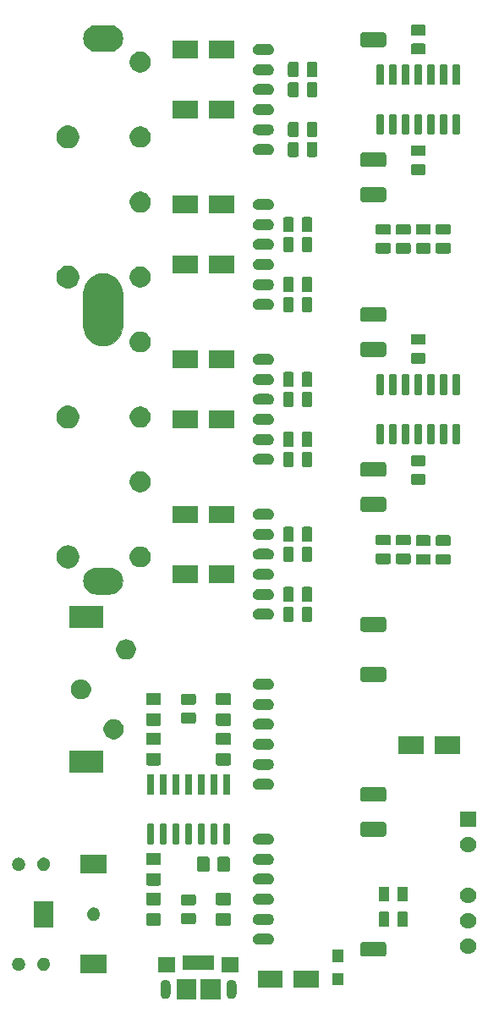
<source format=gbr>
G04 #@! TF.GenerationSoftware,KiCad,Pcbnew,(5.1.4-0-10_14)*
G04 #@! TF.CreationDate,2019-11-13T23:07:46+01:00*
G04 #@! TF.ProjectId,audio-mixer,61756469-6f2d-46d6-9978-65722e6b6963,rev?*
G04 #@! TF.SameCoordinates,Original*
G04 #@! TF.FileFunction,Soldermask,Top*
G04 #@! TF.FilePolarity,Negative*
%FSLAX46Y46*%
G04 Gerber Fmt 4.6, Leading zero omitted, Abs format (unit mm)*
G04 Created by KiCad (PCBNEW (5.1.4-0-10_14)) date 2019-11-13 23:07:46*
%MOMM*%
%LPD*%
G04 APERTURE LIST*
%ADD10C,0.002000*%
%ADD11C,0.100000*%
G04 APERTURE END LIST*
D10*
G36*
X90973000Y-48650000D02*
G01*
X90997000Y-48955000D01*
X91069000Y-49253000D01*
X91186000Y-49536000D01*
X91346000Y-49797000D01*
X91545000Y-50030000D01*
X91778000Y-50229000D01*
X92039000Y-50389000D01*
X92322000Y-50506000D01*
X92620000Y-50578000D01*
X92925000Y-50602000D01*
X93230000Y-50578000D01*
X93528000Y-50506000D01*
X93811000Y-50389000D01*
X94072000Y-50229000D01*
X94305000Y-50030000D01*
X94504000Y-49797000D01*
X94664000Y-49536000D01*
X94781000Y-49253000D01*
X94853000Y-48955000D01*
X94877000Y-48650000D01*
X94877000Y-45350000D01*
X94853000Y-45045000D01*
X94781000Y-44747000D01*
X94664000Y-44464000D01*
X94504000Y-44203000D01*
X94305000Y-43970000D01*
X94072000Y-43771000D01*
X93811000Y-43611000D01*
X93528000Y-43494000D01*
X93230000Y-43422000D01*
X92925000Y-43398000D01*
X92620000Y-43422000D01*
X92322000Y-43494000D01*
X92039000Y-43611000D01*
X91778000Y-43771000D01*
X91545000Y-43970000D01*
X91346000Y-44203000D01*
X91186000Y-44464000D01*
X91069000Y-44747000D01*
X90997000Y-45045000D01*
X90973000Y-45350000D01*
X90973000Y-48650000D01*
G37*
X90973000Y-48650000D02*
X90997000Y-48955000D01*
X91069000Y-49253000D01*
X91186000Y-49536000D01*
X91346000Y-49797000D01*
X91545000Y-50030000D01*
X91778000Y-50229000D01*
X92039000Y-50389000D01*
X92322000Y-50506000D01*
X92620000Y-50578000D01*
X92925000Y-50602000D01*
X93230000Y-50578000D01*
X93528000Y-50506000D01*
X93811000Y-50389000D01*
X94072000Y-50229000D01*
X94305000Y-50030000D01*
X94504000Y-49797000D01*
X94664000Y-49536000D01*
X94781000Y-49253000D01*
X94853000Y-48955000D01*
X94877000Y-48650000D01*
X94877000Y-45350000D01*
X94853000Y-45045000D01*
X94781000Y-44747000D01*
X94664000Y-44464000D01*
X94504000Y-44203000D01*
X94305000Y-43970000D01*
X94072000Y-43771000D01*
X93811000Y-43611000D01*
X93528000Y-43494000D01*
X93230000Y-43422000D01*
X92925000Y-43398000D01*
X92620000Y-43422000D01*
X92322000Y-43494000D01*
X92039000Y-43611000D01*
X91778000Y-43771000D01*
X91545000Y-43970000D01*
X91346000Y-44203000D01*
X91186000Y-44464000D01*
X91069000Y-44747000D01*
X90997000Y-45045000D01*
X90973000Y-45350000D01*
X90973000Y-48650000D01*
G36*
X92275000Y-18548000D02*
G01*
X92071000Y-18564000D01*
X91873000Y-18612000D01*
X91684000Y-18690000D01*
X91510000Y-18797000D01*
X91355000Y-18930000D01*
X91222000Y-19085000D01*
X91115000Y-19259000D01*
X91037000Y-19448000D01*
X90989000Y-19646000D01*
X90973000Y-19850000D01*
X90989000Y-20054000D01*
X91037000Y-20252000D01*
X91115000Y-20441000D01*
X91222000Y-20615000D01*
X91355000Y-20770000D01*
X91510000Y-20903000D01*
X91684000Y-21010000D01*
X91873000Y-21088000D01*
X92071000Y-21136000D01*
X92275000Y-21152000D01*
X93575000Y-21152000D01*
X93779000Y-21136000D01*
X93977000Y-21088000D01*
X94166000Y-21010000D01*
X94340000Y-20903000D01*
X94495000Y-20770000D01*
X94628000Y-20615000D01*
X94735000Y-20441000D01*
X94813000Y-20252000D01*
X94861000Y-20054000D01*
X94877000Y-19850000D01*
X94861000Y-19646000D01*
X94813000Y-19448000D01*
X94735000Y-19259000D01*
X94628000Y-19085000D01*
X94495000Y-18930000D01*
X94340000Y-18797000D01*
X94166000Y-18690000D01*
X93977000Y-18612000D01*
X93779000Y-18564000D01*
X93575000Y-18548000D01*
X92275000Y-18548000D01*
G37*
X92275000Y-18548000D02*
X92071000Y-18564000D01*
X91873000Y-18612000D01*
X91684000Y-18690000D01*
X91510000Y-18797000D01*
X91355000Y-18930000D01*
X91222000Y-19085000D01*
X91115000Y-19259000D01*
X91037000Y-19448000D01*
X90989000Y-19646000D01*
X90973000Y-19850000D01*
X90989000Y-20054000D01*
X91037000Y-20252000D01*
X91115000Y-20441000D01*
X91222000Y-20615000D01*
X91355000Y-20770000D01*
X91510000Y-20903000D01*
X91684000Y-21010000D01*
X91873000Y-21088000D01*
X92071000Y-21136000D01*
X92275000Y-21152000D01*
X93575000Y-21152000D01*
X93779000Y-21136000D01*
X93977000Y-21088000D01*
X94166000Y-21010000D01*
X94340000Y-20903000D01*
X94495000Y-20770000D01*
X94628000Y-20615000D01*
X94735000Y-20441000D01*
X94813000Y-20252000D01*
X94861000Y-20054000D01*
X94877000Y-19850000D01*
X94861000Y-19646000D01*
X94813000Y-19448000D01*
X94735000Y-19259000D01*
X94628000Y-19085000D01*
X94495000Y-18930000D01*
X94340000Y-18797000D01*
X94166000Y-18690000D01*
X93977000Y-18612000D01*
X93779000Y-18564000D01*
X93575000Y-18548000D01*
X92275000Y-18548000D01*
G36*
X92275000Y-72848000D02*
G01*
X92071000Y-72864000D01*
X91873000Y-72912000D01*
X91684000Y-72990000D01*
X91510000Y-73097000D01*
X91355000Y-73230000D01*
X91222000Y-73385000D01*
X91115000Y-73559000D01*
X91037000Y-73748000D01*
X90989000Y-73946000D01*
X90973000Y-74150000D01*
X90989000Y-74354000D01*
X91037000Y-74552000D01*
X91115000Y-74741000D01*
X91222000Y-74915000D01*
X91355000Y-75070000D01*
X91510000Y-75203000D01*
X91684000Y-75310000D01*
X91873000Y-75388000D01*
X92071000Y-75436000D01*
X92275000Y-75452000D01*
X93575000Y-75452000D01*
X93779000Y-75436000D01*
X93977000Y-75388000D01*
X94166000Y-75310000D01*
X94340000Y-75203000D01*
X94495000Y-75070000D01*
X94628000Y-74915000D01*
X94735000Y-74741000D01*
X94813000Y-74552000D01*
X94861000Y-74354000D01*
X94877000Y-74150000D01*
X94861000Y-73946000D01*
X94813000Y-73748000D01*
X94735000Y-73559000D01*
X94628000Y-73385000D01*
X94495000Y-73230000D01*
X94340000Y-73097000D01*
X94166000Y-72990000D01*
X93977000Y-72912000D01*
X93779000Y-72864000D01*
X93575000Y-72848000D01*
X92275000Y-72848000D01*
G37*
X92275000Y-72848000D02*
X92071000Y-72864000D01*
X91873000Y-72912000D01*
X91684000Y-72990000D01*
X91510000Y-73097000D01*
X91355000Y-73230000D01*
X91222000Y-73385000D01*
X91115000Y-73559000D01*
X91037000Y-73748000D01*
X90989000Y-73946000D01*
X90973000Y-74150000D01*
X90989000Y-74354000D01*
X91037000Y-74552000D01*
X91115000Y-74741000D01*
X91222000Y-74915000D01*
X91355000Y-75070000D01*
X91510000Y-75203000D01*
X91684000Y-75310000D01*
X91873000Y-75388000D01*
X92071000Y-75436000D01*
X92275000Y-75452000D01*
X93575000Y-75452000D01*
X93779000Y-75436000D01*
X93977000Y-75388000D01*
X94166000Y-75310000D01*
X94340000Y-75203000D01*
X94495000Y-75070000D01*
X94628000Y-74915000D01*
X94735000Y-74741000D01*
X94813000Y-74552000D01*
X94861000Y-74354000D01*
X94877000Y-74150000D01*
X94861000Y-73946000D01*
X94813000Y-73748000D01*
X94735000Y-73559000D01*
X94628000Y-73385000D01*
X94495000Y-73230000D01*
X94340000Y-73097000D01*
X94166000Y-72990000D01*
X93977000Y-72912000D01*
X93779000Y-72864000D01*
X93575000Y-72848000D01*
X92275000Y-72848000D01*
D11*
G36*
X104701000Y-116001000D02*
G01*
X102699000Y-116001000D01*
X102699000Y-113999000D01*
X104701000Y-113999000D01*
X104701000Y-116001000D01*
X104701000Y-116001000D01*
G37*
G36*
X102301000Y-116001000D02*
G01*
X100299000Y-116001000D01*
X100299000Y-113999000D01*
X102301000Y-113999000D01*
X102301000Y-116001000D01*
X102301000Y-116001000D01*
G37*
G36*
X105898212Y-114056249D02*
G01*
X105992651Y-114084897D01*
X106079687Y-114131418D01*
X106155975Y-114194025D01*
X106218582Y-114270313D01*
X106265103Y-114357348D01*
X106293751Y-114451787D01*
X106301000Y-114525388D01*
X106301000Y-115474612D01*
X106293751Y-115548213D01*
X106265103Y-115642652D01*
X106218582Y-115729687D01*
X106155975Y-115805975D01*
X106079687Y-115868582D01*
X105992652Y-115915103D01*
X105898213Y-115943751D01*
X105800000Y-115953424D01*
X105701788Y-115943751D01*
X105607349Y-115915103D01*
X105520314Y-115868582D01*
X105444026Y-115805975D01*
X105381419Y-115729687D01*
X105334898Y-115642652D01*
X105306250Y-115548213D01*
X105299001Y-115474612D01*
X105299001Y-115474610D01*
X105299000Y-115474600D01*
X105299000Y-114525389D01*
X105306249Y-114451788D01*
X105334897Y-114357349D01*
X105381418Y-114270313D01*
X105444025Y-114194025D01*
X105520313Y-114131418D01*
X105607348Y-114084897D01*
X105701787Y-114056249D01*
X105800000Y-114046576D01*
X105898212Y-114056249D01*
X105898212Y-114056249D01*
G37*
G36*
X99298212Y-114056249D02*
G01*
X99392651Y-114084897D01*
X99479687Y-114131418D01*
X99555975Y-114194025D01*
X99618582Y-114270313D01*
X99665103Y-114357348D01*
X99693751Y-114451787D01*
X99701000Y-114525388D01*
X99701000Y-115474612D01*
X99693751Y-115548213D01*
X99665103Y-115642652D01*
X99618582Y-115729687D01*
X99555975Y-115805975D01*
X99479687Y-115868582D01*
X99392652Y-115915103D01*
X99298213Y-115943751D01*
X99200000Y-115953424D01*
X99101788Y-115943751D01*
X99007349Y-115915103D01*
X98920314Y-115868582D01*
X98844026Y-115805975D01*
X98781419Y-115729687D01*
X98734898Y-115642652D01*
X98706250Y-115548213D01*
X98699001Y-115474612D01*
X98699001Y-115474610D01*
X98699000Y-115474600D01*
X98699000Y-114525389D01*
X98706249Y-114451788D01*
X98734897Y-114357349D01*
X98781418Y-114270313D01*
X98844025Y-114194025D01*
X98920313Y-114131418D01*
X99007348Y-114084897D01*
X99101787Y-114056249D01*
X99200000Y-114046576D01*
X99298212Y-114056249D01*
X99298212Y-114056249D01*
G37*
G36*
X114560900Y-114863800D02*
G01*
X112045900Y-114863800D01*
X112045900Y-113136200D01*
X114560900Y-113136200D01*
X114560900Y-114863800D01*
X114560900Y-114863800D01*
G37*
G36*
X110954100Y-114863800D02*
G01*
X108439100Y-114863800D01*
X108439100Y-113136200D01*
X110954100Y-113136200D01*
X110954100Y-114863800D01*
X110954100Y-114863800D01*
G37*
G36*
X117051000Y-114626000D02*
G01*
X115949000Y-114626000D01*
X115949000Y-113374000D01*
X117051000Y-113374000D01*
X117051000Y-114626000D01*
X117051000Y-114626000D01*
G37*
G36*
X93301000Y-113451000D02*
G01*
X90699000Y-113451000D01*
X90699000Y-111549000D01*
X93301000Y-111549000D01*
X93301000Y-113451000D01*
X93301000Y-113451000D01*
G37*
G36*
X106551000Y-113301000D02*
G01*
X104849000Y-113301000D01*
X104849000Y-111799000D01*
X106551000Y-111799000D01*
X106551000Y-113301000D01*
X106551000Y-113301000D01*
G37*
G36*
X100151000Y-113301000D02*
G01*
X98449000Y-113301000D01*
X98449000Y-111799000D01*
X100151000Y-111799000D01*
X100151000Y-113301000D01*
X100151000Y-113301000D01*
G37*
G36*
X87189890Y-111874017D02*
G01*
X87308364Y-111923091D01*
X87414988Y-111994335D01*
X87505665Y-112085012D01*
X87576909Y-112191636D01*
X87625983Y-112310110D01*
X87651000Y-112435882D01*
X87651000Y-112564118D01*
X87625983Y-112689890D01*
X87576909Y-112808364D01*
X87505665Y-112914988D01*
X87414988Y-113005665D01*
X87308364Y-113076909D01*
X87308363Y-113076910D01*
X87308362Y-113076910D01*
X87189890Y-113125983D01*
X87064119Y-113151000D01*
X86935881Y-113151000D01*
X86810110Y-113125983D01*
X86691638Y-113076910D01*
X86691637Y-113076910D01*
X86691636Y-113076909D01*
X86585012Y-113005665D01*
X86494335Y-112914988D01*
X86423091Y-112808364D01*
X86374017Y-112689890D01*
X86349000Y-112564118D01*
X86349000Y-112435882D01*
X86374017Y-112310110D01*
X86423091Y-112191636D01*
X86494335Y-112085012D01*
X86585012Y-111994335D01*
X86691636Y-111923091D01*
X86810110Y-111874017D01*
X86935881Y-111849000D01*
X87064119Y-111849000D01*
X87189890Y-111874017D01*
X87189890Y-111874017D01*
G37*
G36*
X84689890Y-111874017D02*
G01*
X84808364Y-111923091D01*
X84914988Y-111994335D01*
X85005665Y-112085012D01*
X85076909Y-112191636D01*
X85125983Y-112310110D01*
X85151000Y-112435882D01*
X85151000Y-112564118D01*
X85125983Y-112689890D01*
X85076909Y-112808364D01*
X85005665Y-112914988D01*
X84914988Y-113005665D01*
X84808364Y-113076909D01*
X84808363Y-113076910D01*
X84808362Y-113076910D01*
X84689890Y-113125983D01*
X84564119Y-113151000D01*
X84435881Y-113151000D01*
X84310110Y-113125983D01*
X84191638Y-113076910D01*
X84191637Y-113076910D01*
X84191636Y-113076909D01*
X84085012Y-113005665D01*
X83994335Y-112914988D01*
X83923091Y-112808364D01*
X83874017Y-112689890D01*
X83849000Y-112564118D01*
X83849000Y-112435882D01*
X83874017Y-112310110D01*
X83923091Y-112191636D01*
X83994335Y-112085012D01*
X84085012Y-111994335D01*
X84191636Y-111923091D01*
X84310110Y-111874017D01*
X84435881Y-111849000D01*
X84564119Y-111849000D01*
X84689890Y-111874017D01*
X84689890Y-111874017D01*
G37*
G36*
X104051000Y-113051000D02*
G01*
X100949000Y-113051000D01*
X100949000Y-111599000D01*
X104051000Y-111599000D01*
X104051000Y-113051000D01*
X104051000Y-113051000D01*
G37*
G36*
X117051000Y-112276000D02*
G01*
X115949000Y-112276000D01*
X115949000Y-111024000D01*
X117051000Y-111024000D01*
X117051000Y-112276000D01*
X117051000Y-112276000D01*
G37*
G36*
X121032021Y-110256011D02*
G01*
X121094571Y-110274985D01*
X121152212Y-110305795D01*
X121202738Y-110347262D01*
X121244205Y-110397788D01*
X121275015Y-110455429D01*
X121293989Y-110517979D01*
X121301000Y-110589164D01*
X121301000Y-111410836D01*
X121293989Y-111482021D01*
X121275015Y-111544571D01*
X121244205Y-111602212D01*
X121202738Y-111652738D01*
X121152212Y-111694205D01*
X121094571Y-111725015D01*
X121032021Y-111743989D01*
X120960836Y-111751000D01*
X119039164Y-111751000D01*
X118967979Y-111743989D01*
X118905429Y-111725015D01*
X118847788Y-111694205D01*
X118797262Y-111652738D01*
X118755795Y-111602212D01*
X118724985Y-111544571D01*
X118706011Y-111482021D01*
X118699000Y-111410836D01*
X118699000Y-110589164D01*
X118706011Y-110517979D01*
X118724985Y-110455429D01*
X118755795Y-110397788D01*
X118797262Y-110347262D01*
X118847788Y-110305795D01*
X118905429Y-110274985D01*
X118967979Y-110256011D01*
X119039164Y-110249000D01*
X120960836Y-110249000D01*
X121032021Y-110256011D01*
X121032021Y-110256011D01*
G37*
G36*
X129733642Y-109929781D02*
G01*
X129879414Y-109990162D01*
X129879416Y-109990163D01*
X130010608Y-110077822D01*
X130122178Y-110189392D01*
X130199955Y-110305795D01*
X130209838Y-110320586D01*
X130270219Y-110466358D01*
X130301000Y-110621107D01*
X130301000Y-110778893D01*
X130270219Y-110933642D01*
X130232791Y-111024000D01*
X130209837Y-111079416D01*
X130122178Y-111210608D01*
X130010608Y-111322178D01*
X129879416Y-111409837D01*
X129879415Y-111409838D01*
X129879414Y-111409838D01*
X129733642Y-111470219D01*
X129578893Y-111501000D01*
X129421107Y-111501000D01*
X129266358Y-111470219D01*
X129120586Y-111409838D01*
X129120585Y-111409838D01*
X129120584Y-111409837D01*
X128989392Y-111322178D01*
X128877822Y-111210608D01*
X128790163Y-111079416D01*
X128767209Y-111024000D01*
X128729781Y-110933642D01*
X128699000Y-110778893D01*
X128699000Y-110621107D01*
X128729781Y-110466358D01*
X128790162Y-110320586D01*
X128800045Y-110305795D01*
X128877822Y-110189392D01*
X128989392Y-110077822D01*
X129120584Y-109990163D01*
X129120586Y-109990162D01*
X129266358Y-109929781D01*
X129421107Y-109899000D01*
X129578893Y-109899000D01*
X129733642Y-109929781D01*
X129733642Y-109929781D01*
G37*
G36*
X109608015Y-109456973D02*
G01*
X109711879Y-109488479D01*
X109739055Y-109503005D01*
X109807600Y-109539643D01*
X109891501Y-109608499D01*
X109960357Y-109692400D01*
X109996995Y-109760945D01*
X110011521Y-109788121D01*
X110043027Y-109891985D01*
X110053666Y-110000000D01*
X110043027Y-110108015D01*
X110011521Y-110211879D01*
X110011519Y-110211882D01*
X109960357Y-110307600D01*
X109891501Y-110391501D01*
X109807600Y-110460357D01*
X109739055Y-110496995D01*
X109711879Y-110511521D01*
X109608015Y-110543027D01*
X109527067Y-110551000D01*
X108472933Y-110551000D01*
X108391985Y-110543027D01*
X108288121Y-110511521D01*
X108260945Y-110496995D01*
X108192400Y-110460357D01*
X108108499Y-110391501D01*
X108039643Y-110307600D01*
X107988481Y-110211882D01*
X107988479Y-110211879D01*
X107956973Y-110108015D01*
X107946334Y-110000000D01*
X107956973Y-109891985D01*
X107988479Y-109788121D01*
X108003005Y-109760945D01*
X108039643Y-109692400D01*
X108108499Y-109608499D01*
X108192400Y-109539643D01*
X108260945Y-109503005D01*
X108288121Y-109488479D01*
X108391985Y-109456973D01*
X108472933Y-109449000D01*
X109527067Y-109449000D01*
X109608015Y-109456973D01*
X109608015Y-109456973D01*
G37*
G36*
X129733642Y-107389781D02*
G01*
X129879414Y-107450162D01*
X129879416Y-107450163D01*
X130010608Y-107537822D01*
X130122178Y-107649392D01*
X130209837Y-107780584D01*
X130209838Y-107780586D01*
X130270219Y-107926358D01*
X130301000Y-108081107D01*
X130301000Y-108238893D01*
X130270219Y-108393642D01*
X130211965Y-108534278D01*
X130209837Y-108539416D01*
X130122178Y-108670608D01*
X130010608Y-108782178D01*
X129879416Y-108869837D01*
X129879415Y-108869838D01*
X129879414Y-108869838D01*
X129733642Y-108930219D01*
X129578893Y-108961000D01*
X129421107Y-108961000D01*
X129266358Y-108930219D01*
X129120586Y-108869838D01*
X129120585Y-108869838D01*
X129120584Y-108869837D01*
X128989392Y-108782178D01*
X128877822Y-108670608D01*
X128790163Y-108539416D01*
X128788035Y-108534278D01*
X128729781Y-108393642D01*
X128699000Y-108238893D01*
X128699000Y-108081107D01*
X128729781Y-107926358D01*
X128790162Y-107780586D01*
X128790163Y-107780584D01*
X128877822Y-107649392D01*
X128989392Y-107537822D01*
X129120584Y-107450163D01*
X129120586Y-107450162D01*
X129266358Y-107389781D01*
X129421107Y-107359000D01*
X129578893Y-107359000D01*
X129733642Y-107389781D01*
X129733642Y-107389781D01*
G37*
G36*
X87951000Y-108801000D02*
G01*
X86049000Y-108801000D01*
X86049000Y-106199000D01*
X87951000Y-106199000D01*
X87951000Y-108801000D01*
X87951000Y-108801000D01*
G37*
G36*
X123309468Y-107253565D02*
G01*
X123348138Y-107265296D01*
X123383777Y-107284346D01*
X123415017Y-107309983D01*
X123440654Y-107341223D01*
X123459704Y-107376862D01*
X123471435Y-107415532D01*
X123476000Y-107461888D01*
X123476000Y-108538112D01*
X123471435Y-108584468D01*
X123459704Y-108623138D01*
X123440654Y-108658777D01*
X123415017Y-108690017D01*
X123383777Y-108715654D01*
X123348138Y-108734704D01*
X123309468Y-108746435D01*
X123263112Y-108751000D01*
X122611888Y-108751000D01*
X122565532Y-108746435D01*
X122526862Y-108734704D01*
X122491223Y-108715654D01*
X122459983Y-108690017D01*
X122434346Y-108658777D01*
X122415296Y-108623138D01*
X122403565Y-108584468D01*
X122399000Y-108538112D01*
X122399000Y-107461888D01*
X122403565Y-107415532D01*
X122415296Y-107376862D01*
X122434346Y-107341223D01*
X122459983Y-107309983D01*
X122491223Y-107284346D01*
X122526862Y-107265296D01*
X122565532Y-107253565D01*
X122611888Y-107249000D01*
X123263112Y-107249000D01*
X123309468Y-107253565D01*
X123309468Y-107253565D01*
G37*
G36*
X121434468Y-107253565D02*
G01*
X121473138Y-107265296D01*
X121508777Y-107284346D01*
X121540017Y-107309983D01*
X121565654Y-107341223D01*
X121584704Y-107376862D01*
X121596435Y-107415532D01*
X121601000Y-107461888D01*
X121601000Y-108538112D01*
X121596435Y-108584468D01*
X121584704Y-108623138D01*
X121565654Y-108658777D01*
X121540017Y-108690017D01*
X121508777Y-108715654D01*
X121473138Y-108734704D01*
X121434468Y-108746435D01*
X121388112Y-108751000D01*
X120736888Y-108751000D01*
X120690532Y-108746435D01*
X120651862Y-108734704D01*
X120616223Y-108715654D01*
X120584983Y-108690017D01*
X120559346Y-108658777D01*
X120540296Y-108623138D01*
X120528565Y-108584468D01*
X120524000Y-108538112D01*
X120524000Y-107461888D01*
X120528565Y-107415532D01*
X120540296Y-107376862D01*
X120559346Y-107341223D01*
X120584983Y-107309983D01*
X120616223Y-107284346D01*
X120651862Y-107265296D01*
X120690532Y-107253565D01*
X120736888Y-107249000D01*
X121388112Y-107249000D01*
X121434468Y-107253565D01*
X121434468Y-107253565D01*
G37*
G36*
X105588674Y-107403465D02*
G01*
X105626367Y-107414899D01*
X105661103Y-107433466D01*
X105691548Y-107458452D01*
X105716534Y-107488897D01*
X105735101Y-107523633D01*
X105746535Y-107561326D01*
X105751000Y-107606661D01*
X105751000Y-108443339D01*
X105746535Y-108488674D01*
X105735101Y-108526367D01*
X105716534Y-108561103D01*
X105691548Y-108591548D01*
X105661103Y-108616534D01*
X105626367Y-108635101D01*
X105588674Y-108646535D01*
X105543339Y-108651000D01*
X104456661Y-108651000D01*
X104411326Y-108646535D01*
X104373633Y-108635101D01*
X104338897Y-108616534D01*
X104308452Y-108591548D01*
X104283466Y-108561103D01*
X104264899Y-108526367D01*
X104253465Y-108488674D01*
X104249000Y-108443339D01*
X104249000Y-107606661D01*
X104253465Y-107561326D01*
X104264899Y-107523633D01*
X104283466Y-107488897D01*
X104308452Y-107458452D01*
X104338897Y-107433466D01*
X104373633Y-107414899D01*
X104411326Y-107403465D01*
X104456661Y-107399000D01*
X105543339Y-107399000D01*
X105588674Y-107403465D01*
X105588674Y-107403465D01*
G37*
G36*
X98588674Y-107403465D02*
G01*
X98626367Y-107414899D01*
X98661103Y-107433466D01*
X98691548Y-107458452D01*
X98716534Y-107488897D01*
X98735101Y-107523633D01*
X98746535Y-107561326D01*
X98751000Y-107606661D01*
X98751000Y-108443339D01*
X98746535Y-108488674D01*
X98735101Y-108526367D01*
X98716534Y-108561103D01*
X98691548Y-108591548D01*
X98661103Y-108616534D01*
X98626367Y-108635101D01*
X98588674Y-108646535D01*
X98543339Y-108651000D01*
X97456661Y-108651000D01*
X97411326Y-108646535D01*
X97373633Y-108635101D01*
X97338897Y-108616534D01*
X97308452Y-108591548D01*
X97283466Y-108561103D01*
X97264899Y-108526367D01*
X97253465Y-108488674D01*
X97249000Y-108443339D01*
X97249000Y-107606661D01*
X97253465Y-107561326D01*
X97264899Y-107523633D01*
X97283466Y-107488897D01*
X97308452Y-107458452D01*
X97338897Y-107433466D01*
X97373633Y-107414899D01*
X97411326Y-107403465D01*
X97456661Y-107399000D01*
X98543339Y-107399000D01*
X98588674Y-107403465D01*
X98588674Y-107403465D01*
G37*
G36*
X109608015Y-107456973D02*
G01*
X109711879Y-107488479D01*
X109739055Y-107503005D01*
X109807600Y-107539643D01*
X109891501Y-107608499D01*
X109960357Y-107692400D01*
X109996995Y-107760945D01*
X110011521Y-107788121D01*
X110043027Y-107891985D01*
X110053666Y-108000000D01*
X110043027Y-108108015D01*
X110011521Y-108211879D01*
X110011519Y-108211882D01*
X109960357Y-108307600D01*
X109891501Y-108391501D01*
X109807600Y-108460357D01*
X109765269Y-108482983D01*
X109711879Y-108511521D01*
X109608015Y-108543027D01*
X109527067Y-108551000D01*
X108472933Y-108551000D01*
X108391985Y-108543027D01*
X108288121Y-108511521D01*
X108234731Y-108482983D01*
X108192400Y-108460357D01*
X108108499Y-108391501D01*
X108039643Y-108307600D01*
X107988481Y-108211882D01*
X107988479Y-108211879D01*
X107956973Y-108108015D01*
X107946334Y-108000000D01*
X107956973Y-107891985D01*
X107988479Y-107788121D01*
X108003005Y-107760945D01*
X108039643Y-107692400D01*
X108108499Y-107608499D01*
X108192400Y-107539643D01*
X108260945Y-107503005D01*
X108288121Y-107488479D01*
X108391985Y-107456973D01*
X108472933Y-107449000D01*
X109527067Y-107449000D01*
X109608015Y-107456973D01*
X109608015Y-107456973D01*
G37*
G36*
X102084468Y-107403565D02*
G01*
X102123138Y-107415296D01*
X102158777Y-107434346D01*
X102190017Y-107459983D01*
X102215654Y-107491223D01*
X102234704Y-107526862D01*
X102246435Y-107565532D01*
X102251000Y-107611888D01*
X102251000Y-108263112D01*
X102246435Y-108309468D01*
X102234704Y-108348138D01*
X102215654Y-108383777D01*
X102190017Y-108415017D01*
X102158777Y-108440654D01*
X102123138Y-108459704D01*
X102084468Y-108471435D01*
X102038112Y-108476000D01*
X100961888Y-108476000D01*
X100915532Y-108471435D01*
X100876862Y-108459704D01*
X100841223Y-108440654D01*
X100809983Y-108415017D01*
X100784346Y-108383777D01*
X100765296Y-108348138D01*
X100753565Y-108309468D01*
X100749000Y-108263112D01*
X100749000Y-107611888D01*
X100753565Y-107565532D01*
X100765296Y-107526862D01*
X100784346Y-107491223D01*
X100809983Y-107459983D01*
X100841223Y-107434346D01*
X100876862Y-107415296D01*
X100915532Y-107403565D01*
X100961888Y-107399000D01*
X102038112Y-107399000D01*
X102084468Y-107403565D01*
X102084468Y-107403565D01*
G37*
G36*
X92189890Y-106874017D02*
G01*
X92308364Y-106923091D01*
X92414988Y-106994335D01*
X92505665Y-107085012D01*
X92576910Y-107191638D01*
X92625983Y-107310110D01*
X92651000Y-107435881D01*
X92651000Y-107564119D01*
X92642538Y-107606661D01*
X92625983Y-107689890D01*
X92576909Y-107808364D01*
X92505665Y-107914988D01*
X92414988Y-108005665D01*
X92308364Y-108076909D01*
X92308363Y-108076910D01*
X92308362Y-108076910D01*
X92189890Y-108125983D01*
X92064119Y-108151000D01*
X91935881Y-108151000D01*
X91810110Y-108125983D01*
X91691638Y-108076910D01*
X91691637Y-108076910D01*
X91691636Y-108076909D01*
X91585012Y-108005665D01*
X91494335Y-107914988D01*
X91423091Y-107808364D01*
X91374017Y-107689890D01*
X91357462Y-107606661D01*
X91349000Y-107564119D01*
X91349000Y-107435881D01*
X91374017Y-107310110D01*
X91423090Y-107191638D01*
X91494335Y-107085012D01*
X91585012Y-106994335D01*
X91691636Y-106923091D01*
X91810110Y-106874017D01*
X91935881Y-106849000D01*
X92064119Y-106849000D01*
X92189890Y-106874017D01*
X92189890Y-106874017D01*
G37*
G36*
X102084468Y-105528565D02*
G01*
X102123138Y-105540296D01*
X102158777Y-105559346D01*
X102190017Y-105584983D01*
X102215654Y-105616223D01*
X102234704Y-105651862D01*
X102246435Y-105690532D01*
X102251000Y-105736888D01*
X102251000Y-106388112D01*
X102246435Y-106434468D01*
X102234704Y-106473138D01*
X102215654Y-106508777D01*
X102190017Y-106540017D01*
X102158777Y-106565654D01*
X102123138Y-106584704D01*
X102084468Y-106596435D01*
X102038112Y-106601000D01*
X100961888Y-106601000D01*
X100915532Y-106596435D01*
X100876862Y-106584704D01*
X100841223Y-106565654D01*
X100809983Y-106540017D01*
X100784346Y-106508777D01*
X100765296Y-106473138D01*
X100753565Y-106434468D01*
X100749000Y-106388112D01*
X100749000Y-105736888D01*
X100753565Y-105690532D01*
X100765296Y-105651862D01*
X100784346Y-105616223D01*
X100809983Y-105584983D01*
X100841223Y-105559346D01*
X100876862Y-105540296D01*
X100915532Y-105528565D01*
X100961888Y-105524000D01*
X102038112Y-105524000D01*
X102084468Y-105528565D01*
X102084468Y-105528565D01*
G37*
G36*
X98588674Y-105353465D02*
G01*
X98626367Y-105364899D01*
X98661103Y-105383466D01*
X98691548Y-105408452D01*
X98716534Y-105438897D01*
X98735101Y-105473633D01*
X98746535Y-105511326D01*
X98751000Y-105556661D01*
X98751000Y-106393339D01*
X98746535Y-106438674D01*
X98735101Y-106476367D01*
X98716534Y-106511103D01*
X98691548Y-106541548D01*
X98661103Y-106566534D01*
X98626367Y-106585101D01*
X98588674Y-106596535D01*
X98543339Y-106601000D01*
X97456661Y-106601000D01*
X97411326Y-106596535D01*
X97373633Y-106585101D01*
X97338897Y-106566534D01*
X97308452Y-106541548D01*
X97283466Y-106511103D01*
X97264899Y-106476367D01*
X97253465Y-106438674D01*
X97249000Y-106393339D01*
X97249000Y-105556661D01*
X97253465Y-105511326D01*
X97264899Y-105473633D01*
X97283466Y-105438897D01*
X97308452Y-105408452D01*
X97338897Y-105383466D01*
X97373633Y-105364899D01*
X97411326Y-105353465D01*
X97456661Y-105349000D01*
X98543339Y-105349000D01*
X98588674Y-105353465D01*
X98588674Y-105353465D01*
G37*
G36*
X105588674Y-105353465D02*
G01*
X105626367Y-105364899D01*
X105661103Y-105383466D01*
X105691548Y-105408452D01*
X105716534Y-105438897D01*
X105735101Y-105473633D01*
X105746535Y-105511326D01*
X105751000Y-105556661D01*
X105751000Y-106393339D01*
X105746535Y-106438674D01*
X105735101Y-106476367D01*
X105716534Y-106511103D01*
X105691548Y-106541548D01*
X105661103Y-106566534D01*
X105626367Y-106585101D01*
X105588674Y-106596535D01*
X105543339Y-106601000D01*
X104456661Y-106601000D01*
X104411326Y-106596535D01*
X104373633Y-106585101D01*
X104338897Y-106566534D01*
X104308452Y-106541548D01*
X104283466Y-106511103D01*
X104264899Y-106476367D01*
X104253465Y-106438674D01*
X104249000Y-106393339D01*
X104249000Y-105556661D01*
X104253465Y-105511326D01*
X104264899Y-105473633D01*
X104283466Y-105438897D01*
X104308452Y-105408452D01*
X104338897Y-105383466D01*
X104373633Y-105364899D01*
X104411326Y-105353465D01*
X104456661Y-105349000D01*
X105543339Y-105349000D01*
X105588674Y-105353465D01*
X105588674Y-105353465D01*
G37*
G36*
X109608015Y-105456973D02*
G01*
X109711879Y-105488479D01*
X109739055Y-105503005D01*
X109807600Y-105539643D01*
X109891501Y-105608499D01*
X109960357Y-105692400D01*
X109984136Y-105736888D01*
X110011521Y-105788121D01*
X110043027Y-105891985D01*
X110053666Y-106000000D01*
X110043027Y-106108015D01*
X110011521Y-106211879D01*
X109996995Y-106239055D01*
X109960357Y-106307600D01*
X109891501Y-106391501D01*
X109807600Y-106460357D01*
X109739055Y-106496995D01*
X109711879Y-106511521D01*
X109608015Y-106543027D01*
X109527067Y-106551000D01*
X108472933Y-106551000D01*
X108391985Y-106543027D01*
X108288121Y-106511521D01*
X108260945Y-106496995D01*
X108192400Y-106460357D01*
X108108499Y-106391501D01*
X108039643Y-106307600D01*
X108003005Y-106239055D01*
X107988479Y-106211879D01*
X107956973Y-106108015D01*
X107946334Y-106000000D01*
X107956973Y-105891985D01*
X107988479Y-105788121D01*
X108015864Y-105736888D01*
X108039643Y-105692400D01*
X108108499Y-105608499D01*
X108192400Y-105539643D01*
X108260945Y-105503005D01*
X108288121Y-105488479D01*
X108391985Y-105456973D01*
X108472933Y-105449000D01*
X109527067Y-105449000D01*
X109608015Y-105456973D01*
X109608015Y-105456973D01*
G37*
G36*
X129733642Y-104849781D02*
G01*
X129879414Y-104910162D01*
X129879416Y-104910163D01*
X130010608Y-104997822D01*
X130122178Y-105109392D01*
X130209837Y-105240584D01*
X130209838Y-105240586D01*
X130270219Y-105386358D01*
X130301000Y-105541107D01*
X130301000Y-105698893D01*
X130270219Y-105853642D01*
X130209838Y-105999414D01*
X130209837Y-105999416D01*
X130122178Y-106130608D01*
X130010608Y-106242178D01*
X129879416Y-106329837D01*
X129879415Y-106329838D01*
X129879414Y-106329838D01*
X129733642Y-106390219D01*
X129578893Y-106421000D01*
X129421107Y-106421000D01*
X129266358Y-106390219D01*
X129120586Y-106329838D01*
X129120585Y-106329838D01*
X129120584Y-106329837D01*
X128989392Y-106242178D01*
X128877822Y-106130608D01*
X128790163Y-105999416D01*
X128790162Y-105999414D01*
X128729781Y-105853642D01*
X128699000Y-105698893D01*
X128699000Y-105541107D01*
X128729781Y-105386358D01*
X128790162Y-105240586D01*
X128790163Y-105240584D01*
X128877822Y-105109392D01*
X128989392Y-104997822D01*
X129120584Y-104910163D01*
X129120586Y-104910162D01*
X129266358Y-104849781D01*
X129421107Y-104819000D01*
X129578893Y-104819000D01*
X129733642Y-104849781D01*
X129733642Y-104849781D01*
G37*
G36*
X121434468Y-104753565D02*
G01*
X121473138Y-104765296D01*
X121508777Y-104784346D01*
X121540017Y-104809983D01*
X121565654Y-104841223D01*
X121584704Y-104876862D01*
X121596435Y-104915532D01*
X121601000Y-104961888D01*
X121601000Y-106038112D01*
X121596435Y-106084468D01*
X121584704Y-106123138D01*
X121565654Y-106158777D01*
X121540017Y-106190017D01*
X121508777Y-106215654D01*
X121473138Y-106234704D01*
X121434468Y-106246435D01*
X121388112Y-106251000D01*
X120736888Y-106251000D01*
X120690532Y-106246435D01*
X120651862Y-106234704D01*
X120616223Y-106215654D01*
X120584983Y-106190017D01*
X120559346Y-106158777D01*
X120540296Y-106123138D01*
X120528565Y-106084468D01*
X120524000Y-106038112D01*
X120524000Y-104961888D01*
X120528565Y-104915532D01*
X120540296Y-104876862D01*
X120559346Y-104841223D01*
X120584983Y-104809983D01*
X120616223Y-104784346D01*
X120651862Y-104765296D01*
X120690532Y-104753565D01*
X120736888Y-104749000D01*
X121388112Y-104749000D01*
X121434468Y-104753565D01*
X121434468Y-104753565D01*
G37*
G36*
X123309468Y-104753565D02*
G01*
X123348138Y-104765296D01*
X123383777Y-104784346D01*
X123415017Y-104809983D01*
X123440654Y-104841223D01*
X123459704Y-104876862D01*
X123471435Y-104915532D01*
X123476000Y-104961888D01*
X123476000Y-106038112D01*
X123471435Y-106084468D01*
X123459704Y-106123138D01*
X123440654Y-106158777D01*
X123415017Y-106190017D01*
X123383777Y-106215654D01*
X123348138Y-106234704D01*
X123309468Y-106246435D01*
X123263112Y-106251000D01*
X122611888Y-106251000D01*
X122565532Y-106246435D01*
X122526862Y-106234704D01*
X122491223Y-106215654D01*
X122459983Y-106190017D01*
X122434346Y-106158777D01*
X122415296Y-106123138D01*
X122403565Y-106084468D01*
X122399000Y-106038112D01*
X122399000Y-104961888D01*
X122403565Y-104915532D01*
X122415296Y-104876862D01*
X122434346Y-104841223D01*
X122459983Y-104809983D01*
X122491223Y-104784346D01*
X122526862Y-104765296D01*
X122565532Y-104753565D01*
X122611888Y-104749000D01*
X123263112Y-104749000D01*
X123309468Y-104753565D01*
X123309468Y-104753565D01*
G37*
G36*
X98588674Y-103403465D02*
G01*
X98626367Y-103414899D01*
X98661103Y-103433466D01*
X98691548Y-103458452D01*
X98716534Y-103488897D01*
X98735101Y-103523633D01*
X98746535Y-103561326D01*
X98751000Y-103606661D01*
X98751000Y-104443339D01*
X98746535Y-104488674D01*
X98735101Y-104526367D01*
X98716534Y-104561103D01*
X98691548Y-104591548D01*
X98661103Y-104616534D01*
X98626367Y-104635101D01*
X98588674Y-104646535D01*
X98543339Y-104651000D01*
X97456661Y-104651000D01*
X97411326Y-104646535D01*
X97373633Y-104635101D01*
X97338897Y-104616534D01*
X97308452Y-104591548D01*
X97283466Y-104561103D01*
X97264899Y-104526367D01*
X97253465Y-104488674D01*
X97249000Y-104443339D01*
X97249000Y-103606661D01*
X97253465Y-103561326D01*
X97264899Y-103523633D01*
X97283466Y-103488897D01*
X97308452Y-103458452D01*
X97338897Y-103433466D01*
X97373633Y-103414899D01*
X97411326Y-103403465D01*
X97456661Y-103399000D01*
X98543339Y-103399000D01*
X98588674Y-103403465D01*
X98588674Y-103403465D01*
G37*
G36*
X109608015Y-103456973D02*
G01*
X109711879Y-103488479D01*
X109739055Y-103503005D01*
X109807600Y-103539643D01*
X109891501Y-103608499D01*
X109960357Y-103692400D01*
X109996995Y-103760945D01*
X110011521Y-103788121D01*
X110043027Y-103891985D01*
X110053666Y-104000000D01*
X110043027Y-104108015D01*
X110011521Y-104211879D01*
X110011519Y-104211882D01*
X109960357Y-104307600D01*
X109891501Y-104391501D01*
X109807600Y-104460357D01*
X109765269Y-104482983D01*
X109711879Y-104511521D01*
X109608015Y-104543027D01*
X109527067Y-104551000D01*
X108472933Y-104551000D01*
X108391985Y-104543027D01*
X108288121Y-104511521D01*
X108234731Y-104482983D01*
X108192400Y-104460357D01*
X108108499Y-104391501D01*
X108039643Y-104307600D01*
X107988481Y-104211882D01*
X107988479Y-104211879D01*
X107956973Y-104108015D01*
X107946334Y-104000000D01*
X107956973Y-103891985D01*
X107988479Y-103788121D01*
X108003005Y-103760945D01*
X108039643Y-103692400D01*
X108108499Y-103608499D01*
X108192400Y-103539643D01*
X108260945Y-103503005D01*
X108288121Y-103488479D01*
X108391985Y-103456973D01*
X108472933Y-103449000D01*
X109527067Y-103449000D01*
X109608015Y-103456973D01*
X109608015Y-103456973D01*
G37*
G36*
X93301000Y-103451000D02*
G01*
X90699000Y-103451000D01*
X90699000Y-101549000D01*
X93301000Y-101549000D01*
X93301000Y-103451000D01*
X93301000Y-103451000D01*
G37*
G36*
X105488674Y-101753465D02*
G01*
X105526367Y-101764899D01*
X105561103Y-101783466D01*
X105591548Y-101808452D01*
X105616534Y-101838897D01*
X105635101Y-101873633D01*
X105646535Y-101911326D01*
X105651000Y-101956661D01*
X105651000Y-103043339D01*
X105646535Y-103088674D01*
X105635101Y-103126367D01*
X105616534Y-103161103D01*
X105591548Y-103191548D01*
X105561103Y-103216534D01*
X105526367Y-103235101D01*
X105488674Y-103246535D01*
X105443339Y-103251000D01*
X104606661Y-103251000D01*
X104561326Y-103246535D01*
X104523633Y-103235101D01*
X104488897Y-103216534D01*
X104458452Y-103191548D01*
X104433466Y-103161103D01*
X104414899Y-103126367D01*
X104403465Y-103088674D01*
X104399000Y-103043339D01*
X104399000Y-101956661D01*
X104403465Y-101911326D01*
X104414899Y-101873633D01*
X104433466Y-101838897D01*
X104458452Y-101808452D01*
X104488897Y-101783466D01*
X104523633Y-101764899D01*
X104561326Y-101753465D01*
X104606661Y-101749000D01*
X105443339Y-101749000D01*
X105488674Y-101753465D01*
X105488674Y-101753465D01*
G37*
G36*
X103438674Y-101753465D02*
G01*
X103476367Y-101764899D01*
X103511103Y-101783466D01*
X103541548Y-101808452D01*
X103566534Y-101838897D01*
X103585101Y-101873633D01*
X103596535Y-101911326D01*
X103601000Y-101956661D01*
X103601000Y-103043339D01*
X103596535Y-103088674D01*
X103585101Y-103126367D01*
X103566534Y-103161103D01*
X103541548Y-103191548D01*
X103511103Y-103216534D01*
X103476367Y-103235101D01*
X103438674Y-103246535D01*
X103393339Y-103251000D01*
X102556661Y-103251000D01*
X102511326Y-103246535D01*
X102473633Y-103235101D01*
X102438897Y-103216534D01*
X102408452Y-103191548D01*
X102383466Y-103161103D01*
X102364899Y-103126367D01*
X102353465Y-103088674D01*
X102349000Y-103043339D01*
X102349000Y-101956661D01*
X102353465Y-101911326D01*
X102364899Y-101873633D01*
X102383466Y-101838897D01*
X102408452Y-101808452D01*
X102438897Y-101783466D01*
X102473633Y-101764899D01*
X102511326Y-101753465D01*
X102556661Y-101749000D01*
X103393339Y-101749000D01*
X103438674Y-101753465D01*
X103438674Y-101753465D01*
G37*
G36*
X84689890Y-101874017D02*
G01*
X84793701Y-101917017D01*
X84808364Y-101923091D01*
X84858605Y-101956661D01*
X84914988Y-101994335D01*
X85005665Y-102085012D01*
X85076910Y-102191638D01*
X85125983Y-102310110D01*
X85151000Y-102435881D01*
X85151000Y-102564119D01*
X85147785Y-102580282D01*
X85125983Y-102689890D01*
X85076909Y-102808364D01*
X85005665Y-102914988D01*
X84914988Y-103005665D01*
X84808364Y-103076909D01*
X84808363Y-103076910D01*
X84808362Y-103076910D01*
X84689890Y-103125983D01*
X84564119Y-103151000D01*
X84435881Y-103151000D01*
X84310110Y-103125983D01*
X84191638Y-103076910D01*
X84191637Y-103076910D01*
X84191636Y-103076909D01*
X84085012Y-103005665D01*
X83994335Y-102914988D01*
X83923091Y-102808364D01*
X83874017Y-102689890D01*
X83852215Y-102580282D01*
X83849000Y-102564119D01*
X83849000Y-102435881D01*
X83874017Y-102310110D01*
X83923090Y-102191638D01*
X83994335Y-102085012D01*
X84085012Y-101994335D01*
X84141395Y-101956661D01*
X84191636Y-101923091D01*
X84206300Y-101917017D01*
X84310110Y-101874017D01*
X84435881Y-101849000D01*
X84564119Y-101849000D01*
X84689890Y-101874017D01*
X84689890Y-101874017D01*
G37*
G36*
X87189890Y-101874017D02*
G01*
X87293701Y-101917017D01*
X87308364Y-101923091D01*
X87358605Y-101956661D01*
X87414988Y-101994335D01*
X87505665Y-102085012D01*
X87576910Y-102191638D01*
X87625983Y-102310110D01*
X87651000Y-102435881D01*
X87651000Y-102564119D01*
X87647785Y-102580282D01*
X87625983Y-102689890D01*
X87576909Y-102808364D01*
X87505665Y-102914988D01*
X87414988Y-103005665D01*
X87308364Y-103076909D01*
X87308363Y-103076910D01*
X87308362Y-103076910D01*
X87189890Y-103125983D01*
X87064119Y-103151000D01*
X86935881Y-103151000D01*
X86810110Y-103125983D01*
X86691638Y-103076910D01*
X86691637Y-103076910D01*
X86691636Y-103076909D01*
X86585012Y-103005665D01*
X86494335Y-102914988D01*
X86423091Y-102808364D01*
X86374017Y-102689890D01*
X86352215Y-102580282D01*
X86349000Y-102564119D01*
X86349000Y-102435881D01*
X86374017Y-102310110D01*
X86423090Y-102191638D01*
X86494335Y-102085012D01*
X86585012Y-101994335D01*
X86641395Y-101956661D01*
X86691636Y-101923091D01*
X86706300Y-101917017D01*
X86810110Y-101874017D01*
X86935881Y-101849000D01*
X87064119Y-101849000D01*
X87189890Y-101874017D01*
X87189890Y-101874017D01*
G37*
G36*
X98588674Y-101353465D02*
G01*
X98626367Y-101364899D01*
X98661103Y-101383466D01*
X98691548Y-101408452D01*
X98716534Y-101438897D01*
X98735101Y-101473633D01*
X98746535Y-101511326D01*
X98751000Y-101556661D01*
X98751000Y-102393339D01*
X98746535Y-102438674D01*
X98735101Y-102476367D01*
X98716534Y-102511103D01*
X98691548Y-102541548D01*
X98661103Y-102566534D01*
X98626367Y-102585101D01*
X98588674Y-102596535D01*
X98543339Y-102601000D01*
X97456661Y-102601000D01*
X97411326Y-102596535D01*
X97373633Y-102585101D01*
X97338897Y-102566534D01*
X97308452Y-102541548D01*
X97283466Y-102511103D01*
X97264899Y-102476367D01*
X97253465Y-102438674D01*
X97249000Y-102393339D01*
X97249000Y-101556661D01*
X97253465Y-101511326D01*
X97264899Y-101473633D01*
X97283466Y-101438897D01*
X97308452Y-101408452D01*
X97338897Y-101383466D01*
X97373633Y-101364899D01*
X97411326Y-101353465D01*
X97456661Y-101349000D01*
X98543339Y-101349000D01*
X98588674Y-101353465D01*
X98588674Y-101353465D01*
G37*
G36*
X109608015Y-101456973D02*
G01*
X109711879Y-101488479D01*
X109739055Y-101503005D01*
X109807600Y-101539643D01*
X109891501Y-101608499D01*
X109960357Y-101692400D01*
X109990610Y-101749000D01*
X110011521Y-101788121D01*
X110043027Y-101891985D01*
X110053666Y-102000000D01*
X110043027Y-102108015D01*
X110011521Y-102211879D01*
X110011519Y-102211882D01*
X109960357Y-102307600D01*
X109891501Y-102391501D01*
X109807600Y-102460357D01*
X109739055Y-102496995D01*
X109711879Y-102511521D01*
X109608015Y-102543027D01*
X109527067Y-102551000D01*
X108472933Y-102551000D01*
X108391985Y-102543027D01*
X108288121Y-102511521D01*
X108260945Y-102496995D01*
X108192400Y-102460357D01*
X108108499Y-102391501D01*
X108039643Y-102307600D01*
X107988481Y-102211882D01*
X107988479Y-102211879D01*
X107956973Y-102108015D01*
X107946334Y-102000000D01*
X107956973Y-101891985D01*
X107988479Y-101788121D01*
X108009390Y-101749000D01*
X108039643Y-101692400D01*
X108108499Y-101608499D01*
X108192400Y-101539643D01*
X108260945Y-101503005D01*
X108288121Y-101488479D01*
X108391985Y-101456973D01*
X108472933Y-101449000D01*
X109527067Y-101449000D01*
X109608015Y-101456973D01*
X109608015Y-101456973D01*
G37*
G36*
X129733642Y-99769781D02*
G01*
X129879414Y-99830162D01*
X129879416Y-99830163D01*
X130010608Y-99917822D01*
X130122178Y-100029392D01*
X130209837Y-100160584D01*
X130209838Y-100160586D01*
X130270219Y-100306358D01*
X130301000Y-100461107D01*
X130301000Y-100618893D01*
X130270219Y-100773642D01*
X130209838Y-100919414D01*
X130209837Y-100919416D01*
X130122178Y-101050608D01*
X130010608Y-101162178D01*
X129879416Y-101249837D01*
X129879415Y-101249838D01*
X129879414Y-101249838D01*
X129733642Y-101310219D01*
X129578893Y-101341000D01*
X129421107Y-101341000D01*
X129266358Y-101310219D01*
X129120586Y-101249838D01*
X129120585Y-101249838D01*
X129120584Y-101249837D01*
X128989392Y-101162178D01*
X128877822Y-101050608D01*
X128790163Y-100919416D01*
X128790162Y-100919414D01*
X128729781Y-100773642D01*
X128699000Y-100618893D01*
X128699000Y-100461107D01*
X128729781Y-100306358D01*
X128790162Y-100160586D01*
X128790163Y-100160584D01*
X128877822Y-100029392D01*
X128989392Y-99917822D01*
X129120584Y-99830163D01*
X129120586Y-99830162D01*
X129266358Y-99769781D01*
X129421107Y-99739000D01*
X129578893Y-99739000D01*
X129733642Y-99769781D01*
X129733642Y-99769781D01*
G37*
G36*
X109608015Y-99456973D02*
G01*
X109711879Y-99488479D01*
X109739055Y-99503005D01*
X109807600Y-99539643D01*
X109891501Y-99608499D01*
X109960357Y-99692400D01*
X109991679Y-99751000D01*
X110011521Y-99788121D01*
X110043027Y-99891985D01*
X110053666Y-100000000D01*
X110043027Y-100108015D01*
X110011521Y-100211879D01*
X110011519Y-100211882D01*
X109960357Y-100307600D01*
X109891501Y-100391501D01*
X109807600Y-100460357D01*
X109748699Y-100491840D01*
X109711879Y-100511521D01*
X109608015Y-100543027D01*
X109527067Y-100551000D01*
X108472933Y-100551000D01*
X108391985Y-100543027D01*
X108288121Y-100511521D01*
X108251301Y-100491840D01*
X108192400Y-100460357D01*
X108108499Y-100391501D01*
X108039643Y-100307600D01*
X107988481Y-100211882D01*
X107988479Y-100211879D01*
X107956973Y-100108015D01*
X107946334Y-100000000D01*
X107956973Y-99891985D01*
X107988479Y-99788121D01*
X108008321Y-99751000D01*
X108039643Y-99692400D01*
X108108499Y-99608499D01*
X108192400Y-99539643D01*
X108260945Y-99503005D01*
X108288121Y-99488479D01*
X108391985Y-99456973D01*
X108472933Y-99449000D01*
X109527067Y-99449000D01*
X109608015Y-99456973D01*
X109608015Y-99456973D01*
G37*
G36*
X105569928Y-98451764D02*
G01*
X105591009Y-98458160D01*
X105610445Y-98468548D01*
X105627476Y-98482524D01*
X105641452Y-98499555D01*
X105651840Y-98518991D01*
X105658236Y-98540072D01*
X105661000Y-98568140D01*
X105661000Y-100381860D01*
X105658236Y-100409928D01*
X105651840Y-100431009D01*
X105641452Y-100450445D01*
X105627476Y-100467476D01*
X105610445Y-100481452D01*
X105591009Y-100491840D01*
X105569928Y-100498236D01*
X105541860Y-100501000D01*
X105078140Y-100501000D01*
X105050072Y-100498236D01*
X105028991Y-100491840D01*
X105009555Y-100481452D01*
X104992524Y-100467476D01*
X104978548Y-100450445D01*
X104968160Y-100431009D01*
X104961764Y-100409928D01*
X104959000Y-100381860D01*
X104959000Y-98568140D01*
X104961764Y-98540072D01*
X104968160Y-98518991D01*
X104978548Y-98499555D01*
X104992524Y-98482524D01*
X105009555Y-98468548D01*
X105028991Y-98458160D01*
X105050072Y-98451764D01*
X105078140Y-98449000D01*
X105541860Y-98449000D01*
X105569928Y-98451764D01*
X105569928Y-98451764D01*
G37*
G36*
X104299928Y-98451764D02*
G01*
X104321009Y-98458160D01*
X104340445Y-98468548D01*
X104357476Y-98482524D01*
X104371452Y-98499555D01*
X104381840Y-98518991D01*
X104388236Y-98540072D01*
X104391000Y-98568140D01*
X104391000Y-100381860D01*
X104388236Y-100409928D01*
X104381840Y-100431009D01*
X104371452Y-100450445D01*
X104357476Y-100467476D01*
X104340445Y-100481452D01*
X104321009Y-100491840D01*
X104299928Y-100498236D01*
X104271860Y-100501000D01*
X103808140Y-100501000D01*
X103780072Y-100498236D01*
X103758991Y-100491840D01*
X103739555Y-100481452D01*
X103722524Y-100467476D01*
X103708548Y-100450445D01*
X103698160Y-100431009D01*
X103691764Y-100409928D01*
X103689000Y-100381860D01*
X103689000Y-98568140D01*
X103691764Y-98540072D01*
X103698160Y-98518991D01*
X103708548Y-98499555D01*
X103722524Y-98482524D01*
X103739555Y-98468548D01*
X103758991Y-98458160D01*
X103780072Y-98451764D01*
X103808140Y-98449000D01*
X104271860Y-98449000D01*
X104299928Y-98451764D01*
X104299928Y-98451764D01*
G37*
G36*
X103029928Y-98451764D02*
G01*
X103051009Y-98458160D01*
X103070445Y-98468548D01*
X103087476Y-98482524D01*
X103101452Y-98499555D01*
X103111840Y-98518991D01*
X103118236Y-98540072D01*
X103121000Y-98568140D01*
X103121000Y-100381860D01*
X103118236Y-100409928D01*
X103111840Y-100431009D01*
X103101452Y-100450445D01*
X103087476Y-100467476D01*
X103070445Y-100481452D01*
X103051009Y-100491840D01*
X103029928Y-100498236D01*
X103001860Y-100501000D01*
X102538140Y-100501000D01*
X102510072Y-100498236D01*
X102488991Y-100491840D01*
X102469555Y-100481452D01*
X102452524Y-100467476D01*
X102438548Y-100450445D01*
X102428160Y-100431009D01*
X102421764Y-100409928D01*
X102419000Y-100381860D01*
X102419000Y-98568140D01*
X102421764Y-98540072D01*
X102428160Y-98518991D01*
X102438548Y-98499555D01*
X102452524Y-98482524D01*
X102469555Y-98468548D01*
X102488991Y-98458160D01*
X102510072Y-98451764D01*
X102538140Y-98449000D01*
X103001860Y-98449000D01*
X103029928Y-98451764D01*
X103029928Y-98451764D01*
G37*
G36*
X101759928Y-98451764D02*
G01*
X101781009Y-98458160D01*
X101800445Y-98468548D01*
X101817476Y-98482524D01*
X101831452Y-98499555D01*
X101841840Y-98518991D01*
X101848236Y-98540072D01*
X101851000Y-98568140D01*
X101851000Y-100381860D01*
X101848236Y-100409928D01*
X101841840Y-100431009D01*
X101831452Y-100450445D01*
X101817476Y-100467476D01*
X101800445Y-100481452D01*
X101781009Y-100491840D01*
X101759928Y-100498236D01*
X101731860Y-100501000D01*
X101268140Y-100501000D01*
X101240072Y-100498236D01*
X101218991Y-100491840D01*
X101199555Y-100481452D01*
X101182524Y-100467476D01*
X101168548Y-100450445D01*
X101158160Y-100431009D01*
X101151764Y-100409928D01*
X101149000Y-100381860D01*
X101149000Y-98568140D01*
X101151764Y-98540072D01*
X101158160Y-98518991D01*
X101168548Y-98499555D01*
X101182524Y-98482524D01*
X101199555Y-98468548D01*
X101218991Y-98458160D01*
X101240072Y-98451764D01*
X101268140Y-98449000D01*
X101731860Y-98449000D01*
X101759928Y-98451764D01*
X101759928Y-98451764D01*
G37*
G36*
X100489928Y-98451764D02*
G01*
X100511009Y-98458160D01*
X100530445Y-98468548D01*
X100547476Y-98482524D01*
X100561452Y-98499555D01*
X100571840Y-98518991D01*
X100578236Y-98540072D01*
X100581000Y-98568140D01*
X100581000Y-100381860D01*
X100578236Y-100409928D01*
X100571840Y-100431009D01*
X100561452Y-100450445D01*
X100547476Y-100467476D01*
X100530445Y-100481452D01*
X100511009Y-100491840D01*
X100489928Y-100498236D01*
X100461860Y-100501000D01*
X99998140Y-100501000D01*
X99970072Y-100498236D01*
X99948991Y-100491840D01*
X99929555Y-100481452D01*
X99912524Y-100467476D01*
X99898548Y-100450445D01*
X99888160Y-100431009D01*
X99881764Y-100409928D01*
X99879000Y-100381860D01*
X99879000Y-98568140D01*
X99881764Y-98540072D01*
X99888160Y-98518991D01*
X99898548Y-98499555D01*
X99912524Y-98482524D01*
X99929555Y-98468548D01*
X99948991Y-98458160D01*
X99970072Y-98451764D01*
X99998140Y-98449000D01*
X100461860Y-98449000D01*
X100489928Y-98451764D01*
X100489928Y-98451764D01*
G37*
G36*
X99219928Y-98451764D02*
G01*
X99241009Y-98458160D01*
X99260445Y-98468548D01*
X99277476Y-98482524D01*
X99291452Y-98499555D01*
X99301840Y-98518991D01*
X99308236Y-98540072D01*
X99311000Y-98568140D01*
X99311000Y-100381860D01*
X99308236Y-100409928D01*
X99301840Y-100431009D01*
X99291452Y-100450445D01*
X99277476Y-100467476D01*
X99260445Y-100481452D01*
X99241009Y-100491840D01*
X99219928Y-100498236D01*
X99191860Y-100501000D01*
X98728140Y-100501000D01*
X98700072Y-100498236D01*
X98678991Y-100491840D01*
X98659555Y-100481452D01*
X98642524Y-100467476D01*
X98628548Y-100450445D01*
X98618160Y-100431009D01*
X98611764Y-100409928D01*
X98609000Y-100381860D01*
X98609000Y-98568140D01*
X98611764Y-98540072D01*
X98618160Y-98518991D01*
X98628548Y-98499555D01*
X98642524Y-98482524D01*
X98659555Y-98468548D01*
X98678991Y-98458160D01*
X98700072Y-98451764D01*
X98728140Y-98449000D01*
X99191860Y-98449000D01*
X99219928Y-98451764D01*
X99219928Y-98451764D01*
G37*
G36*
X97949928Y-98451764D02*
G01*
X97971009Y-98458160D01*
X97990445Y-98468548D01*
X98007476Y-98482524D01*
X98021452Y-98499555D01*
X98031840Y-98518991D01*
X98038236Y-98540072D01*
X98041000Y-98568140D01*
X98041000Y-100381860D01*
X98038236Y-100409928D01*
X98031840Y-100431009D01*
X98021452Y-100450445D01*
X98007476Y-100467476D01*
X97990445Y-100481452D01*
X97971009Y-100491840D01*
X97949928Y-100498236D01*
X97921860Y-100501000D01*
X97458140Y-100501000D01*
X97430072Y-100498236D01*
X97408991Y-100491840D01*
X97389555Y-100481452D01*
X97372524Y-100467476D01*
X97358548Y-100450445D01*
X97348160Y-100431009D01*
X97341764Y-100409928D01*
X97339000Y-100381860D01*
X97339000Y-98568140D01*
X97341764Y-98540072D01*
X97348160Y-98518991D01*
X97358548Y-98499555D01*
X97372524Y-98482524D01*
X97389555Y-98468548D01*
X97408991Y-98458160D01*
X97430072Y-98451764D01*
X97458140Y-98449000D01*
X97921860Y-98449000D01*
X97949928Y-98451764D01*
X97949928Y-98451764D01*
G37*
G36*
X121032021Y-98256011D02*
G01*
X121094571Y-98274985D01*
X121152212Y-98305795D01*
X121202738Y-98347262D01*
X121244205Y-98397788D01*
X121275015Y-98455429D01*
X121293989Y-98517979D01*
X121301000Y-98589164D01*
X121301000Y-99410836D01*
X121293989Y-99482021D01*
X121275015Y-99544571D01*
X121244205Y-99602212D01*
X121202738Y-99652738D01*
X121152212Y-99694205D01*
X121094571Y-99725015D01*
X121032021Y-99743989D01*
X120960836Y-99751000D01*
X119039164Y-99751000D01*
X118967979Y-99743989D01*
X118905429Y-99725015D01*
X118847788Y-99694205D01*
X118797262Y-99652738D01*
X118755795Y-99602212D01*
X118724985Y-99544571D01*
X118706011Y-99482021D01*
X118699000Y-99410836D01*
X118699000Y-98589164D01*
X118706011Y-98517979D01*
X118724985Y-98455429D01*
X118755795Y-98397788D01*
X118797262Y-98347262D01*
X118847788Y-98305795D01*
X118905429Y-98274985D01*
X118967979Y-98256011D01*
X119039164Y-98249000D01*
X120960836Y-98249000D01*
X121032021Y-98256011D01*
X121032021Y-98256011D01*
G37*
G36*
X130301000Y-98801000D02*
G01*
X128699000Y-98801000D01*
X128699000Y-97199000D01*
X130301000Y-97199000D01*
X130301000Y-98801000D01*
X130301000Y-98801000D01*
G37*
G36*
X121032021Y-94756011D02*
G01*
X121094571Y-94774985D01*
X121152212Y-94805795D01*
X121202738Y-94847262D01*
X121244205Y-94897788D01*
X121275015Y-94955429D01*
X121293989Y-95017979D01*
X121301000Y-95089164D01*
X121301000Y-95910836D01*
X121293989Y-95982021D01*
X121275015Y-96044571D01*
X121244205Y-96102212D01*
X121202738Y-96152738D01*
X121152212Y-96194205D01*
X121094571Y-96225015D01*
X121032021Y-96243989D01*
X120960836Y-96251000D01*
X119039164Y-96251000D01*
X118967979Y-96243989D01*
X118905429Y-96225015D01*
X118847788Y-96194205D01*
X118797262Y-96152738D01*
X118755795Y-96102212D01*
X118724985Y-96044571D01*
X118706011Y-95982021D01*
X118699000Y-95910836D01*
X118699000Y-95089164D01*
X118706011Y-95017979D01*
X118724985Y-94955429D01*
X118755795Y-94897788D01*
X118797262Y-94847262D01*
X118847788Y-94805795D01*
X118905429Y-94774985D01*
X118967979Y-94756011D01*
X119039164Y-94749000D01*
X120960836Y-94749000D01*
X121032021Y-94756011D01*
X121032021Y-94756011D01*
G37*
G36*
X103029928Y-93501764D02*
G01*
X103051009Y-93508160D01*
X103070445Y-93518548D01*
X103087476Y-93532524D01*
X103101452Y-93549555D01*
X103111840Y-93568991D01*
X103118236Y-93590072D01*
X103121000Y-93618140D01*
X103121000Y-95431860D01*
X103118236Y-95459928D01*
X103111840Y-95481009D01*
X103101452Y-95500445D01*
X103087476Y-95517476D01*
X103070445Y-95531452D01*
X103051009Y-95541840D01*
X103029928Y-95548236D01*
X103001860Y-95551000D01*
X102538140Y-95551000D01*
X102510072Y-95548236D01*
X102488991Y-95541840D01*
X102469555Y-95531452D01*
X102452524Y-95517476D01*
X102438548Y-95500445D01*
X102428160Y-95481009D01*
X102421764Y-95459928D01*
X102419000Y-95431860D01*
X102419000Y-93618140D01*
X102421764Y-93590072D01*
X102428160Y-93568991D01*
X102438548Y-93549555D01*
X102452524Y-93532524D01*
X102469555Y-93518548D01*
X102488991Y-93508160D01*
X102510072Y-93501764D01*
X102538140Y-93499000D01*
X103001860Y-93499000D01*
X103029928Y-93501764D01*
X103029928Y-93501764D01*
G37*
G36*
X101759928Y-93501764D02*
G01*
X101781009Y-93508160D01*
X101800445Y-93518548D01*
X101817476Y-93532524D01*
X101831452Y-93549555D01*
X101841840Y-93568991D01*
X101848236Y-93590072D01*
X101851000Y-93618140D01*
X101851000Y-95431860D01*
X101848236Y-95459928D01*
X101841840Y-95481009D01*
X101831452Y-95500445D01*
X101817476Y-95517476D01*
X101800445Y-95531452D01*
X101781009Y-95541840D01*
X101759928Y-95548236D01*
X101731860Y-95551000D01*
X101268140Y-95551000D01*
X101240072Y-95548236D01*
X101218991Y-95541840D01*
X101199555Y-95531452D01*
X101182524Y-95517476D01*
X101168548Y-95500445D01*
X101158160Y-95481009D01*
X101151764Y-95459928D01*
X101149000Y-95431860D01*
X101149000Y-93618140D01*
X101151764Y-93590072D01*
X101158160Y-93568991D01*
X101168548Y-93549555D01*
X101182524Y-93532524D01*
X101199555Y-93518548D01*
X101218991Y-93508160D01*
X101240072Y-93501764D01*
X101268140Y-93499000D01*
X101731860Y-93499000D01*
X101759928Y-93501764D01*
X101759928Y-93501764D01*
G37*
G36*
X100489928Y-93501764D02*
G01*
X100511009Y-93508160D01*
X100530445Y-93518548D01*
X100547476Y-93532524D01*
X100561452Y-93549555D01*
X100571840Y-93568991D01*
X100578236Y-93590072D01*
X100581000Y-93618140D01*
X100581000Y-95431860D01*
X100578236Y-95459928D01*
X100571840Y-95481009D01*
X100561452Y-95500445D01*
X100547476Y-95517476D01*
X100530445Y-95531452D01*
X100511009Y-95541840D01*
X100489928Y-95548236D01*
X100461860Y-95551000D01*
X99998140Y-95551000D01*
X99970072Y-95548236D01*
X99948991Y-95541840D01*
X99929555Y-95531452D01*
X99912524Y-95517476D01*
X99898548Y-95500445D01*
X99888160Y-95481009D01*
X99881764Y-95459928D01*
X99879000Y-95431860D01*
X99879000Y-93618140D01*
X99881764Y-93590072D01*
X99888160Y-93568991D01*
X99898548Y-93549555D01*
X99912524Y-93532524D01*
X99929555Y-93518548D01*
X99948991Y-93508160D01*
X99970072Y-93501764D01*
X99998140Y-93499000D01*
X100461860Y-93499000D01*
X100489928Y-93501764D01*
X100489928Y-93501764D01*
G37*
G36*
X99219928Y-93501764D02*
G01*
X99241009Y-93508160D01*
X99260445Y-93518548D01*
X99277476Y-93532524D01*
X99291452Y-93549555D01*
X99301840Y-93568991D01*
X99308236Y-93590072D01*
X99311000Y-93618140D01*
X99311000Y-95431860D01*
X99308236Y-95459928D01*
X99301840Y-95481009D01*
X99291452Y-95500445D01*
X99277476Y-95517476D01*
X99260445Y-95531452D01*
X99241009Y-95541840D01*
X99219928Y-95548236D01*
X99191860Y-95551000D01*
X98728140Y-95551000D01*
X98700072Y-95548236D01*
X98678991Y-95541840D01*
X98659555Y-95531452D01*
X98642524Y-95517476D01*
X98628548Y-95500445D01*
X98618160Y-95481009D01*
X98611764Y-95459928D01*
X98609000Y-95431860D01*
X98609000Y-93618140D01*
X98611764Y-93590072D01*
X98618160Y-93568991D01*
X98628548Y-93549555D01*
X98642524Y-93532524D01*
X98659555Y-93518548D01*
X98678991Y-93508160D01*
X98700072Y-93501764D01*
X98728140Y-93499000D01*
X99191860Y-93499000D01*
X99219928Y-93501764D01*
X99219928Y-93501764D01*
G37*
G36*
X97949928Y-93501764D02*
G01*
X97971009Y-93508160D01*
X97990445Y-93518548D01*
X98007476Y-93532524D01*
X98021452Y-93549555D01*
X98031840Y-93568991D01*
X98038236Y-93590072D01*
X98041000Y-93618140D01*
X98041000Y-95431860D01*
X98038236Y-95459928D01*
X98031840Y-95481009D01*
X98021452Y-95500445D01*
X98007476Y-95517476D01*
X97990445Y-95531452D01*
X97971009Y-95541840D01*
X97949928Y-95548236D01*
X97921860Y-95551000D01*
X97458140Y-95551000D01*
X97430072Y-95548236D01*
X97408991Y-95541840D01*
X97389555Y-95531452D01*
X97372524Y-95517476D01*
X97358548Y-95500445D01*
X97348160Y-95481009D01*
X97341764Y-95459928D01*
X97339000Y-95431860D01*
X97339000Y-93618140D01*
X97341764Y-93590072D01*
X97348160Y-93568991D01*
X97358548Y-93549555D01*
X97372524Y-93532524D01*
X97389555Y-93518548D01*
X97408991Y-93508160D01*
X97430072Y-93501764D01*
X97458140Y-93499000D01*
X97921860Y-93499000D01*
X97949928Y-93501764D01*
X97949928Y-93501764D01*
G37*
G36*
X104299928Y-93501764D02*
G01*
X104321009Y-93508160D01*
X104340445Y-93518548D01*
X104357476Y-93532524D01*
X104371452Y-93549555D01*
X104381840Y-93568991D01*
X104388236Y-93590072D01*
X104391000Y-93618140D01*
X104391000Y-95431860D01*
X104388236Y-95459928D01*
X104381840Y-95481009D01*
X104371452Y-95500445D01*
X104357476Y-95517476D01*
X104340445Y-95531452D01*
X104321009Y-95541840D01*
X104299928Y-95548236D01*
X104271860Y-95551000D01*
X103808140Y-95551000D01*
X103780072Y-95548236D01*
X103758991Y-95541840D01*
X103739555Y-95531452D01*
X103722524Y-95517476D01*
X103708548Y-95500445D01*
X103698160Y-95481009D01*
X103691764Y-95459928D01*
X103689000Y-95431860D01*
X103689000Y-93618140D01*
X103691764Y-93590072D01*
X103698160Y-93568991D01*
X103708548Y-93549555D01*
X103722524Y-93532524D01*
X103739555Y-93518548D01*
X103758991Y-93508160D01*
X103780072Y-93501764D01*
X103808140Y-93499000D01*
X104271860Y-93499000D01*
X104299928Y-93501764D01*
X104299928Y-93501764D01*
G37*
G36*
X105569928Y-93501764D02*
G01*
X105591009Y-93508160D01*
X105610445Y-93518548D01*
X105627476Y-93532524D01*
X105641452Y-93549555D01*
X105651840Y-93568991D01*
X105658236Y-93590072D01*
X105661000Y-93618140D01*
X105661000Y-95431860D01*
X105658236Y-95459928D01*
X105651840Y-95481009D01*
X105641452Y-95500445D01*
X105627476Y-95517476D01*
X105610445Y-95531452D01*
X105591009Y-95541840D01*
X105569928Y-95548236D01*
X105541860Y-95551000D01*
X105078140Y-95551000D01*
X105050072Y-95548236D01*
X105028991Y-95541840D01*
X105009555Y-95531452D01*
X104992524Y-95517476D01*
X104978548Y-95500445D01*
X104968160Y-95481009D01*
X104961764Y-95459928D01*
X104959000Y-95431860D01*
X104959000Y-93618140D01*
X104961764Y-93590072D01*
X104968160Y-93568991D01*
X104978548Y-93549555D01*
X104992524Y-93532524D01*
X105009555Y-93518548D01*
X105028991Y-93508160D01*
X105050072Y-93501764D01*
X105078140Y-93499000D01*
X105541860Y-93499000D01*
X105569928Y-93501764D01*
X105569928Y-93501764D01*
G37*
G36*
X109608015Y-93956973D02*
G01*
X109711879Y-93988479D01*
X109739055Y-94003005D01*
X109807600Y-94039643D01*
X109891501Y-94108499D01*
X109960357Y-94192400D01*
X109996995Y-94260945D01*
X110011521Y-94288121D01*
X110043027Y-94391985D01*
X110053666Y-94500000D01*
X110043027Y-94608015D01*
X110011521Y-94711879D01*
X110011519Y-94711882D01*
X109960357Y-94807600D01*
X109891501Y-94891501D01*
X109807600Y-94960357D01*
X109739055Y-94996995D01*
X109711879Y-95011521D01*
X109608015Y-95043027D01*
X109527067Y-95051000D01*
X108472933Y-95051000D01*
X108391985Y-95043027D01*
X108288121Y-95011521D01*
X108260945Y-94996995D01*
X108192400Y-94960357D01*
X108108499Y-94891501D01*
X108039643Y-94807600D01*
X107988481Y-94711882D01*
X107988479Y-94711879D01*
X107956973Y-94608015D01*
X107946334Y-94500000D01*
X107956973Y-94391985D01*
X107988479Y-94288121D01*
X108003005Y-94260945D01*
X108039643Y-94192400D01*
X108108499Y-94108499D01*
X108192400Y-94039643D01*
X108260945Y-94003005D01*
X108288121Y-93988479D01*
X108391985Y-93956973D01*
X108472933Y-93949000D01*
X109527067Y-93949000D01*
X109608015Y-93956973D01*
X109608015Y-93956973D01*
G37*
G36*
X92951000Y-93351000D02*
G01*
X89549000Y-93351000D01*
X89549000Y-91149000D01*
X92951000Y-91149000D01*
X92951000Y-93351000D01*
X92951000Y-93351000D01*
G37*
G36*
X109608015Y-91956973D02*
G01*
X109711879Y-91988479D01*
X109739055Y-92003005D01*
X109807600Y-92039643D01*
X109891501Y-92108499D01*
X109960357Y-92192400D01*
X109996995Y-92260945D01*
X110011521Y-92288121D01*
X110043027Y-92391985D01*
X110053666Y-92500000D01*
X110043027Y-92608015D01*
X110011521Y-92711879D01*
X110011519Y-92711882D01*
X109960357Y-92807600D01*
X109891501Y-92891501D01*
X109807600Y-92960357D01*
X109739055Y-92996995D01*
X109711879Y-93011521D01*
X109608015Y-93043027D01*
X109527067Y-93051000D01*
X108472933Y-93051000D01*
X108391985Y-93043027D01*
X108288121Y-93011521D01*
X108260945Y-92996995D01*
X108192400Y-92960357D01*
X108108499Y-92891501D01*
X108039643Y-92807600D01*
X107988481Y-92711882D01*
X107988479Y-92711879D01*
X107956973Y-92608015D01*
X107946334Y-92500000D01*
X107956973Y-92391985D01*
X107988479Y-92288121D01*
X108003005Y-92260945D01*
X108039643Y-92192400D01*
X108108499Y-92108499D01*
X108192400Y-92039643D01*
X108260945Y-92003005D01*
X108288121Y-91988479D01*
X108391985Y-91956973D01*
X108472933Y-91949000D01*
X109527067Y-91949000D01*
X109608015Y-91956973D01*
X109608015Y-91956973D01*
G37*
G36*
X105588674Y-91378465D02*
G01*
X105626367Y-91389899D01*
X105661103Y-91408466D01*
X105691548Y-91433452D01*
X105716534Y-91463897D01*
X105735101Y-91498633D01*
X105746535Y-91536326D01*
X105751000Y-91581661D01*
X105751000Y-92418339D01*
X105746535Y-92463674D01*
X105735101Y-92501367D01*
X105716534Y-92536103D01*
X105691548Y-92566548D01*
X105661103Y-92591534D01*
X105626367Y-92610101D01*
X105588674Y-92621535D01*
X105543339Y-92626000D01*
X104456661Y-92626000D01*
X104411326Y-92621535D01*
X104373633Y-92610101D01*
X104338897Y-92591534D01*
X104308452Y-92566548D01*
X104283466Y-92536103D01*
X104264899Y-92501367D01*
X104253465Y-92463674D01*
X104249000Y-92418339D01*
X104249000Y-91581661D01*
X104253465Y-91536326D01*
X104264899Y-91498633D01*
X104283466Y-91463897D01*
X104308452Y-91433452D01*
X104338897Y-91408466D01*
X104373633Y-91389899D01*
X104411326Y-91378465D01*
X104456661Y-91374000D01*
X105543339Y-91374000D01*
X105588674Y-91378465D01*
X105588674Y-91378465D01*
G37*
G36*
X98588674Y-91378465D02*
G01*
X98626367Y-91389899D01*
X98661103Y-91408466D01*
X98691548Y-91433452D01*
X98716534Y-91463897D01*
X98735101Y-91498633D01*
X98746535Y-91536326D01*
X98751000Y-91581661D01*
X98751000Y-92418339D01*
X98746535Y-92463674D01*
X98735101Y-92501367D01*
X98716534Y-92536103D01*
X98691548Y-92566548D01*
X98661103Y-92591534D01*
X98626367Y-92610101D01*
X98588674Y-92621535D01*
X98543339Y-92626000D01*
X97456661Y-92626000D01*
X97411326Y-92621535D01*
X97373633Y-92610101D01*
X97338897Y-92591534D01*
X97308452Y-92566548D01*
X97283466Y-92536103D01*
X97264899Y-92501367D01*
X97253465Y-92463674D01*
X97249000Y-92418339D01*
X97249000Y-91581661D01*
X97253465Y-91536326D01*
X97264899Y-91498633D01*
X97283466Y-91463897D01*
X97308452Y-91433452D01*
X97338897Y-91408466D01*
X97373633Y-91389899D01*
X97411326Y-91378465D01*
X97456661Y-91374000D01*
X98543339Y-91374000D01*
X98588674Y-91378465D01*
X98588674Y-91378465D01*
G37*
G36*
X125050700Y-91463800D02*
G01*
X122535700Y-91463800D01*
X122535700Y-89736200D01*
X125050700Y-89736200D01*
X125050700Y-91463800D01*
X125050700Y-91463800D01*
G37*
G36*
X128657500Y-91463800D02*
G01*
X126142500Y-91463800D01*
X126142500Y-89736200D01*
X128657500Y-89736200D01*
X128657500Y-91463800D01*
X128657500Y-91463800D01*
G37*
G36*
X109608015Y-89956973D02*
G01*
X109711879Y-89988479D01*
X109735304Y-90001000D01*
X109807600Y-90039643D01*
X109891501Y-90108499D01*
X109960357Y-90192400D01*
X109996995Y-90260945D01*
X110011521Y-90288121D01*
X110043027Y-90391985D01*
X110053666Y-90500000D01*
X110043027Y-90608015D01*
X110011521Y-90711879D01*
X110011519Y-90711882D01*
X109960357Y-90807600D01*
X109891501Y-90891501D01*
X109807600Y-90960357D01*
X109739055Y-90996995D01*
X109711879Y-91011521D01*
X109608015Y-91043027D01*
X109527067Y-91051000D01*
X108472933Y-91051000D01*
X108391985Y-91043027D01*
X108288121Y-91011521D01*
X108260945Y-90996995D01*
X108192400Y-90960357D01*
X108108499Y-90891501D01*
X108039643Y-90807600D01*
X107988481Y-90711882D01*
X107988479Y-90711879D01*
X107956973Y-90608015D01*
X107946334Y-90500000D01*
X107956973Y-90391985D01*
X107988479Y-90288121D01*
X108003005Y-90260945D01*
X108039643Y-90192400D01*
X108108499Y-90108499D01*
X108192400Y-90039643D01*
X108264696Y-90001000D01*
X108288121Y-89988479D01*
X108391985Y-89956973D01*
X108472933Y-89949000D01*
X109527067Y-89949000D01*
X109608015Y-89956973D01*
X109608015Y-89956973D01*
G37*
G36*
X105588674Y-89328465D02*
G01*
X105626367Y-89339899D01*
X105661103Y-89358466D01*
X105691548Y-89383452D01*
X105716534Y-89413897D01*
X105735101Y-89448633D01*
X105746535Y-89486326D01*
X105751000Y-89531661D01*
X105751000Y-90368339D01*
X105746535Y-90413674D01*
X105735101Y-90451367D01*
X105716534Y-90486103D01*
X105691548Y-90516548D01*
X105661103Y-90541534D01*
X105626367Y-90560101D01*
X105588674Y-90571535D01*
X105543339Y-90576000D01*
X104456661Y-90576000D01*
X104411326Y-90571535D01*
X104373633Y-90560101D01*
X104338897Y-90541534D01*
X104308452Y-90516548D01*
X104283466Y-90486103D01*
X104264899Y-90451367D01*
X104253465Y-90413674D01*
X104249000Y-90368339D01*
X104249000Y-89531661D01*
X104253465Y-89486326D01*
X104264899Y-89448633D01*
X104283466Y-89413897D01*
X104308452Y-89383452D01*
X104338897Y-89358466D01*
X104373633Y-89339899D01*
X104411326Y-89328465D01*
X104456661Y-89324000D01*
X105543339Y-89324000D01*
X105588674Y-89328465D01*
X105588674Y-89328465D01*
G37*
G36*
X98588674Y-89328465D02*
G01*
X98626367Y-89339899D01*
X98661103Y-89358466D01*
X98691548Y-89383452D01*
X98716534Y-89413897D01*
X98735101Y-89448633D01*
X98746535Y-89486326D01*
X98751000Y-89531661D01*
X98751000Y-90368339D01*
X98746535Y-90413674D01*
X98735101Y-90451367D01*
X98716534Y-90486103D01*
X98691548Y-90516548D01*
X98661103Y-90541534D01*
X98626367Y-90560101D01*
X98588674Y-90571535D01*
X98543339Y-90576000D01*
X97456661Y-90576000D01*
X97411326Y-90571535D01*
X97373633Y-90560101D01*
X97338897Y-90541534D01*
X97308452Y-90516548D01*
X97283466Y-90486103D01*
X97264899Y-90451367D01*
X97253465Y-90413674D01*
X97249000Y-90368339D01*
X97249000Y-89531661D01*
X97253465Y-89486326D01*
X97264899Y-89448633D01*
X97283466Y-89413897D01*
X97308452Y-89383452D01*
X97338897Y-89358466D01*
X97373633Y-89339899D01*
X97411326Y-89328465D01*
X97456661Y-89324000D01*
X98543339Y-89324000D01*
X98588674Y-89328465D01*
X98588674Y-89328465D01*
G37*
G36*
X94195285Y-88018234D02*
G01*
X94291981Y-88037468D01*
X94420795Y-88090825D01*
X94463464Y-88108499D01*
X94474151Y-88112926D01*
X94638100Y-88222473D01*
X94777527Y-88361900D01*
X94887074Y-88525849D01*
X94962532Y-88708019D01*
X95001000Y-88901410D01*
X95001000Y-89098590D01*
X94962532Y-89291981D01*
X94887074Y-89474151D01*
X94777527Y-89638100D01*
X94638100Y-89777527D01*
X94474151Y-89887074D01*
X94291981Y-89962532D01*
X94098591Y-90001000D01*
X93901409Y-90001000D01*
X93708019Y-89962532D01*
X93525849Y-89887074D01*
X93361900Y-89777527D01*
X93222473Y-89638100D01*
X93112926Y-89474151D01*
X93037468Y-89291981D01*
X92999000Y-89098590D01*
X92999000Y-88901410D01*
X93037468Y-88708019D01*
X93112926Y-88525849D01*
X93222473Y-88361900D01*
X93361900Y-88222473D01*
X93525849Y-88112926D01*
X93536537Y-88108499D01*
X93579205Y-88090825D01*
X93708019Y-88037468D01*
X93804715Y-88018234D01*
X93901409Y-87999000D01*
X94098591Y-87999000D01*
X94195285Y-88018234D01*
X94195285Y-88018234D01*
G37*
G36*
X109608015Y-87956973D02*
G01*
X109711879Y-87988479D01*
X109731562Y-87999000D01*
X109807600Y-88039643D01*
X109891501Y-88108499D01*
X109960357Y-88192400D01*
X109976431Y-88222473D01*
X110011521Y-88288121D01*
X110043027Y-88391985D01*
X110053666Y-88500000D01*
X110043027Y-88608015D01*
X110011521Y-88711879D01*
X110011519Y-88711882D01*
X109960357Y-88807600D01*
X109891501Y-88891501D01*
X109807600Y-88960357D01*
X109739055Y-88996995D01*
X109711879Y-89011521D01*
X109608015Y-89043027D01*
X109527067Y-89051000D01*
X108472933Y-89051000D01*
X108391985Y-89043027D01*
X108288121Y-89011521D01*
X108260945Y-88996995D01*
X108192400Y-88960357D01*
X108108499Y-88891501D01*
X108039643Y-88807600D01*
X107988481Y-88711882D01*
X107988479Y-88711879D01*
X107956973Y-88608015D01*
X107946334Y-88500000D01*
X107956973Y-88391985D01*
X107988479Y-88288121D01*
X108023569Y-88222473D01*
X108039643Y-88192400D01*
X108108499Y-88108499D01*
X108192400Y-88039643D01*
X108268438Y-87999000D01*
X108288121Y-87988479D01*
X108391985Y-87956973D01*
X108472933Y-87949000D01*
X109527067Y-87949000D01*
X109608015Y-87956973D01*
X109608015Y-87956973D01*
G37*
G36*
X105588674Y-87403465D02*
G01*
X105626367Y-87414899D01*
X105661103Y-87433466D01*
X105691548Y-87458452D01*
X105716534Y-87488897D01*
X105735101Y-87523633D01*
X105746535Y-87561326D01*
X105751000Y-87606661D01*
X105751000Y-88443339D01*
X105746535Y-88488674D01*
X105735101Y-88526367D01*
X105716534Y-88561103D01*
X105691548Y-88591548D01*
X105661103Y-88616534D01*
X105626367Y-88635101D01*
X105588674Y-88646535D01*
X105543339Y-88651000D01*
X104456661Y-88651000D01*
X104411326Y-88646535D01*
X104373633Y-88635101D01*
X104338897Y-88616534D01*
X104308452Y-88591548D01*
X104283466Y-88561103D01*
X104264899Y-88526367D01*
X104253465Y-88488674D01*
X104249000Y-88443339D01*
X104249000Y-87606661D01*
X104253465Y-87561326D01*
X104264899Y-87523633D01*
X104283466Y-87488897D01*
X104308452Y-87458452D01*
X104338897Y-87433466D01*
X104373633Y-87414899D01*
X104411326Y-87403465D01*
X104456661Y-87399000D01*
X105543339Y-87399000D01*
X105588674Y-87403465D01*
X105588674Y-87403465D01*
G37*
G36*
X98588674Y-87403465D02*
G01*
X98626367Y-87414899D01*
X98661103Y-87433466D01*
X98691548Y-87458452D01*
X98716534Y-87488897D01*
X98735101Y-87523633D01*
X98746535Y-87561326D01*
X98751000Y-87606661D01*
X98751000Y-88443339D01*
X98746535Y-88488674D01*
X98735101Y-88526367D01*
X98716534Y-88561103D01*
X98691548Y-88591548D01*
X98661103Y-88616534D01*
X98626367Y-88635101D01*
X98588674Y-88646535D01*
X98543339Y-88651000D01*
X97456661Y-88651000D01*
X97411326Y-88646535D01*
X97373633Y-88635101D01*
X97338897Y-88616534D01*
X97308452Y-88591548D01*
X97283466Y-88561103D01*
X97264899Y-88526367D01*
X97253465Y-88488674D01*
X97249000Y-88443339D01*
X97249000Y-87606661D01*
X97253465Y-87561326D01*
X97264899Y-87523633D01*
X97283466Y-87488897D01*
X97308452Y-87458452D01*
X97338897Y-87433466D01*
X97373633Y-87414899D01*
X97411326Y-87403465D01*
X97456661Y-87399000D01*
X98543339Y-87399000D01*
X98588674Y-87403465D01*
X98588674Y-87403465D01*
G37*
G36*
X102084468Y-87341065D02*
G01*
X102123138Y-87352796D01*
X102158777Y-87371846D01*
X102190017Y-87397483D01*
X102215654Y-87428723D01*
X102234704Y-87464362D01*
X102246435Y-87503032D01*
X102251000Y-87549388D01*
X102251000Y-88200612D01*
X102246435Y-88246968D01*
X102234704Y-88285638D01*
X102215654Y-88321277D01*
X102190017Y-88352517D01*
X102158777Y-88378154D01*
X102123138Y-88397204D01*
X102084468Y-88408935D01*
X102038112Y-88413500D01*
X100961888Y-88413500D01*
X100915532Y-88408935D01*
X100876862Y-88397204D01*
X100841223Y-88378154D01*
X100809983Y-88352517D01*
X100784346Y-88321277D01*
X100765296Y-88285638D01*
X100753565Y-88246968D01*
X100749000Y-88200612D01*
X100749000Y-87549388D01*
X100753565Y-87503032D01*
X100765296Y-87464362D01*
X100784346Y-87428723D01*
X100809983Y-87397483D01*
X100841223Y-87371846D01*
X100876862Y-87352796D01*
X100915532Y-87341065D01*
X100961888Y-87336500D01*
X102038112Y-87336500D01*
X102084468Y-87341065D01*
X102084468Y-87341065D01*
G37*
G36*
X109608015Y-85956973D02*
G01*
X109711879Y-85988479D01*
X109735304Y-86001000D01*
X109807600Y-86039643D01*
X109891501Y-86108499D01*
X109960357Y-86192400D01*
X109996995Y-86260945D01*
X110011521Y-86288121D01*
X110043027Y-86391985D01*
X110053666Y-86500000D01*
X110043027Y-86608015D01*
X110011521Y-86711879D01*
X110011519Y-86711882D01*
X109960357Y-86807600D01*
X109891501Y-86891501D01*
X109807600Y-86960357D01*
X109739055Y-86996995D01*
X109711879Y-87011521D01*
X109608015Y-87043027D01*
X109527067Y-87051000D01*
X108472933Y-87051000D01*
X108391985Y-87043027D01*
X108288121Y-87011521D01*
X108260945Y-86996995D01*
X108192400Y-86960357D01*
X108108499Y-86891501D01*
X108039643Y-86807600D01*
X107988481Y-86711882D01*
X107988479Y-86711879D01*
X107956973Y-86608015D01*
X107946334Y-86500000D01*
X107956973Y-86391985D01*
X107988479Y-86288121D01*
X108003005Y-86260945D01*
X108039643Y-86192400D01*
X108108499Y-86108499D01*
X108192400Y-86039643D01*
X108264696Y-86001000D01*
X108288121Y-85988479D01*
X108391985Y-85956973D01*
X108472933Y-85949000D01*
X109527067Y-85949000D01*
X109608015Y-85956973D01*
X109608015Y-85956973D01*
G37*
G36*
X98588674Y-85353465D02*
G01*
X98626367Y-85364899D01*
X98661103Y-85383466D01*
X98691548Y-85408452D01*
X98716534Y-85438897D01*
X98735101Y-85473633D01*
X98746535Y-85511326D01*
X98751000Y-85556661D01*
X98751000Y-86393339D01*
X98746535Y-86438674D01*
X98735101Y-86476367D01*
X98716534Y-86511103D01*
X98691548Y-86541548D01*
X98661103Y-86566534D01*
X98626367Y-86585101D01*
X98588674Y-86596535D01*
X98543339Y-86601000D01*
X97456661Y-86601000D01*
X97411326Y-86596535D01*
X97373633Y-86585101D01*
X97338897Y-86566534D01*
X97308452Y-86541548D01*
X97283466Y-86511103D01*
X97264899Y-86476367D01*
X97253465Y-86438674D01*
X97249000Y-86393339D01*
X97249000Y-85556661D01*
X97253465Y-85511326D01*
X97264899Y-85473633D01*
X97283466Y-85438897D01*
X97308452Y-85408452D01*
X97338897Y-85383466D01*
X97373633Y-85364899D01*
X97411326Y-85353465D01*
X97456661Y-85349000D01*
X98543339Y-85349000D01*
X98588674Y-85353465D01*
X98588674Y-85353465D01*
G37*
G36*
X105588674Y-85353465D02*
G01*
X105626367Y-85364899D01*
X105661103Y-85383466D01*
X105691548Y-85408452D01*
X105716534Y-85438897D01*
X105735101Y-85473633D01*
X105746535Y-85511326D01*
X105751000Y-85556661D01*
X105751000Y-86393339D01*
X105746535Y-86438674D01*
X105735101Y-86476367D01*
X105716534Y-86511103D01*
X105691548Y-86541548D01*
X105661103Y-86566534D01*
X105626367Y-86585101D01*
X105588674Y-86596535D01*
X105543339Y-86601000D01*
X104456661Y-86601000D01*
X104411326Y-86596535D01*
X104373633Y-86585101D01*
X104338897Y-86566534D01*
X104308452Y-86541548D01*
X104283466Y-86511103D01*
X104264899Y-86476367D01*
X104253465Y-86438674D01*
X104249000Y-86393339D01*
X104249000Y-85556661D01*
X104253465Y-85511326D01*
X104264899Y-85473633D01*
X104283466Y-85438897D01*
X104308452Y-85408452D01*
X104338897Y-85383466D01*
X104373633Y-85364899D01*
X104411326Y-85353465D01*
X104456661Y-85349000D01*
X105543339Y-85349000D01*
X105588674Y-85353465D01*
X105588674Y-85353465D01*
G37*
G36*
X102084468Y-85466065D02*
G01*
X102123138Y-85477796D01*
X102158777Y-85496846D01*
X102190017Y-85522483D01*
X102215654Y-85553723D01*
X102234704Y-85589362D01*
X102246435Y-85628032D01*
X102251000Y-85674388D01*
X102251000Y-86325612D01*
X102246435Y-86371968D01*
X102234704Y-86410638D01*
X102215654Y-86446277D01*
X102190017Y-86477517D01*
X102158777Y-86503154D01*
X102123138Y-86522204D01*
X102084468Y-86533935D01*
X102038112Y-86538500D01*
X100961888Y-86538500D01*
X100915532Y-86533935D01*
X100876862Y-86522204D01*
X100841223Y-86503154D01*
X100809983Y-86477517D01*
X100784346Y-86446277D01*
X100765296Y-86410638D01*
X100753565Y-86371968D01*
X100749000Y-86325612D01*
X100749000Y-85674388D01*
X100753565Y-85628032D01*
X100765296Y-85589362D01*
X100784346Y-85553723D01*
X100809983Y-85522483D01*
X100841223Y-85496846D01*
X100876862Y-85477796D01*
X100915532Y-85466065D01*
X100961888Y-85461500D01*
X102038112Y-85461500D01*
X102084468Y-85466065D01*
X102084468Y-85466065D01*
G37*
G36*
X90894193Y-84008071D02*
G01*
X91041981Y-84037468D01*
X91135260Y-84076106D01*
X91213464Y-84108499D01*
X91224151Y-84112926D01*
X91388100Y-84222473D01*
X91527527Y-84361900D01*
X91547629Y-84391985D01*
X91637075Y-84525851D01*
X91712532Y-84708020D01*
X91751000Y-84901409D01*
X91751000Y-85098591D01*
X91712532Y-85291980D01*
X91640424Y-85466065D01*
X91637074Y-85474151D01*
X91527527Y-85638100D01*
X91388100Y-85777527D01*
X91224151Y-85887074D01*
X91041981Y-85962532D01*
X90945285Y-85981766D01*
X90848591Y-86001000D01*
X90651409Y-86001000D01*
X90554715Y-85981766D01*
X90458019Y-85962532D01*
X90275849Y-85887074D01*
X90111900Y-85777527D01*
X89972473Y-85638100D01*
X89862926Y-85474151D01*
X89859577Y-85466065D01*
X89787468Y-85291980D01*
X89749000Y-85098591D01*
X89749000Y-84901409D01*
X89787468Y-84708020D01*
X89862925Y-84525851D01*
X89952371Y-84391985D01*
X89972473Y-84361900D01*
X90111900Y-84222473D01*
X90275849Y-84112926D01*
X90286537Y-84108499D01*
X90364740Y-84076106D01*
X90458019Y-84037468D01*
X90605807Y-84008071D01*
X90651409Y-83999000D01*
X90848591Y-83999000D01*
X90894193Y-84008071D01*
X90894193Y-84008071D01*
G37*
G36*
X109608015Y-83956973D02*
G01*
X109711879Y-83988479D01*
X109731562Y-83999000D01*
X109807600Y-84039643D01*
X109891501Y-84108499D01*
X109960357Y-84192400D01*
X109991679Y-84251000D01*
X110011521Y-84288121D01*
X110043027Y-84391985D01*
X110053666Y-84500000D01*
X110043027Y-84608015D01*
X110011521Y-84711879D01*
X110011519Y-84711882D01*
X109960357Y-84807600D01*
X109891501Y-84891501D01*
X109807600Y-84960357D01*
X109739055Y-84996995D01*
X109711879Y-85011521D01*
X109608015Y-85043027D01*
X109527067Y-85051000D01*
X108472933Y-85051000D01*
X108391985Y-85043027D01*
X108288121Y-85011521D01*
X108260945Y-84996995D01*
X108192400Y-84960357D01*
X108108499Y-84891501D01*
X108039643Y-84807600D01*
X107988481Y-84711882D01*
X107988479Y-84711879D01*
X107956973Y-84608015D01*
X107946334Y-84500000D01*
X107956973Y-84391985D01*
X107988479Y-84288121D01*
X108008321Y-84251000D01*
X108039643Y-84192400D01*
X108108499Y-84108499D01*
X108192400Y-84039643D01*
X108268438Y-83999000D01*
X108288121Y-83988479D01*
X108391985Y-83956973D01*
X108472933Y-83949000D01*
X109527067Y-83949000D01*
X109608015Y-83956973D01*
X109608015Y-83956973D01*
G37*
G36*
X121032021Y-82756011D02*
G01*
X121094571Y-82774985D01*
X121152212Y-82805795D01*
X121202738Y-82847262D01*
X121244205Y-82897788D01*
X121275015Y-82955429D01*
X121293989Y-83017979D01*
X121301000Y-83089164D01*
X121301000Y-83910836D01*
X121293989Y-83982021D01*
X121275015Y-84044571D01*
X121244205Y-84102212D01*
X121202738Y-84152738D01*
X121152212Y-84194205D01*
X121094571Y-84225015D01*
X121032021Y-84243989D01*
X120960836Y-84251000D01*
X119039164Y-84251000D01*
X118967979Y-84243989D01*
X118905429Y-84225015D01*
X118847788Y-84194205D01*
X118797262Y-84152738D01*
X118755795Y-84102212D01*
X118724985Y-84044571D01*
X118706011Y-83982021D01*
X118699000Y-83910836D01*
X118699000Y-83089164D01*
X118706011Y-83017979D01*
X118724985Y-82955429D01*
X118755795Y-82897788D01*
X118797262Y-82847262D01*
X118847788Y-82805795D01*
X118905429Y-82774985D01*
X118967979Y-82756011D01*
X119039164Y-82749000D01*
X120960836Y-82749000D01*
X121032021Y-82756011D01*
X121032021Y-82756011D01*
G37*
G36*
X95445285Y-80018234D02*
G01*
X95541981Y-80037468D01*
X95724151Y-80112926D01*
X95888100Y-80222473D01*
X96027527Y-80361900D01*
X96137074Y-80525849D01*
X96212532Y-80708019D01*
X96251000Y-80901410D01*
X96251000Y-81098590D01*
X96212532Y-81291981D01*
X96137074Y-81474151D01*
X96027527Y-81638100D01*
X95888100Y-81777527D01*
X95724151Y-81887074D01*
X95541981Y-81962532D01*
X95445285Y-81981766D01*
X95348591Y-82001000D01*
X95151409Y-82001000D01*
X95054715Y-81981766D01*
X94958019Y-81962532D01*
X94775849Y-81887074D01*
X94611900Y-81777527D01*
X94472473Y-81638100D01*
X94362926Y-81474151D01*
X94287468Y-81291981D01*
X94249000Y-81098590D01*
X94249000Y-80901410D01*
X94287468Y-80708019D01*
X94362926Y-80525849D01*
X94472473Y-80361900D01*
X94611900Y-80222473D01*
X94775849Y-80112926D01*
X94958019Y-80037468D01*
X95054715Y-80018234D01*
X95151409Y-79999000D01*
X95348591Y-79999000D01*
X95445285Y-80018234D01*
X95445285Y-80018234D01*
G37*
G36*
X121032021Y-77756011D02*
G01*
X121094571Y-77774985D01*
X121152212Y-77805795D01*
X121202738Y-77847262D01*
X121244205Y-77897788D01*
X121275015Y-77955429D01*
X121293989Y-78017979D01*
X121301000Y-78089164D01*
X121301000Y-78910836D01*
X121293989Y-78982021D01*
X121275015Y-79044571D01*
X121244205Y-79102212D01*
X121202738Y-79152738D01*
X121152212Y-79194205D01*
X121094571Y-79225015D01*
X121032021Y-79243989D01*
X120960836Y-79251000D01*
X119039164Y-79251000D01*
X118967979Y-79243989D01*
X118905429Y-79225015D01*
X118847788Y-79194205D01*
X118797262Y-79152738D01*
X118755795Y-79102212D01*
X118724985Y-79044571D01*
X118706011Y-78982021D01*
X118699000Y-78910836D01*
X118699000Y-78089164D01*
X118706011Y-78017979D01*
X118724985Y-77955429D01*
X118755795Y-77897788D01*
X118797262Y-77847262D01*
X118847788Y-77805795D01*
X118905429Y-77774985D01*
X118967979Y-77756011D01*
X119039164Y-77749000D01*
X120960836Y-77749000D01*
X121032021Y-77756011D01*
X121032021Y-77756011D01*
G37*
G36*
X92951000Y-78851000D02*
G01*
X89549000Y-78851000D01*
X89549000Y-76649000D01*
X92951000Y-76649000D01*
X92951000Y-78851000D01*
X92951000Y-78851000D01*
G37*
G36*
X113746968Y-76753565D02*
G01*
X113785638Y-76765296D01*
X113821277Y-76784346D01*
X113852517Y-76809983D01*
X113878154Y-76841223D01*
X113897204Y-76876862D01*
X113908935Y-76915532D01*
X113913500Y-76961888D01*
X113913500Y-78038112D01*
X113908935Y-78084468D01*
X113897204Y-78123138D01*
X113878154Y-78158777D01*
X113852517Y-78190017D01*
X113821277Y-78215654D01*
X113785638Y-78234704D01*
X113746968Y-78246435D01*
X113700612Y-78251000D01*
X113049388Y-78251000D01*
X113003032Y-78246435D01*
X112964362Y-78234704D01*
X112928723Y-78215654D01*
X112897483Y-78190017D01*
X112871846Y-78158777D01*
X112852796Y-78123138D01*
X112841065Y-78084468D01*
X112836500Y-78038112D01*
X112836500Y-76961888D01*
X112841065Y-76915532D01*
X112852796Y-76876862D01*
X112871846Y-76841223D01*
X112897483Y-76809983D01*
X112928723Y-76784346D01*
X112964362Y-76765296D01*
X113003032Y-76753565D01*
X113049388Y-76749000D01*
X113700612Y-76749000D01*
X113746968Y-76753565D01*
X113746968Y-76753565D01*
G37*
G36*
X111871968Y-76753565D02*
G01*
X111910638Y-76765296D01*
X111946277Y-76784346D01*
X111977517Y-76809983D01*
X112003154Y-76841223D01*
X112022204Y-76876862D01*
X112033935Y-76915532D01*
X112038500Y-76961888D01*
X112038500Y-78038112D01*
X112033935Y-78084468D01*
X112022204Y-78123138D01*
X112003154Y-78158777D01*
X111977517Y-78190017D01*
X111946277Y-78215654D01*
X111910638Y-78234704D01*
X111871968Y-78246435D01*
X111825612Y-78251000D01*
X111174388Y-78251000D01*
X111128032Y-78246435D01*
X111089362Y-78234704D01*
X111053723Y-78215654D01*
X111022483Y-78190017D01*
X110996846Y-78158777D01*
X110977796Y-78123138D01*
X110966065Y-78084468D01*
X110961500Y-78038112D01*
X110961500Y-76961888D01*
X110966065Y-76915532D01*
X110977796Y-76876862D01*
X110996846Y-76841223D01*
X111022483Y-76809983D01*
X111053723Y-76784346D01*
X111089362Y-76765296D01*
X111128032Y-76753565D01*
X111174388Y-76749000D01*
X111825612Y-76749000D01*
X111871968Y-76753565D01*
X111871968Y-76753565D01*
G37*
G36*
X109608015Y-76956973D02*
G01*
X109711879Y-76988479D01*
X109739055Y-77003005D01*
X109807600Y-77039643D01*
X109891501Y-77108499D01*
X109960357Y-77192400D01*
X109996995Y-77260945D01*
X110011521Y-77288121D01*
X110043027Y-77391985D01*
X110053666Y-77500000D01*
X110043027Y-77608015D01*
X110011521Y-77711879D01*
X110011519Y-77711882D01*
X109960357Y-77807600D01*
X109891501Y-77891501D01*
X109807600Y-77960357D01*
X109739055Y-77996995D01*
X109711879Y-78011521D01*
X109608015Y-78043027D01*
X109527067Y-78051000D01*
X108472933Y-78051000D01*
X108391985Y-78043027D01*
X108288121Y-78011521D01*
X108260945Y-77996995D01*
X108192400Y-77960357D01*
X108108499Y-77891501D01*
X108039643Y-77807600D01*
X107988481Y-77711882D01*
X107988479Y-77711879D01*
X107956973Y-77608015D01*
X107946334Y-77500000D01*
X107956973Y-77391985D01*
X107988479Y-77288121D01*
X108003005Y-77260945D01*
X108039643Y-77192400D01*
X108108499Y-77108499D01*
X108192400Y-77039643D01*
X108260945Y-77003005D01*
X108288121Y-76988479D01*
X108391985Y-76956973D01*
X108472933Y-76949000D01*
X109527067Y-76949000D01*
X109608015Y-76956973D01*
X109608015Y-76956973D01*
G37*
G36*
X113746968Y-74753565D02*
G01*
X113785638Y-74765296D01*
X113821277Y-74784346D01*
X113852517Y-74809983D01*
X113878154Y-74841223D01*
X113897204Y-74876862D01*
X113908935Y-74915532D01*
X113913500Y-74961888D01*
X113913500Y-76038112D01*
X113908935Y-76084468D01*
X113897204Y-76123138D01*
X113878154Y-76158777D01*
X113852517Y-76190017D01*
X113821277Y-76215654D01*
X113785638Y-76234704D01*
X113746968Y-76246435D01*
X113700612Y-76251000D01*
X113049388Y-76251000D01*
X113003032Y-76246435D01*
X112964362Y-76234704D01*
X112928723Y-76215654D01*
X112897483Y-76190017D01*
X112871846Y-76158777D01*
X112852796Y-76123138D01*
X112841065Y-76084468D01*
X112836500Y-76038112D01*
X112836500Y-74961888D01*
X112841065Y-74915532D01*
X112852796Y-74876862D01*
X112871846Y-74841223D01*
X112897483Y-74809983D01*
X112928723Y-74784346D01*
X112964362Y-74765296D01*
X113003032Y-74753565D01*
X113049388Y-74749000D01*
X113700612Y-74749000D01*
X113746968Y-74753565D01*
X113746968Y-74753565D01*
G37*
G36*
X111871968Y-74753565D02*
G01*
X111910638Y-74765296D01*
X111946277Y-74784346D01*
X111977517Y-74809983D01*
X112003154Y-74841223D01*
X112022204Y-74876862D01*
X112033935Y-74915532D01*
X112038500Y-74961888D01*
X112038500Y-76038112D01*
X112033935Y-76084468D01*
X112022204Y-76123138D01*
X112003154Y-76158777D01*
X111977517Y-76190017D01*
X111946277Y-76215654D01*
X111910638Y-76234704D01*
X111871968Y-76246435D01*
X111825612Y-76251000D01*
X111174388Y-76251000D01*
X111128032Y-76246435D01*
X111089362Y-76234704D01*
X111053723Y-76215654D01*
X111022483Y-76190017D01*
X110996846Y-76158777D01*
X110977796Y-76123138D01*
X110966065Y-76084468D01*
X110961500Y-76038112D01*
X110961500Y-74961888D01*
X110966065Y-74915532D01*
X110977796Y-74876862D01*
X110996846Y-74841223D01*
X111022483Y-74809983D01*
X111053723Y-74784346D01*
X111089362Y-74765296D01*
X111128032Y-74753565D01*
X111174388Y-74749000D01*
X111825612Y-74749000D01*
X111871968Y-74753565D01*
X111871968Y-74753565D01*
G37*
G36*
X109608015Y-74956973D02*
G01*
X109711879Y-74988479D01*
X109739055Y-75003005D01*
X109807600Y-75039643D01*
X109891501Y-75108499D01*
X109960357Y-75192400D01*
X109995753Y-75258622D01*
X110011521Y-75288121D01*
X110043027Y-75391985D01*
X110053666Y-75500000D01*
X110043027Y-75608015D01*
X110011521Y-75711879D01*
X110011519Y-75711882D01*
X109960357Y-75807600D01*
X109891501Y-75891501D01*
X109807600Y-75960357D01*
X109739055Y-75996995D01*
X109711879Y-76011521D01*
X109608015Y-76043027D01*
X109527067Y-76051000D01*
X108472933Y-76051000D01*
X108391985Y-76043027D01*
X108288121Y-76011521D01*
X108260945Y-75996995D01*
X108192400Y-75960357D01*
X108108499Y-75891501D01*
X108039643Y-75807600D01*
X107988481Y-75711882D01*
X107988479Y-75711879D01*
X107956973Y-75608015D01*
X107946334Y-75500000D01*
X107956973Y-75391985D01*
X107988479Y-75288121D01*
X108004247Y-75258622D01*
X108039643Y-75192400D01*
X108108499Y-75108499D01*
X108192400Y-75039643D01*
X108260945Y-75003005D01*
X108288121Y-74988479D01*
X108391985Y-74956973D01*
X108472933Y-74949000D01*
X109527067Y-74949000D01*
X109608015Y-74956973D01*
X109608015Y-74956973D01*
G37*
G36*
X93289903Y-72947075D02*
G01*
X93513383Y-73039643D01*
X93517571Y-73041378D01*
X93722466Y-73178285D01*
X93896715Y-73352534D01*
X93995249Y-73500000D01*
X94033623Y-73557431D01*
X94127925Y-73785097D01*
X94172964Y-74011521D01*
X94176000Y-74026787D01*
X94176000Y-74273213D01*
X94127925Y-74514903D01*
X94033622Y-74742571D01*
X93896715Y-74947466D01*
X93722466Y-75121715D01*
X93517571Y-75258622D01*
X93517570Y-75258623D01*
X93517569Y-75258623D01*
X93289903Y-75352925D01*
X93048214Y-75401000D01*
X92801786Y-75401000D01*
X92560097Y-75352925D01*
X92332431Y-75258623D01*
X92332430Y-75258623D01*
X92332429Y-75258622D01*
X92127534Y-75121715D01*
X91953285Y-74947466D01*
X91816378Y-74742571D01*
X91722075Y-74514903D01*
X91674000Y-74273213D01*
X91674000Y-74026787D01*
X91677037Y-74011521D01*
X91722075Y-73785097D01*
X91816377Y-73557431D01*
X91854751Y-73500000D01*
X91953285Y-73352534D01*
X92127534Y-73178285D01*
X92332429Y-73041378D01*
X92336618Y-73039643D01*
X92560097Y-72947075D01*
X92801786Y-72899000D01*
X93048214Y-72899000D01*
X93289903Y-72947075D01*
X93289903Y-72947075D01*
G37*
G36*
X102454100Y-74363800D02*
G01*
X99939100Y-74363800D01*
X99939100Y-72636200D01*
X102454100Y-72636200D01*
X102454100Y-74363800D01*
X102454100Y-74363800D01*
G37*
G36*
X106060900Y-74363800D02*
G01*
X103545900Y-74363800D01*
X103545900Y-72636200D01*
X106060900Y-72636200D01*
X106060900Y-74363800D01*
X106060900Y-74363800D01*
G37*
G36*
X109608015Y-72956973D02*
G01*
X109711879Y-72988479D01*
X109739055Y-73003005D01*
X109807600Y-73039643D01*
X109891501Y-73108499D01*
X109960357Y-73192400D01*
X109996995Y-73260945D01*
X110011521Y-73288121D01*
X110043027Y-73391985D01*
X110053666Y-73500000D01*
X110043027Y-73608015D01*
X110011521Y-73711879D01*
X110011519Y-73711882D01*
X109960357Y-73807600D01*
X109891501Y-73891501D01*
X109807600Y-73960357D01*
X109739055Y-73996995D01*
X109711879Y-74011521D01*
X109608015Y-74043027D01*
X109527067Y-74051000D01*
X108472933Y-74051000D01*
X108391985Y-74043027D01*
X108288121Y-74011521D01*
X108260945Y-73996995D01*
X108192400Y-73960357D01*
X108108499Y-73891501D01*
X108039643Y-73807600D01*
X107988481Y-73711882D01*
X107988479Y-73711879D01*
X107956973Y-73608015D01*
X107946334Y-73500000D01*
X107956973Y-73391985D01*
X107988479Y-73288121D01*
X108003005Y-73260945D01*
X108039643Y-73192400D01*
X108108499Y-73108499D01*
X108192400Y-73039643D01*
X108260945Y-73003005D01*
X108288121Y-72988479D01*
X108391985Y-72956973D01*
X108472933Y-72949000D01*
X109527067Y-72949000D01*
X109608015Y-72956973D01*
X109608015Y-72956973D01*
G37*
G36*
X89634502Y-70618123D02*
G01*
X89760734Y-70643232D01*
X89970203Y-70729997D01*
X90158720Y-70855960D01*
X90319040Y-71016280D01*
X90445003Y-71204797D01*
X90445004Y-71204799D01*
X90464624Y-71252167D01*
X90531768Y-71414266D01*
X90576000Y-71636636D01*
X90576000Y-71863364D01*
X90531768Y-72085734D01*
X90482108Y-72205623D01*
X90464624Y-72247835D01*
X90445003Y-72295203D01*
X90319040Y-72483720D01*
X90158720Y-72644040D01*
X89970203Y-72770003D01*
X89760734Y-72856768D01*
X89649549Y-72878884D01*
X89538365Y-72901000D01*
X89311635Y-72901000D01*
X89200451Y-72878884D01*
X89089266Y-72856768D01*
X88879797Y-72770003D01*
X88691280Y-72644040D01*
X88530960Y-72483720D01*
X88404997Y-72295203D01*
X88385377Y-72247835D01*
X88367892Y-72205623D01*
X88318232Y-72085734D01*
X88274000Y-71863364D01*
X88274000Y-71636636D01*
X88318232Y-71414266D01*
X88385376Y-71252167D01*
X88404996Y-71204799D01*
X88404997Y-71204797D01*
X88530960Y-71016280D01*
X88691280Y-70855960D01*
X88879797Y-70729997D01*
X89089266Y-70643232D01*
X89215498Y-70618123D01*
X89311635Y-70599000D01*
X89538365Y-70599000D01*
X89634502Y-70618123D01*
X89634502Y-70618123D01*
G37*
G36*
X96981564Y-70739389D02*
G01*
X97151993Y-70809983D01*
X97172835Y-70818616D01*
X97344973Y-70933635D01*
X97491365Y-71080027D01*
X97574734Y-71204797D01*
X97606385Y-71252167D01*
X97685611Y-71443436D01*
X97726000Y-71646484D01*
X97726000Y-71853516D01*
X97685611Y-72056564D01*
X97673528Y-72085734D01*
X97606384Y-72247835D01*
X97491365Y-72419973D01*
X97344973Y-72566365D01*
X97172835Y-72681384D01*
X97172834Y-72681385D01*
X97172833Y-72681385D01*
X96981564Y-72760611D01*
X96778516Y-72801000D01*
X96571484Y-72801000D01*
X96368436Y-72760611D01*
X96177167Y-72681385D01*
X96177166Y-72681385D01*
X96177165Y-72681384D01*
X96005027Y-72566365D01*
X95858635Y-72419973D01*
X95743616Y-72247835D01*
X95676472Y-72085734D01*
X95664389Y-72056564D01*
X95624000Y-71853516D01*
X95624000Y-71646484D01*
X95664389Y-71443436D01*
X95743615Y-71252167D01*
X95775267Y-71204797D01*
X95858635Y-71080027D01*
X96005027Y-70933635D01*
X96177165Y-70818616D01*
X96198007Y-70809983D01*
X96368436Y-70739389D01*
X96571484Y-70699000D01*
X96778516Y-70699000D01*
X96981564Y-70739389D01*
X96981564Y-70739389D01*
G37*
G36*
X127584468Y-71466065D02*
G01*
X127623138Y-71477796D01*
X127658777Y-71496846D01*
X127690017Y-71522483D01*
X127715654Y-71553723D01*
X127734704Y-71589362D01*
X127746435Y-71628032D01*
X127751000Y-71674388D01*
X127751000Y-72325612D01*
X127746435Y-72371968D01*
X127734704Y-72410638D01*
X127715654Y-72446277D01*
X127690017Y-72477517D01*
X127658777Y-72503154D01*
X127623138Y-72522204D01*
X127584468Y-72533935D01*
X127538112Y-72538500D01*
X126461888Y-72538500D01*
X126415532Y-72533935D01*
X126376862Y-72522204D01*
X126341223Y-72503154D01*
X126309983Y-72477517D01*
X126284346Y-72446277D01*
X126265296Y-72410638D01*
X126253565Y-72371968D01*
X126249000Y-72325612D01*
X126249000Y-71674388D01*
X126253565Y-71628032D01*
X126265296Y-71589362D01*
X126284346Y-71553723D01*
X126309983Y-71522483D01*
X126341223Y-71496846D01*
X126376862Y-71477796D01*
X126415532Y-71466065D01*
X126461888Y-71461500D01*
X127538112Y-71461500D01*
X127584468Y-71466065D01*
X127584468Y-71466065D01*
G37*
G36*
X125584468Y-71466065D02*
G01*
X125623138Y-71477796D01*
X125658777Y-71496846D01*
X125690017Y-71522483D01*
X125715654Y-71553723D01*
X125734704Y-71589362D01*
X125746435Y-71628032D01*
X125751000Y-71674388D01*
X125751000Y-72325612D01*
X125746435Y-72371968D01*
X125734704Y-72410638D01*
X125715654Y-72446277D01*
X125690017Y-72477517D01*
X125658777Y-72503154D01*
X125623138Y-72522204D01*
X125584468Y-72533935D01*
X125538112Y-72538500D01*
X124461888Y-72538500D01*
X124415532Y-72533935D01*
X124376862Y-72522204D01*
X124341223Y-72503154D01*
X124309983Y-72477517D01*
X124284346Y-72446277D01*
X124265296Y-72410638D01*
X124253565Y-72371968D01*
X124249000Y-72325612D01*
X124249000Y-71674388D01*
X124253565Y-71628032D01*
X124265296Y-71589362D01*
X124284346Y-71553723D01*
X124309983Y-71522483D01*
X124341223Y-71496846D01*
X124376862Y-71477796D01*
X124415532Y-71466065D01*
X124461888Y-71461500D01*
X125538112Y-71461500D01*
X125584468Y-71466065D01*
X125584468Y-71466065D01*
G37*
G36*
X123584468Y-71403565D02*
G01*
X123623138Y-71415296D01*
X123658777Y-71434346D01*
X123690017Y-71459983D01*
X123715654Y-71491223D01*
X123734704Y-71526862D01*
X123746435Y-71565532D01*
X123751000Y-71611888D01*
X123751000Y-72263112D01*
X123746435Y-72309468D01*
X123734704Y-72348138D01*
X123715654Y-72383777D01*
X123690017Y-72415017D01*
X123658777Y-72440654D01*
X123623138Y-72459704D01*
X123584468Y-72471435D01*
X123538112Y-72476000D01*
X122461888Y-72476000D01*
X122415532Y-72471435D01*
X122376862Y-72459704D01*
X122341223Y-72440654D01*
X122309983Y-72415017D01*
X122284346Y-72383777D01*
X122265296Y-72348138D01*
X122253565Y-72309468D01*
X122249000Y-72263112D01*
X122249000Y-71611888D01*
X122253565Y-71565532D01*
X122265296Y-71526862D01*
X122284346Y-71491223D01*
X122309983Y-71459983D01*
X122341223Y-71434346D01*
X122376862Y-71415296D01*
X122415532Y-71403565D01*
X122461888Y-71399000D01*
X123538112Y-71399000D01*
X123584468Y-71403565D01*
X123584468Y-71403565D01*
G37*
G36*
X121584468Y-71403565D02*
G01*
X121623138Y-71415296D01*
X121658777Y-71434346D01*
X121690017Y-71459983D01*
X121715654Y-71491223D01*
X121734704Y-71526862D01*
X121746435Y-71565532D01*
X121751000Y-71611888D01*
X121751000Y-72263112D01*
X121746435Y-72309468D01*
X121734704Y-72348138D01*
X121715654Y-72383777D01*
X121690017Y-72415017D01*
X121658777Y-72440654D01*
X121623138Y-72459704D01*
X121584468Y-72471435D01*
X121538112Y-72476000D01*
X120461888Y-72476000D01*
X120415532Y-72471435D01*
X120376862Y-72459704D01*
X120341223Y-72440654D01*
X120309983Y-72415017D01*
X120284346Y-72383777D01*
X120265296Y-72348138D01*
X120253565Y-72309468D01*
X120249000Y-72263112D01*
X120249000Y-71611888D01*
X120253565Y-71565532D01*
X120265296Y-71526862D01*
X120284346Y-71491223D01*
X120309983Y-71459983D01*
X120341223Y-71434346D01*
X120376862Y-71415296D01*
X120415532Y-71403565D01*
X120461888Y-71399000D01*
X121538112Y-71399000D01*
X121584468Y-71403565D01*
X121584468Y-71403565D01*
G37*
G36*
X113746968Y-70753565D02*
G01*
X113785638Y-70765296D01*
X113821277Y-70784346D01*
X113852517Y-70809983D01*
X113878154Y-70841223D01*
X113897204Y-70876862D01*
X113908935Y-70915532D01*
X113913500Y-70961888D01*
X113913500Y-72038112D01*
X113908935Y-72084468D01*
X113897204Y-72123138D01*
X113878154Y-72158777D01*
X113852517Y-72190017D01*
X113821277Y-72215654D01*
X113785638Y-72234704D01*
X113746968Y-72246435D01*
X113700612Y-72251000D01*
X113049388Y-72251000D01*
X113003032Y-72246435D01*
X112964362Y-72234704D01*
X112928723Y-72215654D01*
X112897483Y-72190017D01*
X112871846Y-72158777D01*
X112852796Y-72123138D01*
X112841065Y-72084468D01*
X112836500Y-72038112D01*
X112836500Y-70961888D01*
X112841065Y-70915532D01*
X112852796Y-70876862D01*
X112871846Y-70841223D01*
X112897483Y-70809983D01*
X112928723Y-70784346D01*
X112964362Y-70765296D01*
X113003032Y-70753565D01*
X113049388Y-70749000D01*
X113700612Y-70749000D01*
X113746968Y-70753565D01*
X113746968Y-70753565D01*
G37*
G36*
X111871968Y-70753565D02*
G01*
X111910638Y-70765296D01*
X111946277Y-70784346D01*
X111977517Y-70809983D01*
X112003154Y-70841223D01*
X112022204Y-70876862D01*
X112033935Y-70915532D01*
X112038500Y-70961888D01*
X112038500Y-72038112D01*
X112033935Y-72084468D01*
X112022204Y-72123138D01*
X112003154Y-72158777D01*
X111977517Y-72190017D01*
X111946277Y-72215654D01*
X111910638Y-72234704D01*
X111871968Y-72246435D01*
X111825612Y-72251000D01*
X111174388Y-72251000D01*
X111128032Y-72246435D01*
X111089362Y-72234704D01*
X111053723Y-72215654D01*
X111022483Y-72190017D01*
X110996846Y-72158777D01*
X110977796Y-72123138D01*
X110966065Y-72084468D01*
X110961500Y-72038112D01*
X110961500Y-70961888D01*
X110966065Y-70915532D01*
X110977796Y-70876862D01*
X110996846Y-70841223D01*
X111022483Y-70809983D01*
X111053723Y-70784346D01*
X111089362Y-70765296D01*
X111128032Y-70753565D01*
X111174388Y-70749000D01*
X111825612Y-70749000D01*
X111871968Y-70753565D01*
X111871968Y-70753565D01*
G37*
G36*
X109608015Y-70956973D02*
G01*
X109711879Y-70988479D01*
X109739055Y-71003005D01*
X109807600Y-71039643D01*
X109891501Y-71108499D01*
X109960357Y-71192400D01*
X109966984Y-71204799D01*
X110011521Y-71288121D01*
X110043027Y-71391985D01*
X110053666Y-71500000D01*
X110043027Y-71608015D01*
X110011521Y-71711879D01*
X110011519Y-71711882D01*
X109960357Y-71807600D01*
X109891501Y-71891501D01*
X109807600Y-71960357D01*
X109739055Y-71996995D01*
X109711879Y-72011521D01*
X109608015Y-72043027D01*
X109527067Y-72051000D01*
X108472933Y-72051000D01*
X108391985Y-72043027D01*
X108288121Y-72011521D01*
X108260945Y-71996995D01*
X108192400Y-71960357D01*
X108108499Y-71891501D01*
X108039643Y-71807600D01*
X107988481Y-71711882D01*
X107988479Y-71711879D01*
X107956973Y-71608015D01*
X107946334Y-71500000D01*
X107956973Y-71391985D01*
X107988479Y-71288121D01*
X108033016Y-71204799D01*
X108039643Y-71192400D01*
X108108499Y-71108499D01*
X108192400Y-71039643D01*
X108260945Y-71003005D01*
X108288121Y-70988479D01*
X108391985Y-70956973D01*
X108472933Y-70949000D01*
X109527067Y-70949000D01*
X109608015Y-70956973D01*
X109608015Y-70956973D01*
G37*
G36*
X125584468Y-69591065D02*
G01*
X125623138Y-69602796D01*
X125658777Y-69621846D01*
X125690017Y-69647483D01*
X125715654Y-69678723D01*
X125734704Y-69714362D01*
X125746435Y-69753032D01*
X125751000Y-69799388D01*
X125751000Y-70450612D01*
X125746435Y-70496968D01*
X125734704Y-70535638D01*
X125715654Y-70571277D01*
X125690017Y-70602517D01*
X125658777Y-70628154D01*
X125623138Y-70647204D01*
X125584468Y-70658935D01*
X125538112Y-70663500D01*
X124461888Y-70663500D01*
X124415532Y-70658935D01*
X124376862Y-70647204D01*
X124341223Y-70628154D01*
X124309983Y-70602517D01*
X124284346Y-70571277D01*
X124265296Y-70535638D01*
X124253565Y-70496968D01*
X124249000Y-70450612D01*
X124249000Y-69799388D01*
X124253565Y-69753032D01*
X124265296Y-69714362D01*
X124284346Y-69678723D01*
X124309983Y-69647483D01*
X124341223Y-69621846D01*
X124376862Y-69602796D01*
X124415532Y-69591065D01*
X124461888Y-69586500D01*
X125538112Y-69586500D01*
X125584468Y-69591065D01*
X125584468Y-69591065D01*
G37*
G36*
X127584468Y-69591065D02*
G01*
X127623138Y-69602796D01*
X127658777Y-69621846D01*
X127690017Y-69647483D01*
X127715654Y-69678723D01*
X127734704Y-69714362D01*
X127746435Y-69753032D01*
X127751000Y-69799388D01*
X127751000Y-70450612D01*
X127746435Y-70496968D01*
X127734704Y-70535638D01*
X127715654Y-70571277D01*
X127690017Y-70602517D01*
X127658777Y-70628154D01*
X127623138Y-70647204D01*
X127584468Y-70658935D01*
X127538112Y-70663500D01*
X126461888Y-70663500D01*
X126415532Y-70658935D01*
X126376862Y-70647204D01*
X126341223Y-70628154D01*
X126309983Y-70602517D01*
X126284346Y-70571277D01*
X126265296Y-70535638D01*
X126253565Y-70496968D01*
X126249000Y-70450612D01*
X126249000Y-69799388D01*
X126253565Y-69753032D01*
X126265296Y-69714362D01*
X126284346Y-69678723D01*
X126309983Y-69647483D01*
X126341223Y-69621846D01*
X126376862Y-69602796D01*
X126415532Y-69591065D01*
X126461888Y-69586500D01*
X127538112Y-69586500D01*
X127584468Y-69591065D01*
X127584468Y-69591065D01*
G37*
G36*
X123584468Y-69528565D02*
G01*
X123623138Y-69540296D01*
X123658777Y-69559346D01*
X123690017Y-69584983D01*
X123715654Y-69616223D01*
X123734704Y-69651862D01*
X123746435Y-69690532D01*
X123751000Y-69736888D01*
X123751000Y-70388112D01*
X123746435Y-70434468D01*
X123734704Y-70473138D01*
X123715654Y-70508777D01*
X123690017Y-70540017D01*
X123658777Y-70565654D01*
X123623138Y-70584704D01*
X123584468Y-70596435D01*
X123538112Y-70601000D01*
X122461888Y-70601000D01*
X122415532Y-70596435D01*
X122376862Y-70584704D01*
X122341223Y-70565654D01*
X122309983Y-70540017D01*
X122284346Y-70508777D01*
X122265296Y-70473138D01*
X122253565Y-70434468D01*
X122249000Y-70388112D01*
X122249000Y-69736888D01*
X122253565Y-69690532D01*
X122265296Y-69651862D01*
X122284346Y-69616223D01*
X122309983Y-69584983D01*
X122341223Y-69559346D01*
X122376862Y-69540296D01*
X122415532Y-69528565D01*
X122461888Y-69524000D01*
X123538112Y-69524000D01*
X123584468Y-69528565D01*
X123584468Y-69528565D01*
G37*
G36*
X121584468Y-69528565D02*
G01*
X121623138Y-69540296D01*
X121658777Y-69559346D01*
X121690017Y-69584983D01*
X121715654Y-69616223D01*
X121734704Y-69651862D01*
X121746435Y-69690532D01*
X121751000Y-69736888D01*
X121751000Y-70388112D01*
X121746435Y-70434468D01*
X121734704Y-70473138D01*
X121715654Y-70508777D01*
X121690017Y-70540017D01*
X121658777Y-70565654D01*
X121623138Y-70584704D01*
X121584468Y-70596435D01*
X121538112Y-70601000D01*
X120461888Y-70601000D01*
X120415532Y-70596435D01*
X120376862Y-70584704D01*
X120341223Y-70565654D01*
X120309983Y-70540017D01*
X120284346Y-70508777D01*
X120265296Y-70473138D01*
X120253565Y-70434468D01*
X120249000Y-70388112D01*
X120249000Y-69736888D01*
X120253565Y-69690532D01*
X120265296Y-69651862D01*
X120284346Y-69616223D01*
X120309983Y-69584983D01*
X120341223Y-69559346D01*
X120376862Y-69540296D01*
X120415532Y-69528565D01*
X120461888Y-69524000D01*
X121538112Y-69524000D01*
X121584468Y-69528565D01*
X121584468Y-69528565D01*
G37*
G36*
X113746968Y-68753565D02*
G01*
X113785638Y-68765296D01*
X113821277Y-68784346D01*
X113852517Y-68809983D01*
X113878154Y-68841223D01*
X113897204Y-68876862D01*
X113908935Y-68915532D01*
X113913500Y-68961888D01*
X113913500Y-70038112D01*
X113908935Y-70084468D01*
X113897204Y-70123138D01*
X113878154Y-70158777D01*
X113852517Y-70190017D01*
X113821277Y-70215654D01*
X113785638Y-70234704D01*
X113746968Y-70246435D01*
X113700612Y-70251000D01*
X113049388Y-70251000D01*
X113003032Y-70246435D01*
X112964362Y-70234704D01*
X112928723Y-70215654D01*
X112897483Y-70190017D01*
X112871846Y-70158777D01*
X112852796Y-70123138D01*
X112841065Y-70084468D01*
X112836500Y-70038112D01*
X112836500Y-68961888D01*
X112841065Y-68915532D01*
X112852796Y-68876862D01*
X112871846Y-68841223D01*
X112897483Y-68809983D01*
X112928723Y-68784346D01*
X112964362Y-68765296D01*
X113003032Y-68753565D01*
X113049388Y-68749000D01*
X113700612Y-68749000D01*
X113746968Y-68753565D01*
X113746968Y-68753565D01*
G37*
G36*
X111871968Y-68753565D02*
G01*
X111910638Y-68765296D01*
X111946277Y-68784346D01*
X111977517Y-68809983D01*
X112003154Y-68841223D01*
X112022204Y-68876862D01*
X112033935Y-68915532D01*
X112038500Y-68961888D01*
X112038500Y-70038112D01*
X112033935Y-70084468D01*
X112022204Y-70123138D01*
X112003154Y-70158777D01*
X111977517Y-70190017D01*
X111946277Y-70215654D01*
X111910638Y-70234704D01*
X111871968Y-70246435D01*
X111825612Y-70251000D01*
X111174388Y-70251000D01*
X111128032Y-70246435D01*
X111089362Y-70234704D01*
X111053723Y-70215654D01*
X111022483Y-70190017D01*
X110996846Y-70158777D01*
X110977796Y-70123138D01*
X110966065Y-70084468D01*
X110961500Y-70038112D01*
X110961500Y-68961888D01*
X110966065Y-68915532D01*
X110977796Y-68876862D01*
X110996846Y-68841223D01*
X111022483Y-68809983D01*
X111053723Y-68784346D01*
X111089362Y-68765296D01*
X111128032Y-68753565D01*
X111174388Y-68749000D01*
X111825612Y-68749000D01*
X111871968Y-68753565D01*
X111871968Y-68753565D01*
G37*
G36*
X109608015Y-68956973D02*
G01*
X109711879Y-68988479D01*
X109739055Y-69003005D01*
X109807600Y-69039643D01*
X109891501Y-69108499D01*
X109960357Y-69192400D01*
X109996995Y-69260945D01*
X110011521Y-69288121D01*
X110043027Y-69391985D01*
X110053666Y-69500000D01*
X110043027Y-69608015D01*
X110011521Y-69711879D01*
X109998153Y-69736888D01*
X109960357Y-69807600D01*
X109891501Y-69891501D01*
X109807600Y-69960357D01*
X109739055Y-69996995D01*
X109711879Y-70011521D01*
X109608015Y-70043027D01*
X109527067Y-70051000D01*
X108472933Y-70051000D01*
X108391985Y-70043027D01*
X108288121Y-70011521D01*
X108260945Y-69996995D01*
X108192400Y-69960357D01*
X108108499Y-69891501D01*
X108039643Y-69807600D01*
X108001847Y-69736888D01*
X107988479Y-69711879D01*
X107956973Y-69608015D01*
X107946334Y-69500000D01*
X107956973Y-69391985D01*
X107988479Y-69288121D01*
X108003005Y-69260945D01*
X108039643Y-69192400D01*
X108108499Y-69108499D01*
X108192400Y-69039643D01*
X108260945Y-69003005D01*
X108288121Y-68988479D01*
X108391985Y-68956973D01*
X108472933Y-68949000D01*
X109527067Y-68949000D01*
X109608015Y-68956973D01*
X109608015Y-68956973D01*
G37*
G36*
X106060900Y-68363800D02*
G01*
X103545900Y-68363800D01*
X103545900Y-66636200D01*
X106060900Y-66636200D01*
X106060900Y-68363800D01*
X106060900Y-68363800D01*
G37*
G36*
X102454100Y-68363800D02*
G01*
X99939100Y-68363800D01*
X99939100Y-66636200D01*
X102454100Y-66636200D01*
X102454100Y-68363800D01*
X102454100Y-68363800D01*
G37*
G36*
X109608015Y-66956973D02*
G01*
X109711879Y-66988479D01*
X109739055Y-67003005D01*
X109807600Y-67039643D01*
X109891501Y-67108499D01*
X109960357Y-67192400D01*
X109991679Y-67251000D01*
X110011521Y-67288121D01*
X110043027Y-67391985D01*
X110053666Y-67500000D01*
X110043027Y-67608015D01*
X110011521Y-67711879D01*
X110011519Y-67711882D01*
X109960357Y-67807600D01*
X109891501Y-67891501D01*
X109807600Y-67960357D01*
X109739055Y-67996995D01*
X109711879Y-68011521D01*
X109608015Y-68043027D01*
X109527067Y-68051000D01*
X108472933Y-68051000D01*
X108391985Y-68043027D01*
X108288121Y-68011521D01*
X108260945Y-67996995D01*
X108192400Y-67960357D01*
X108108499Y-67891501D01*
X108039643Y-67807600D01*
X107988481Y-67711882D01*
X107988479Y-67711879D01*
X107956973Y-67608015D01*
X107946334Y-67500000D01*
X107956973Y-67391985D01*
X107988479Y-67288121D01*
X108008321Y-67251000D01*
X108039643Y-67192400D01*
X108108499Y-67108499D01*
X108192400Y-67039643D01*
X108260945Y-67003005D01*
X108288121Y-66988479D01*
X108391985Y-66956973D01*
X108472933Y-66949000D01*
X109527067Y-66949000D01*
X109608015Y-66956973D01*
X109608015Y-66956973D01*
G37*
G36*
X121032021Y-65756011D02*
G01*
X121094571Y-65774985D01*
X121152212Y-65805795D01*
X121202738Y-65847262D01*
X121244205Y-65897788D01*
X121275015Y-65955429D01*
X121293989Y-66017979D01*
X121301000Y-66089164D01*
X121301000Y-66910836D01*
X121293989Y-66982021D01*
X121275015Y-67044571D01*
X121244205Y-67102212D01*
X121202738Y-67152738D01*
X121152212Y-67194205D01*
X121094571Y-67225015D01*
X121032021Y-67243989D01*
X120960836Y-67251000D01*
X119039164Y-67251000D01*
X118967979Y-67243989D01*
X118905429Y-67225015D01*
X118847788Y-67194205D01*
X118797262Y-67152738D01*
X118755795Y-67102212D01*
X118724985Y-67044571D01*
X118706011Y-66982021D01*
X118699000Y-66910836D01*
X118699000Y-66089164D01*
X118706011Y-66017979D01*
X118724985Y-65955429D01*
X118755795Y-65897788D01*
X118797262Y-65847262D01*
X118847788Y-65805795D01*
X118905429Y-65774985D01*
X118967979Y-65756011D01*
X119039164Y-65749000D01*
X120960836Y-65749000D01*
X121032021Y-65756011D01*
X121032021Y-65756011D01*
G37*
G36*
X96981564Y-63239389D02*
G01*
X97172833Y-63318615D01*
X97172835Y-63318616D01*
X97344973Y-63433635D01*
X97491365Y-63580027D01*
X97605606Y-63751000D01*
X97606385Y-63752167D01*
X97685611Y-63943436D01*
X97726000Y-64146484D01*
X97726000Y-64353516D01*
X97685611Y-64556564D01*
X97606385Y-64747833D01*
X97606384Y-64747835D01*
X97491365Y-64919973D01*
X97344973Y-65066365D01*
X97172835Y-65181384D01*
X97172834Y-65181385D01*
X97172833Y-65181385D01*
X96981564Y-65260611D01*
X96778516Y-65301000D01*
X96571484Y-65301000D01*
X96368436Y-65260611D01*
X96177167Y-65181385D01*
X96177166Y-65181385D01*
X96177165Y-65181384D01*
X96005027Y-65066365D01*
X95858635Y-64919973D01*
X95743616Y-64747835D01*
X95743615Y-64747833D01*
X95664389Y-64556564D01*
X95624000Y-64353516D01*
X95624000Y-64146484D01*
X95664389Y-63943436D01*
X95743615Y-63752167D01*
X95744395Y-63751000D01*
X95858635Y-63580027D01*
X96005027Y-63433635D01*
X96177165Y-63318616D01*
X96177167Y-63318615D01*
X96368436Y-63239389D01*
X96571484Y-63199000D01*
X96778516Y-63199000D01*
X96981564Y-63239389D01*
X96981564Y-63239389D01*
G37*
G36*
X125084468Y-63466065D02*
G01*
X125123138Y-63477796D01*
X125158777Y-63496846D01*
X125190017Y-63522483D01*
X125215654Y-63553723D01*
X125234704Y-63589362D01*
X125246435Y-63628032D01*
X125251000Y-63674388D01*
X125251000Y-64325612D01*
X125246435Y-64371968D01*
X125234704Y-64410638D01*
X125215654Y-64446277D01*
X125190017Y-64477517D01*
X125158777Y-64503154D01*
X125123138Y-64522204D01*
X125084468Y-64533935D01*
X125038112Y-64538500D01*
X123961888Y-64538500D01*
X123915532Y-64533935D01*
X123876862Y-64522204D01*
X123841223Y-64503154D01*
X123809983Y-64477517D01*
X123784346Y-64446277D01*
X123765296Y-64410638D01*
X123753565Y-64371968D01*
X123749000Y-64325612D01*
X123749000Y-63674388D01*
X123753565Y-63628032D01*
X123765296Y-63589362D01*
X123784346Y-63553723D01*
X123809983Y-63522483D01*
X123841223Y-63496846D01*
X123876862Y-63477796D01*
X123915532Y-63466065D01*
X123961888Y-63461500D01*
X125038112Y-63461500D01*
X125084468Y-63466065D01*
X125084468Y-63466065D01*
G37*
G36*
X121032021Y-62256011D02*
G01*
X121094571Y-62274985D01*
X121152212Y-62305795D01*
X121202738Y-62347262D01*
X121244205Y-62397788D01*
X121275015Y-62455429D01*
X121293989Y-62517979D01*
X121301000Y-62589164D01*
X121301000Y-63410836D01*
X121293989Y-63482021D01*
X121275015Y-63544571D01*
X121244205Y-63602212D01*
X121202738Y-63652738D01*
X121152212Y-63694205D01*
X121094571Y-63725015D01*
X121032021Y-63743989D01*
X120960836Y-63751000D01*
X119039164Y-63751000D01*
X118967979Y-63743989D01*
X118905429Y-63725015D01*
X118847788Y-63694205D01*
X118797262Y-63652738D01*
X118755795Y-63602212D01*
X118724985Y-63544571D01*
X118706011Y-63482021D01*
X118699000Y-63410836D01*
X118699000Y-62589164D01*
X118706011Y-62517979D01*
X118724985Y-62455429D01*
X118755795Y-62397788D01*
X118797262Y-62347262D01*
X118847788Y-62305795D01*
X118905429Y-62274985D01*
X118967979Y-62256011D01*
X119039164Y-62249000D01*
X120960836Y-62249000D01*
X121032021Y-62256011D01*
X121032021Y-62256011D01*
G37*
G36*
X111871968Y-61253565D02*
G01*
X111910638Y-61265296D01*
X111946277Y-61284346D01*
X111977517Y-61309983D01*
X112003154Y-61341223D01*
X112022204Y-61376862D01*
X112033935Y-61415532D01*
X112038500Y-61461888D01*
X112038500Y-62538112D01*
X112033935Y-62584468D01*
X112022204Y-62623138D01*
X112003154Y-62658777D01*
X111977517Y-62690017D01*
X111946277Y-62715654D01*
X111910638Y-62734704D01*
X111871968Y-62746435D01*
X111825612Y-62751000D01*
X111174388Y-62751000D01*
X111128032Y-62746435D01*
X111089362Y-62734704D01*
X111053723Y-62715654D01*
X111022483Y-62690017D01*
X110996846Y-62658777D01*
X110977796Y-62623138D01*
X110966065Y-62584468D01*
X110961500Y-62538112D01*
X110961500Y-61461888D01*
X110966065Y-61415532D01*
X110977796Y-61376862D01*
X110996846Y-61341223D01*
X111022483Y-61309983D01*
X111053723Y-61284346D01*
X111089362Y-61265296D01*
X111128032Y-61253565D01*
X111174388Y-61249000D01*
X111825612Y-61249000D01*
X111871968Y-61253565D01*
X111871968Y-61253565D01*
G37*
G36*
X113746968Y-61253565D02*
G01*
X113785638Y-61265296D01*
X113821277Y-61284346D01*
X113852517Y-61309983D01*
X113878154Y-61341223D01*
X113897204Y-61376862D01*
X113908935Y-61415532D01*
X113913500Y-61461888D01*
X113913500Y-62538112D01*
X113908935Y-62584468D01*
X113897204Y-62623138D01*
X113878154Y-62658777D01*
X113852517Y-62690017D01*
X113821277Y-62715654D01*
X113785638Y-62734704D01*
X113746968Y-62746435D01*
X113700612Y-62751000D01*
X113049388Y-62751000D01*
X113003032Y-62746435D01*
X112964362Y-62734704D01*
X112928723Y-62715654D01*
X112897483Y-62690017D01*
X112871846Y-62658777D01*
X112852796Y-62623138D01*
X112841065Y-62584468D01*
X112836500Y-62538112D01*
X112836500Y-61461888D01*
X112841065Y-61415532D01*
X112852796Y-61376862D01*
X112871846Y-61341223D01*
X112897483Y-61309983D01*
X112928723Y-61284346D01*
X112964362Y-61265296D01*
X113003032Y-61253565D01*
X113049388Y-61249000D01*
X113700612Y-61249000D01*
X113746968Y-61253565D01*
X113746968Y-61253565D01*
G37*
G36*
X125084468Y-61591065D02*
G01*
X125123138Y-61602796D01*
X125158777Y-61621846D01*
X125190017Y-61647483D01*
X125215654Y-61678723D01*
X125234704Y-61714362D01*
X125246435Y-61753032D01*
X125251000Y-61799388D01*
X125251000Y-62450612D01*
X125246435Y-62496968D01*
X125234704Y-62535638D01*
X125215654Y-62571277D01*
X125190017Y-62602517D01*
X125158777Y-62628154D01*
X125123138Y-62647204D01*
X125084468Y-62658935D01*
X125038112Y-62663500D01*
X123961888Y-62663500D01*
X123915532Y-62658935D01*
X123876862Y-62647204D01*
X123841223Y-62628154D01*
X123809983Y-62602517D01*
X123784346Y-62571277D01*
X123765296Y-62535638D01*
X123753565Y-62496968D01*
X123749000Y-62450612D01*
X123749000Y-61799388D01*
X123753565Y-61753032D01*
X123765296Y-61714362D01*
X123784346Y-61678723D01*
X123809983Y-61647483D01*
X123841223Y-61621846D01*
X123876862Y-61602796D01*
X123915532Y-61591065D01*
X123961888Y-61586500D01*
X125038112Y-61586500D01*
X125084468Y-61591065D01*
X125084468Y-61591065D01*
G37*
G36*
X109608015Y-61456973D02*
G01*
X109711879Y-61488479D01*
X109739055Y-61503005D01*
X109807600Y-61539643D01*
X109891501Y-61608499D01*
X109960357Y-61692400D01*
X109992594Y-61752712D01*
X110011521Y-61788121D01*
X110043027Y-61891985D01*
X110053666Y-62000000D01*
X110043027Y-62108015D01*
X110011521Y-62211879D01*
X110011519Y-62211882D01*
X109960357Y-62307600D01*
X109891501Y-62391501D01*
X109807600Y-62460357D01*
X109739105Y-62496968D01*
X109711879Y-62511521D01*
X109608015Y-62543027D01*
X109527067Y-62551000D01*
X108472933Y-62551000D01*
X108391985Y-62543027D01*
X108288121Y-62511521D01*
X108260895Y-62496968D01*
X108192400Y-62460357D01*
X108108499Y-62391501D01*
X108039643Y-62307600D01*
X107988481Y-62211882D01*
X107988479Y-62211879D01*
X107956973Y-62108015D01*
X107946334Y-62000000D01*
X107956973Y-61891985D01*
X107988479Y-61788121D01*
X108007406Y-61752712D01*
X108039643Y-61692400D01*
X108108499Y-61608499D01*
X108192400Y-61539643D01*
X108260945Y-61503005D01*
X108288121Y-61488479D01*
X108391985Y-61456973D01*
X108472933Y-61449000D01*
X109527067Y-61449000D01*
X109608015Y-61456973D01*
X109608015Y-61456973D01*
G37*
G36*
X111871968Y-59253565D02*
G01*
X111910638Y-59265296D01*
X111946277Y-59284346D01*
X111977517Y-59309983D01*
X112003154Y-59341223D01*
X112022204Y-59376862D01*
X112033935Y-59415532D01*
X112038500Y-59461888D01*
X112038500Y-60538112D01*
X112033935Y-60584468D01*
X112022204Y-60623138D01*
X112003154Y-60658777D01*
X111977517Y-60690017D01*
X111946277Y-60715654D01*
X111910638Y-60734704D01*
X111871968Y-60746435D01*
X111825612Y-60751000D01*
X111174388Y-60751000D01*
X111128032Y-60746435D01*
X111089362Y-60734704D01*
X111053723Y-60715654D01*
X111022483Y-60690017D01*
X110996846Y-60658777D01*
X110977796Y-60623138D01*
X110966065Y-60584468D01*
X110961500Y-60538112D01*
X110961500Y-59461888D01*
X110966065Y-59415532D01*
X110977796Y-59376862D01*
X110996846Y-59341223D01*
X111022483Y-59309983D01*
X111053723Y-59284346D01*
X111089362Y-59265296D01*
X111128032Y-59253565D01*
X111174388Y-59249000D01*
X111825612Y-59249000D01*
X111871968Y-59253565D01*
X111871968Y-59253565D01*
G37*
G36*
X113746968Y-59253565D02*
G01*
X113785638Y-59265296D01*
X113821277Y-59284346D01*
X113852517Y-59309983D01*
X113878154Y-59341223D01*
X113897204Y-59376862D01*
X113908935Y-59415532D01*
X113913500Y-59461888D01*
X113913500Y-60538112D01*
X113908935Y-60584468D01*
X113897204Y-60623138D01*
X113878154Y-60658777D01*
X113852517Y-60690017D01*
X113821277Y-60715654D01*
X113785638Y-60734704D01*
X113746968Y-60746435D01*
X113700612Y-60751000D01*
X113049388Y-60751000D01*
X113003032Y-60746435D01*
X112964362Y-60734704D01*
X112928723Y-60715654D01*
X112897483Y-60690017D01*
X112871846Y-60658777D01*
X112852796Y-60623138D01*
X112841065Y-60584468D01*
X112836500Y-60538112D01*
X112836500Y-59461888D01*
X112841065Y-59415532D01*
X112852796Y-59376862D01*
X112871846Y-59341223D01*
X112897483Y-59309983D01*
X112928723Y-59284346D01*
X112964362Y-59265296D01*
X113003032Y-59253565D01*
X113049388Y-59249000D01*
X113700612Y-59249000D01*
X113746968Y-59253565D01*
X113746968Y-59253565D01*
G37*
G36*
X109608015Y-59456973D02*
G01*
X109711879Y-59488479D01*
X109739055Y-59503005D01*
X109807600Y-59539643D01*
X109891501Y-59608499D01*
X109960357Y-59692400D01*
X109996995Y-59760945D01*
X110011521Y-59788121D01*
X110043027Y-59891985D01*
X110053666Y-60000000D01*
X110043027Y-60108015D01*
X110011521Y-60211879D01*
X110011519Y-60211882D01*
X109960357Y-60307600D01*
X109891501Y-60391501D01*
X109807600Y-60460357D01*
X109748699Y-60491840D01*
X109711879Y-60511521D01*
X109608015Y-60543027D01*
X109527067Y-60551000D01*
X108472933Y-60551000D01*
X108391985Y-60543027D01*
X108288121Y-60511521D01*
X108251301Y-60491840D01*
X108192400Y-60460357D01*
X108108499Y-60391501D01*
X108039643Y-60307600D01*
X107988481Y-60211882D01*
X107988479Y-60211879D01*
X107956973Y-60108015D01*
X107946334Y-60000000D01*
X107956973Y-59891985D01*
X107988479Y-59788121D01*
X108003005Y-59760945D01*
X108039643Y-59692400D01*
X108108499Y-59608499D01*
X108192400Y-59539643D01*
X108260945Y-59503005D01*
X108288121Y-59488479D01*
X108391985Y-59456973D01*
X108472933Y-59449000D01*
X109527067Y-59449000D01*
X109608015Y-59456973D01*
X109608015Y-59456973D01*
G37*
G36*
X124759928Y-58451764D02*
G01*
X124781009Y-58458160D01*
X124800445Y-58468548D01*
X124817476Y-58482524D01*
X124831452Y-58499555D01*
X124841840Y-58518991D01*
X124848236Y-58540072D01*
X124851000Y-58568140D01*
X124851000Y-60381860D01*
X124848236Y-60409928D01*
X124841840Y-60431009D01*
X124831452Y-60450445D01*
X124817476Y-60467476D01*
X124800445Y-60481452D01*
X124781009Y-60491840D01*
X124759928Y-60498236D01*
X124731860Y-60501000D01*
X124268140Y-60501000D01*
X124240072Y-60498236D01*
X124218991Y-60491840D01*
X124199555Y-60481452D01*
X124182524Y-60467476D01*
X124168548Y-60450445D01*
X124158160Y-60431009D01*
X124151764Y-60409928D01*
X124149000Y-60381860D01*
X124149000Y-58568140D01*
X124151764Y-58540072D01*
X124158160Y-58518991D01*
X124168548Y-58499555D01*
X124182524Y-58482524D01*
X124199555Y-58468548D01*
X124218991Y-58458160D01*
X124240072Y-58451764D01*
X124268140Y-58449000D01*
X124731860Y-58449000D01*
X124759928Y-58451764D01*
X124759928Y-58451764D01*
G37*
G36*
X128569928Y-58451764D02*
G01*
X128591009Y-58458160D01*
X128610445Y-58468548D01*
X128627476Y-58482524D01*
X128641452Y-58499555D01*
X128651840Y-58518991D01*
X128658236Y-58540072D01*
X128661000Y-58568140D01*
X128661000Y-60381860D01*
X128658236Y-60409928D01*
X128651840Y-60431009D01*
X128641452Y-60450445D01*
X128627476Y-60467476D01*
X128610445Y-60481452D01*
X128591009Y-60491840D01*
X128569928Y-60498236D01*
X128541860Y-60501000D01*
X128078140Y-60501000D01*
X128050072Y-60498236D01*
X128028991Y-60491840D01*
X128009555Y-60481452D01*
X127992524Y-60467476D01*
X127978548Y-60450445D01*
X127968160Y-60431009D01*
X127961764Y-60409928D01*
X127959000Y-60381860D01*
X127959000Y-58568140D01*
X127961764Y-58540072D01*
X127968160Y-58518991D01*
X127978548Y-58499555D01*
X127992524Y-58482524D01*
X128009555Y-58468548D01*
X128028991Y-58458160D01*
X128050072Y-58451764D01*
X128078140Y-58449000D01*
X128541860Y-58449000D01*
X128569928Y-58451764D01*
X128569928Y-58451764D01*
G37*
G36*
X127299928Y-58451764D02*
G01*
X127321009Y-58458160D01*
X127340445Y-58468548D01*
X127357476Y-58482524D01*
X127371452Y-58499555D01*
X127381840Y-58518991D01*
X127388236Y-58540072D01*
X127391000Y-58568140D01*
X127391000Y-60381860D01*
X127388236Y-60409928D01*
X127381840Y-60431009D01*
X127371452Y-60450445D01*
X127357476Y-60467476D01*
X127340445Y-60481452D01*
X127321009Y-60491840D01*
X127299928Y-60498236D01*
X127271860Y-60501000D01*
X126808140Y-60501000D01*
X126780072Y-60498236D01*
X126758991Y-60491840D01*
X126739555Y-60481452D01*
X126722524Y-60467476D01*
X126708548Y-60450445D01*
X126698160Y-60431009D01*
X126691764Y-60409928D01*
X126689000Y-60381860D01*
X126689000Y-58568140D01*
X126691764Y-58540072D01*
X126698160Y-58518991D01*
X126708548Y-58499555D01*
X126722524Y-58482524D01*
X126739555Y-58468548D01*
X126758991Y-58458160D01*
X126780072Y-58451764D01*
X126808140Y-58449000D01*
X127271860Y-58449000D01*
X127299928Y-58451764D01*
X127299928Y-58451764D01*
G37*
G36*
X126029928Y-58451764D02*
G01*
X126051009Y-58458160D01*
X126070445Y-58468548D01*
X126087476Y-58482524D01*
X126101452Y-58499555D01*
X126111840Y-58518991D01*
X126118236Y-58540072D01*
X126121000Y-58568140D01*
X126121000Y-60381860D01*
X126118236Y-60409928D01*
X126111840Y-60431009D01*
X126101452Y-60450445D01*
X126087476Y-60467476D01*
X126070445Y-60481452D01*
X126051009Y-60491840D01*
X126029928Y-60498236D01*
X126001860Y-60501000D01*
X125538140Y-60501000D01*
X125510072Y-60498236D01*
X125488991Y-60491840D01*
X125469555Y-60481452D01*
X125452524Y-60467476D01*
X125438548Y-60450445D01*
X125428160Y-60431009D01*
X125421764Y-60409928D01*
X125419000Y-60381860D01*
X125419000Y-58568140D01*
X125421764Y-58540072D01*
X125428160Y-58518991D01*
X125438548Y-58499555D01*
X125452524Y-58482524D01*
X125469555Y-58468548D01*
X125488991Y-58458160D01*
X125510072Y-58451764D01*
X125538140Y-58449000D01*
X126001860Y-58449000D01*
X126029928Y-58451764D01*
X126029928Y-58451764D01*
G37*
G36*
X123489928Y-58451764D02*
G01*
X123511009Y-58458160D01*
X123530445Y-58468548D01*
X123547476Y-58482524D01*
X123561452Y-58499555D01*
X123571840Y-58518991D01*
X123578236Y-58540072D01*
X123581000Y-58568140D01*
X123581000Y-60381860D01*
X123578236Y-60409928D01*
X123571840Y-60431009D01*
X123561452Y-60450445D01*
X123547476Y-60467476D01*
X123530445Y-60481452D01*
X123511009Y-60491840D01*
X123489928Y-60498236D01*
X123461860Y-60501000D01*
X122998140Y-60501000D01*
X122970072Y-60498236D01*
X122948991Y-60491840D01*
X122929555Y-60481452D01*
X122912524Y-60467476D01*
X122898548Y-60450445D01*
X122888160Y-60431009D01*
X122881764Y-60409928D01*
X122879000Y-60381860D01*
X122879000Y-58568140D01*
X122881764Y-58540072D01*
X122888160Y-58518991D01*
X122898548Y-58499555D01*
X122912524Y-58482524D01*
X122929555Y-58468548D01*
X122948991Y-58458160D01*
X122970072Y-58451764D01*
X122998140Y-58449000D01*
X123461860Y-58449000D01*
X123489928Y-58451764D01*
X123489928Y-58451764D01*
G37*
G36*
X122219928Y-58451764D02*
G01*
X122241009Y-58458160D01*
X122260445Y-58468548D01*
X122277476Y-58482524D01*
X122291452Y-58499555D01*
X122301840Y-58518991D01*
X122308236Y-58540072D01*
X122311000Y-58568140D01*
X122311000Y-60381860D01*
X122308236Y-60409928D01*
X122301840Y-60431009D01*
X122291452Y-60450445D01*
X122277476Y-60467476D01*
X122260445Y-60481452D01*
X122241009Y-60491840D01*
X122219928Y-60498236D01*
X122191860Y-60501000D01*
X121728140Y-60501000D01*
X121700072Y-60498236D01*
X121678991Y-60491840D01*
X121659555Y-60481452D01*
X121642524Y-60467476D01*
X121628548Y-60450445D01*
X121618160Y-60431009D01*
X121611764Y-60409928D01*
X121609000Y-60381860D01*
X121609000Y-58568140D01*
X121611764Y-58540072D01*
X121618160Y-58518991D01*
X121628548Y-58499555D01*
X121642524Y-58482524D01*
X121659555Y-58468548D01*
X121678991Y-58458160D01*
X121700072Y-58451764D01*
X121728140Y-58449000D01*
X122191860Y-58449000D01*
X122219928Y-58451764D01*
X122219928Y-58451764D01*
G37*
G36*
X120949928Y-58451764D02*
G01*
X120971009Y-58458160D01*
X120990445Y-58468548D01*
X121007476Y-58482524D01*
X121021452Y-58499555D01*
X121031840Y-58518991D01*
X121038236Y-58540072D01*
X121041000Y-58568140D01*
X121041000Y-60381860D01*
X121038236Y-60409928D01*
X121031840Y-60431009D01*
X121021452Y-60450445D01*
X121007476Y-60467476D01*
X120990445Y-60481452D01*
X120971009Y-60491840D01*
X120949928Y-60498236D01*
X120921860Y-60501000D01*
X120458140Y-60501000D01*
X120430072Y-60498236D01*
X120408991Y-60491840D01*
X120389555Y-60481452D01*
X120372524Y-60467476D01*
X120358548Y-60450445D01*
X120348160Y-60431009D01*
X120341764Y-60409928D01*
X120339000Y-60381860D01*
X120339000Y-58568140D01*
X120341764Y-58540072D01*
X120348160Y-58518991D01*
X120358548Y-58499555D01*
X120372524Y-58482524D01*
X120389555Y-58468548D01*
X120408991Y-58458160D01*
X120430072Y-58451764D01*
X120458140Y-58449000D01*
X120921860Y-58449000D01*
X120949928Y-58451764D01*
X120949928Y-58451764D01*
G37*
G36*
X89649549Y-56621116D02*
G01*
X89760734Y-56643232D01*
X89970203Y-56729997D01*
X90158720Y-56855960D01*
X90319040Y-57016280D01*
X90361634Y-57080027D01*
X90445004Y-57204799D01*
X90464624Y-57252167D01*
X90531768Y-57414266D01*
X90576000Y-57636636D01*
X90576000Y-57863364D01*
X90531768Y-58085734D01*
X90522539Y-58108015D01*
X90464624Y-58247835D01*
X90445003Y-58295203D01*
X90319040Y-58483720D01*
X90158720Y-58644040D01*
X89970203Y-58770003D01*
X89760734Y-58856768D01*
X89649549Y-58878884D01*
X89538365Y-58901000D01*
X89311635Y-58901000D01*
X89200451Y-58878884D01*
X89089266Y-58856768D01*
X88879797Y-58770003D01*
X88691280Y-58644040D01*
X88530960Y-58483720D01*
X88404997Y-58295203D01*
X88385377Y-58247835D01*
X88327461Y-58108015D01*
X88318232Y-58085734D01*
X88274000Y-57863364D01*
X88274000Y-57636636D01*
X88318232Y-57414266D01*
X88385376Y-57252167D01*
X88404996Y-57204799D01*
X88488366Y-57080027D01*
X88530960Y-57016280D01*
X88691280Y-56855960D01*
X88879797Y-56729997D01*
X89089266Y-56643232D01*
X89200451Y-56621116D01*
X89311635Y-56599000D01*
X89538365Y-56599000D01*
X89649549Y-56621116D01*
X89649549Y-56621116D01*
G37*
G36*
X106060900Y-58863800D02*
G01*
X103545900Y-58863800D01*
X103545900Y-57136200D01*
X106060900Y-57136200D01*
X106060900Y-58863800D01*
X106060900Y-58863800D01*
G37*
G36*
X102454100Y-58863800D02*
G01*
X99939100Y-58863800D01*
X99939100Y-57136200D01*
X102454100Y-57136200D01*
X102454100Y-58863800D01*
X102454100Y-58863800D01*
G37*
G36*
X96981564Y-56739389D02*
G01*
X97172833Y-56818615D01*
X97172835Y-56818616D01*
X97344973Y-56933635D01*
X97491365Y-57080027D01*
X97574734Y-57204797D01*
X97606385Y-57252167D01*
X97685611Y-57443436D01*
X97726000Y-57646484D01*
X97726000Y-57853516D01*
X97685611Y-58056564D01*
X97621276Y-58211882D01*
X97606384Y-58247835D01*
X97491365Y-58419973D01*
X97344973Y-58566365D01*
X97172835Y-58681384D01*
X97172834Y-58681385D01*
X97172833Y-58681385D01*
X96981564Y-58760611D01*
X96778516Y-58801000D01*
X96571484Y-58801000D01*
X96368436Y-58760611D01*
X96177167Y-58681385D01*
X96177166Y-58681385D01*
X96177165Y-58681384D01*
X96005027Y-58566365D01*
X95858635Y-58419973D01*
X95743616Y-58247835D01*
X95728724Y-58211882D01*
X95664389Y-58056564D01*
X95624000Y-57853516D01*
X95624000Y-57646484D01*
X95664389Y-57443436D01*
X95743615Y-57252167D01*
X95775267Y-57204797D01*
X95858635Y-57080027D01*
X96005027Y-56933635D01*
X96177165Y-56818616D01*
X96177167Y-56818615D01*
X96368436Y-56739389D01*
X96571484Y-56699000D01*
X96778516Y-56699000D01*
X96981564Y-56739389D01*
X96981564Y-56739389D01*
G37*
G36*
X109608015Y-57456973D02*
G01*
X109711879Y-57488479D01*
X109739055Y-57503005D01*
X109807600Y-57539643D01*
X109891501Y-57608499D01*
X109960357Y-57692400D01*
X109996995Y-57760945D01*
X110011521Y-57788121D01*
X110043027Y-57891985D01*
X110053666Y-58000000D01*
X110043027Y-58108015D01*
X110011521Y-58211879D01*
X110011519Y-58211882D01*
X109960357Y-58307600D01*
X109891501Y-58391501D01*
X109807600Y-58460357D01*
X109739055Y-58496995D01*
X109711879Y-58511521D01*
X109608015Y-58543027D01*
X109527067Y-58551000D01*
X108472933Y-58551000D01*
X108391985Y-58543027D01*
X108288121Y-58511521D01*
X108260945Y-58496995D01*
X108192400Y-58460357D01*
X108108499Y-58391501D01*
X108039643Y-58307600D01*
X107988481Y-58211882D01*
X107988479Y-58211879D01*
X107956973Y-58108015D01*
X107946334Y-58000000D01*
X107956973Y-57891985D01*
X107988479Y-57788121D01*
X108003005Y-57760945D01*
X108039643Y-57692400D01*
X108108499Y-57608499D01*
X108192400Y-57539643D01*
X108260945Y-57503005D01*
X108288121Y-57488479D01*
X108391985Y-57456973D01*
X108472933Y-57449000D01*
X109527067Y-57449000D01*
X109608015Y-57456973D01*
X109608015Y-57456973D01*
G37*
G36*
X111871968Y-55253565D02*
G01*
X111910638Y-55265296D01*
X111946277Y-55284346D01*
X111977517Y-55309983D01*
X112003154Y-55341223D01*
X112022204Y-55376862D01*
X112033935Y-55415532D01*
X112038500Y-55461888D01*
X112038500Y-56538112D01*
X112033935Y-56584468D01*
X112022204Y-56623138D01*
X112003154Y-56658777D01*
X111977517Y-56690017D01*
X111946277Y-56715654D01*
X111910638Y-56734704D01*
X111871968Y-56746435D01*
X111825612Y-56751000D01*
X111174388Y-56751000D01*
X111128032Y-56746435D01*
X111089362Y-56734704D01*
X111053723Y-56715654D01*
X111022483Y-56690017D01*
X110996846Y-56658777D01*
X110977796Y-56623138D01*
X110966065Y-56584468D01*
X110961500Y-56538112D01*
X110961500Y-55461888D01*
X110966065Y-55415532D01*
X110977796Y-55376862D01*
X110996846Y-55341223D01*
X111022483Y-55309983D01*
X111053723Y-55284346D01*
X111089362Y-55265296D01*
X111128032Y-55253565D01*
X111174388Y-55249000D01*
X111825612Y-55249000D01*
X111871968Y-55253565D01*
X111871968Y-55253565D01*
G37*
G36*
X113746968Y-55253565D02*
G01*
X113785638Y-55265296D01*
X113821277Y-55284346D01*
X113852517Y-55309983D01*
X113878154Y-55341223D01*
X113897204Y-55376862D01*
X113908935Y-55415532D01*
X113913500Y-55461888D01*
X113913500Y-56538112D01*
X113908935Y-56584468D01*
X113897204Y-56623138D01*
X113878154Y-56658777D01*
X113852517Y-56690017D01*
X113821277Y-56715654D01*
X113785638Y-56734704D01*
X113746968Y-56746435D01*
X113700612Y-56751000D01*
X113049388Y-56751000D01*
X113003032Y-56746435D01*
X112964362Y-56734704D01*
X112928723Y-56715654D01*
X112897483Y-56690017D01*
X112871846Y-56658777D01*
X112852796Y-56623138D01*
X112841065Y-56584468D01*
X112836500Y-56538112D01*
X112836500Y-55461888D01*
X112841065Y-55415532D01*
X112852796Y-55376862D01*
X112871846Y-55341223D01*
X112897483Y-55309983D01*
X112928723Y-55284346D01*
X112964362Y-55265296D01*
X113003032Y-55253565D01*
X113049388Y-55249000D01*
X113700612Y-55249000D01*
X113746968Y-55253565D01*
X113746968Y-55253565D01*
G37*
G36*
X109608015Y-55456973D02*
G01*
X109711879Y-55488479D01*
X109732679Y-55499597D01*
X109807600Y-55539643D01*
X109891501Y-55608499D01*
X109960357Y-55692400D01*
X109996995Y-55760945D01*
X110011521Y-55788121D01*
X110043027Y-55891985D01*
X110053666Y-56000000D01*
X110043027Y-56108015D01*
X110011521Y-56211879D01*
X110011519Y-56211882D01*
X109960357Y-56307600D01*
X109891501Y-56391501D01*
X109807600Y-56460357D01*
X109739055Y-56496995D01*
X109711879Y-56511521D01*
X109608015Y-56543027D01*
X109527067Y-56551000D01*
X108472933Y-56551000D01*
X108391985Y-56543027D01*
X108288121Y-56511521D01*
X108260945Y-56496995D01*
X108192400Y-56460357D01*
X108108499Y-56391501D01*
X108039643Y-56307600D01*
X107988481Y-56211882D01*
X107988479Y-56211879D01*
X107956973Y-56108015D01*
X107946334Y-56000000D01*
X107956973Y-55891985D01*
X107988479Y-55788121D01*
X108003005Y-55760945D01*
X108039643Y-55692400D01*
X108108499Y-55608499D01*
X108192400Y-55539643D01*
X108267321Y-55499597D01*
X108288121Y-55488479D01*
X108391985Y-55456973D01*
X108472933Y-55449000D01*
X109527067Y-55449000D01*
X109608015Y-55456973D01*
X109608015Y-55456973D01*
G37*
G36*
X120949928Y-53501764D02*
G01*
X120971009Y-53508160D01*
X120990445Y-53518548D01*
X121007476Y-53532524D01*
X121021452Y-53549555D01*
X121031840Y-53568991D01*
X121038236Y-53590072D01*
X121041000Y-53618140D01*
X121041000Y-55431860D01*
X121038236Y-55459928D01*
X121031840Y-55481009D01*
X121021452Y-55500445D01*
X121007476Y-55517476D01*
X120990445Y-55531452D01*
X120971009Y-55541840D01*
X120949928Y-55548236D01*
X120921860Y-55551000D01*
X120458140Y-55551000D01*
X120430072Y-55548236D01*
X120408991Y-55541840D01*
X120389555Y-55531452D01*
X120372524Y-55517476D01*
X120358548Y-55500445D01*
X120348160Y-55481009D01*
X120341764Y-55459928D01*
X120339000Y-55431860D01*
X120339000Y-53618140D01*
X120341764Y-53590072D01*
X120348160Y-53568991D01*
X120358548Y-53549555D01*
X120372524Y-53532524D01*
X120389555Y-53518548D01*
X120408991Y-53508160D01*
X120430072Y-53501764D01*
X120458140Y-53499000D01*
X120921860Y-53499000D01*
X120949928Y-53501764D01*
X120949928Y-53501764D01*
G37*
G36*
X122219928Y-53501764D02*
G01*
X122241009Y-53508160D01*
X122260445Y-53518548D01*
X122277476Y-53532524D01*
X122291452Y-53549555D01*
X122301840Y-53568991D01*
X122308236Y-53590072D01*
X122311000Y-53618140D01*
X122311000Y-55431860D01*
X122308236Y-55459928D01*
X122301840Y-55481009D01*
X122291452Y-55500445D01*
X122277476Y-55517476D01*
X122260445Y-55531452D01*
X122241009Y-55541840D01*
X122219928Y-55548236D01*
X122191860Y-55551000D01*
X121728140Y-55551000D01*
X121700072Y-55548236D01*
X121678991Y-55541840D01*
X121659555Y-55531452D01*
X121642524Y-55517476D01*
X121628548Y-55500445D01*
X121618160Y-55481009D01*
X121611764Y-55459928D01*
X121609000Y-55431860D01*
X121609000Y-53618140D01*
X121611764Y-53590072D01*
X121618160Y-53568991D01*
X121628548Y-53549555D01*
X121642524Y-53532524D01*
X121659555Y-53518548D01*
X121678991Y-53508160D01*
X121700072Y-53501764D01*
X121728140Y-53499000D01*
X122191860Y-53499000D01*
X122219928Y-53501764D01*
X122219928Y-53501764D01*
G37*
G36*
X123489928Y-53501764D02*
G01*
X123511009Y-53508160D01*
X123530445Y-53518548D01*
X123547476Y-53532524D01*
X123561452Y-53549555D01*
X123571840Y-53568991D01*
X123578236Y-53590072D01*
X123581000Y-53618140D01*
X123581000Y-55431860D01*
X123578236Y-55459928D01*
X123571840Y-55481009D01*
X123561452Y-55500445D01*
X123547476Y-55517476D01*
X123530445Y-55531452D01*
X123511009Y-55541840D01*
X123489928Y-55548236D01*
X123461860Y-55551000D01*
X122998140Y-55551000D01*
X122970072Y-55548236D01*
X122948991Y-55541840D01*
X122929555Y-55531452D01*
X122912524Y-55517476D01*
X122898548Y-55500445D01*
X122888160Y-55481009D01*
X122881764Y-55459928D01*
X122879000Y-55431860D01*
X122879000Y-53618140D01*
X122881764Y-53590072D01*
X122888160Y-53568991D01*
X122898548Y-53549555D01*
X122912524Y-53532524D01*
X122929555Y-53518548D01*
X122948991Y-53508160D01*
X122970072Y-53501764D01*
X122998140Y-53499000D01*
X123461860Y-53499000D01*
X123489928Y-53501764D01*
X123489928Y-53501764D01*
G37*
G36*
X124759928Y-53501764D02*
G01*
X124781009Y-53508160D01*
X124800445Y-53518548D01*
X124817476Y-53532524D01*
X124831452Y-53549555D01*
X124841840Y-53568991D01*
X124848236Y-53590072D01*
X124851000Y-53618140D01*
X124851000Y-55431860D01*
X124848236Y-55459928D01*
X124841840Y-55481009D01*
X124831452Y-55500445D01*
X124817476Y-55517476D01*
X124800445Y-55531452D01*
X124781009Y-55541840D01*
X124759928Y-55548236D01*
X124731860Y-55551000D01*
X124268140Y-55551000D01*
X124240072Y-55548236D01*
X124218991Y-55541840D01*
X124199555Y-55531452D01*
X124182524Y-55517476D01*
X124168548Y-55500445D01*
X124158160Y-55481009D01*
X124151764Y-55459928D01*
X124149000Y-55431860D01*
X124149000Y-53618140D01*
X124151764Y-53590072D01*
X124158160Y-53568991D01*
X124168548Y-53549555D01*
X124182524Y-53532524D01*
X124199555Y-53518548D01*
X124218991Y-53508160D01*
X124240072Y-53501764D01*
X124268140Y-53499000D01*
X124731860Y-53499000D01*
X124759928Y-53501764D01*
X124759928Y-53501764D01*
G37*
G36*
X126029928Y-53501764D02*
G01*
X126051009Y-53508160D01*
X126070445Y-53518548D01*
X126087476Y-53532524D01*
X126101452Y-53549555D01*
X126111840Y-53568991D01*
X126118236Y-53590072D01*
X126121000Y-53618140D01*
X126121000Y-55431860D01*
X126118236Y-55459928D01*
X126111840Y-55481009D01*
X126101452Y-55500445D01*
X126087476Y-55517476D01*
X126070445Y-55531452D01*
X126051009Y-55541840D01*
X126029928Y-55548236D01*
X126001860Y-55551000D01*
X125538140Y-55551000D01*
X125510072Y-55548236D01*
X125488991Y-55541840D01*
X125469555Y-55531452D01*
X125452524Y-55517476D01*
X125438548Y-55500445D01*
X125428160Y-55481009D01*
X125421764Y-55459928D01*
X125419000Y-55431860D01*
X125419000Y-53618140D01*
X125421764Y-53590072D01*
X125428160Y-53568991D01*
X125438548Y-53549555D01*
X125452524Y-53532524D01*
X125469555Y-53518548D01*
X125488991Y-53508160D01*
X125510072Y-53501764D01*
X125538140Y-53499000D01*
X126001860Y-53499000D01*
X126029928Y-53501764D01*
X126029928Y-53501764D01*
G37*
G36*
X127299928Y-53501764D02*
G01*
X127321009Y-53508160D01*
X127340445Y-53518548D01*
X127357476Y-53532524D01*
X127371452Y-53549555D01*
X127381840Y-53568991D01*
X127388236Y-53590072D01*
X127391000Y-53618140D01*
X127391000Y-55431860D01*
X127388236Y-55459928D01*
X127381840Y-55481009D01*
X127371452Y-55500445D01*
X127357476Y-55517476D01*
X127340445Y-55531452D01*
X127321009Y-55541840D01*
X127299928Y-55548236D01*
X127271860Y-55551000D01*
X126808140Y-55551000D01*
X126780072Y-55548236D01*
X126758991Y-55541840D01*
X126739555Y-55531452D01*
X126722524Y-55517476D01*
X126708548Y-55500445D01*
X126698160Y-55481009D01*
X126691764Y-55459928D01*
X126689000Y-55431860D01*
X126689000Y-53618140D01*
X126691764Y-53590072D01*
X126698160Y-53568991D01*
X126708548Y-53549555D01*
X126722524Y-53532524D01*
X126739555Y-53518548D01*
X126758991Y-53508160D01*
X126780072Y-53501764D01*
X126808140Y-53499000D01*
X127271860Y-53499000D01*
X127299928Y-53501764D01*
X127299928Y-53501764D01*
G37*
G36*
X128569928Y-53501764D02*
G01*
X128591009Y-53508160D01*
X128610445Y-53518548D01*
X128627476Y-53532524D01*
X128641452Y-53549555D01*
X128651840Y-53568991D01*
X128658236Y-53590072D01*
X128661000Y-53618140D01*
X128661000Y-55431860D01*
X128658236Y-55459928D01*
X128651840Y-55481009D01*
X128641452Y-55500445D01*
X128627476Y-55517476D01*
X128610445Y-55531452D01*
X128591009Y-55541840D01*
X128569928Y-55548236D01*
X128541860Y-55551000D01*
X128078140Y-55551000D01*
X128050072Y-55548236D01*
X128028991Y-55541840D01*
X128009555Y-55531452D01*
X127992524Y-55517476D01*
X127978548Y-55500445D01*
X127968160Y-55481009D01*
X127961764Y-55459928D01*
X127959000Y-55431860D01*
X127959000Y-53618140D01*
X127961764Y-53590072D01*
X127968160Y-53568991D01*
X127978548Y-53549555D01*
X127992524Y-53532524D01*
X128009555Y-53518548D01*
X128028991Y-53508160D01*
X128050072Y-53501764D01*
X128078140Y-53499000D01*
X128541860Y-53499000D01*
X128569928Y-53501764D01*
X128569928Y-53501764D01*
G37*
G36*
X111871968Y-53253565D02*
G01*
X111910638Y-53265296D01*
X111946277Y-53284346D01*
X111977517Y-53309983D01*
X112003154Y-53341223D01*
X112022204Y-53376862D01*
X112033935Y-53415532D01*
X112038500Y-53461888D01*
X112038500Y-54538112D01*
X112033935Y-54584468D01*
X112022204Y-54623138D01*
X112003154Y-54658777D01*
X111977517Y-54690017D01*
X111946277Y-54715654D01*
X111910638Y-54734704D01*
X111871968Y-54746435D01*
X111825612Y-54751000D01*
X111174388Y-54751000D01*
X111128032Y-54746435D01*
X111089362Y-54734704D01*
X111053723Y-54715654D01*
X111022483Y-54690017D01*
X110996846Y-54658777D01*
X110977796Y-54623138D01*
X110966065Y-54584468D01*
X110961500Y-54538112D01*
X110961500Y-53461888D01*
X110966065Y-53415532D01*
X110977796Y-53376862D01*
X110996846Y-53341223D01*
X111022483Y-53309983D01*
X111053723Y-53284346D01*
X111089362Y-53265296D01*
X111128032Y-53253565D01*
X111174388Y-53249000D01*
X111825612Y-53249000D01*
X111871968Y-53253565D01*
X111871968Y-53253565D01*
G37*
G36*
X113746968Y-53253565D02*
G01*
X113785638Y-53265296D01*
X113821277Y-53284346D01*
X113852517Y-53309983D01*
X113878154Y-53341223D01*
X113897204Y-53376862D01*
X113908935Y-53415532D01*
X113913500Y-53461888D01*
X113913500Y-54538112D01*
X113908935Y-54584468D01*
X113897204Y-54623138D01*
X113878154Y-54658777D01*
X113852517Y-54690017D01*
X113821277Y-54715654D01*
X113785638Y-54734704D01*
X113746968Y-54746435D01*
X113700612Y-54751000D01*
X113049388Y-54751000D01*
X113003032Y-54746435D01*
X112964362Y-54734704D01*
X112928723Y-54715654D01*
X112897483Y-54690017D01*
X112871846Y-54658777D01*
X112852796Y-54623138D01*
X112841065Y-54584468D01*
X112836500Y-54538112D01*
X112836500Y-53461888D01*
X112841065Y-53415532D01*
X112852796Y-53376862D01*
X112871846Y-53341223D01*
X112897483Y-53309983D01*
X112928723Y-53284346D01*
X112964362Y-53265296D01*
X113003032Y-53253565D01*
X113049388Y-53249000D01*
X113700612Y-53249000D01*
X113746968Y-53253565D01*
X113746968Y-53253565D01*
G37*
G36*
X109608015Y-53456973D02*
G01*
X109711879Y-53488479D01*
X109731562Y-53499000D01*
X109807600Y-53539643D01*
X109891501Y-53608499D01*
X109960357Y-53692400D01*
X109996995Y-53760945D01*
X110011521Y-53788121D01*
X110043027Y-53891985D01*
X110053666Y-54000000D01*
X110043027Y-54108015D01*
X110011521Y-54211879D01*
X110011519Y-54211882D01*
X109960357Y-54307600D01*
X109891501Y-54391501D01*
X109807600Y-54460357D01*
X109739055Y-54496995D01*
X109711879Y-54511521D01*
X109608015Y-54543027D01*
X109527067Y-54551000D01*
X108472933Y-54551000D01*
X108391985Y-54543027D01*
X108288121Y-54511521D01*
X108260945Y-54496995D01*
X108192400Y-54460357D01*
X108108499Y-54391501D01*
X108039643Y-54307600D01*
X107988481Y-54211882D01*
X107988479Y-54211879D01*
X107956973Y-54108015D01*
X107946334Y-54000000D01*
X107956973Y-53891985D01*
X107988479Y-53788121D01*
X108003005Y-53760945D01*
X108039643Y-53692400D01*
X108108499Y-53608499D01*
X108192400Y-53539643D01*
X108268438Y-53499000D01*
X108288121Y-53488479D01*
X108391985Y-53456973D01*
X108472933Y-53449000D01*
X109527067Y-53449000D01*
X109608015Y-53456973D01*
X109608015Y-53456973D01*
G37*
G36*
X102454100Y-52863800D02*
G01*
X99939100Y-52863800D01*
X99939100Y-51136200D01*
X102454100Y-51136200D01*
X102454100Y-52863800D01*
X102454100Y-52863800D01*
G37*
G36*
X106060900Y-52863800D02*
G01*
X103545900Y-52863800D01*
X103545900Y-51136200D01*
X106060900Y-51136200D01*
X106060900Y-52863800D01*
X106060900Y-52863800D01*
G37*
G36*
X109608015Y-51456973D02*
G01*
X109711879Y-51488479D01*
X109738507Y-51502712D01*
X109807600Y-51539643D01*
X109891501Y-51608499D01*
X109960357Y-51692400D01*
X109991679Y-51751000D01*
X110011521Y-51788121D01*
X110043027Y-51891985D01*
X110053666Y-52000000D01*
X110043027Y-52108015D01*
X110011521Y-52211879D01*
X110011519Y-52211882D01*
X109960357Y-52307600D01*
X109891501Y-52391501D01*
X109807600Y-52460357D01*
X109739055Y-52496995D01*
X109711879Y-52511521D01*
X109608015Y-52543027D01*
X109527067Y-52551000D01*
X108472933Y-52551000D01*
X108391985Y-52543027D01*
X108288121Y-52511521D01*
X108260945Y-52496995D01*
X108192400Y-52460357D01*
X108108499Y-52391501D01*
X108039643Y-52307600D01*
X107988481Y-52211882D01*
X107988479Y-52211879D01*
X107956973Y-52108015D01*
X107946334Y-52000000D01*
X107956973Y-51891985D01*
X107988479Y-51788121D01*
X108008321Y-51751000D01*
X108039643Y-51692400D01*
X108108499Y-51608499D01*
X108192400Y-51539643D01*
X108261493Y-51502712D01*
X108288121Y-51488479D01*
X108391985Y-51456973D01*
X108472933Y-51449000D01*
X109527067Y-51449000D01*
X109608015Y-51456973D01*
X109608015Y-51456973D01*
G37*
G36*
X125084468Y-51341065D02*
G01*
X125123138Y-51352796D01*
X125158777Y-51371846D01*
X125190017Y-51397483D01*
X125215654Y-51428723D01*
X125234704Y-51464362D01*
X125246435Y-51503032D01*
X125251000Y-51549388D01*
X125251000Y-52200612D01*
X125246435Y-52246968D01*
X125234704Y-52285638D01*
X125215654Y-52321277D01*
X125190017Y-52352517D01*
X125158777Y-52378154D01*
X125123138Y-52397204D01*
X125084468Y-52408935D01*
X125038112Y-52413500D01*
X123961888Y-52413500D01*
X123915532Y-52408935D01*
X123876862Y-52397204D01*
X123841223Y-52378154D01*
X123809983Y-52352517D01*
X123784346Y-52321277D01*
X123765296Y-52285638D01*
X123753565Y-52246968D01*
X123749000Y-52200612D01*
X123749000Y-51549388D01*
X123753565Y-51503032D01*
X123765296Y-51464362D01*
X123784346Y-51428723D01*
X123809983Y-51397483D01*
X123841223Y-51371846D01*
X123876862Y-51352796D01*
X123915532Y-51341065D01*
X123961888Y-51336500D01*
X125038112Y-51336500D01*
X125084468Y-51341065D01*
X125084468Y-51341065D01*
G37*
G36*
X121032021Y-50256011D02*
G01*
X121094571Y-50274985D01*
X121152212Y-50305795D01*
X121202738Y-50347262D01*
X121244205Y-50397788D01*
X121275015Y-50455429D01*
X121293989Y-50517979D01*
X121301000Y-50589164D01*
X121301000Y-51410836D01*
X121293989Y-51482021D01*
X121275015Y-51544571D01*
X121244205Y-51602212D01*
X121202738Y-51652738D01*
X121152212Y-51694205D01*
X121094571Y-51725015D01*
X121032021Y-51743989D01*
X120960836Y-51751000D01*
X119039164Y-51751000D01*
X118967979Y-51743989D01*
X118905429Y-51725015D01*
X118847788Y-51694205D01*
X118797262Y-51652738D01*
X118755795Y-51602212D01*
X118724985Y-51544571D01*
X118706011Y-51482021D01*
X118699000Y-51410836D01*
X118699000Y-50589164D01*
X118706011Y-50517979D01*
X118724985Y-50455429D01*
X118755795Y-50397788D01*
X118797262Y-50347262D01*
X118847788Y-50305795D01*
X118905429Y-50274985D01*
X118967979Y-50256011D01*
X119039164Y-50249000D01*
X120960836Y-50249000D01*
X121032021Y-50256011D01*
X121032021Y-50256011D01*
G37*
G36*
X96981564Y-49239389D02*
G01*
X97172833Y-49318615D01*
X97172835Y-49318616D01*
X97344973Y-49433635D01*
X97491365Y-49580027D01*
X97606385Y-49752167D01*
X97685611Y-49943436D01*
X97726000Y-50146484D01*
X97726000Y-50353516D01*
X97685611Y-50556564D01*
X97650005Y-50642524D01*
X97606384Y-50747835D01*
X97491365Y-50919973D01*
X97344973Y-51066365D01*
X97172835Y-51181384D01*
X97172834Y-51181385D01*
X97172833Y-51181385D01*
X96981564Y-51260611D01*
X96778516Y-51301000D01*
X96571484Y-51301000D01*
X96368436Y-51260611D01*
X96177167Y-51181385D01*
X96177166Y-51181385D01*
X96177165Y-51181384D01*
X96005027Y-51066365D01*
X95858635Y-50919973D01*
X95743616Y-50747835D01*
X95699995Y-50642524D01*
X95664389Y-50556564D01*
X95624000Y-50353516D01*
X95624000Y-50146484D01*
X95664389Y-49943436D01*
X95743615Y-49752167D01*
X95858635Y-49580027D01*
X96005027Y-49433635D01*
X96177165Y-49318616D01*
X96177167Y-49318615D01*
X96368436Y-49239389D01*
X96571484Y-49199000D01*
X96778516Y-49199000D01*
X96981564Y-49239389D01*
X96981564Y-49239389D01*
G37*
G36*
X125084468Y-49466065D02*
G01*
X125123138Y-49477796D01*
X125158777Y-49496846D01*
X125190017Y-49522483D01*
X125215654Y-49553723D01*
X125234704Y-49589362D01*
X125246435Y-49628032D01*
X125251000Y-49674388D01*
X125251000Y-50325612D01*
X125246435Y-50371968D01*
X125234704Y-50410638D01*
X125215654Y-50446277D01*
X125190017Y-50477517D01*
X125158777Y-50503154D01*
X125123138Y-50522204D01*
X125084468Y-50533935D01*
X125038112Y-50538500D01*
X123961888Y-50538500D01*
X123915532Y-50533935D01*
X123876862Y-50522204D01*
X123841223Y-50503154D01*
X123809983Y-50477517D01*
X123784346Y-50446277D01*
X123765296Y-50410638D01*
X123753565Y-50371968D01*
X123749000Y-50325612D01*
X123749000Y-49674388D01*
X123753565Y-49628032D01*
X123765296Y-49589362D01*
X123784346Y-49553723D01*
X123809983Y-49522483D01*
X123841223Y-49496846D01*
X123876862Y-49477796D01*
X123915532Y-49466065D01*
X123961888Y-49461500D01*
X125038112Y-49461500D01*
X125084468Y-49466065D01*
X125084468Y-49466065D01*
G37*
G36*
X93274802Y-45131337D02*
G01*
X93479501Y-45172054D01*
X93825461Y-45315356D01*
X94136817Y-45523397D01*
X94401603Y-45788183D01*
X94609644Y-46099539D01*
X94609645Y-46099541D01*
X94648108Y-46192400D01*
X94730780Y-46391985D01*
X94752946Y-46445500D01*
X94814711Y-46756011D01*
X94826000Y-46812768D01*
X94826000Y-47187232D01*
X94752946Y-47554501D01*
X94609644Y-47900461D01*
X94401603Y-48211817D01*
X94136817Y-48476603D01*
X93825461Y-48684644D01*
X93479501Y-48827946D01*
X93112233Y-48901000D01*
X92737767Y-48901000D01*
X92370499Y-48827946D01*
X92024539Y-48684644D01*
X91713183Y-48476603D01*
X91448397Y-48211817D01*
X91240356Y-47900461D01*
X91097054Y-47554501D01*
X91024000Y-47187232D01*
X91024000Y-46812768D01*
X91035290Y-46756011D01*
X91097054Y-46445500D01*
X91119221Y-46391985D01*
X91201892Y-46192400D01*
X91240355Y-46099541D01*
X91240356Y-46099539D01*
X91448397Y-45788183D01*
X91713183Y-45523397D01*
X92024539Y-45315356D01*
X92370499Y-45172054D01*
X92575198Y-45131337D01*
X92737767Y-45099000D01*
X93112233Y-45099000D01*
X93274802Y-45131337D01*
X93274802Y-45131337D01*
G37*
G36*
X121032021Y-46756011D02*
G01*
X121094571Y-46774985D01*
X121152212Y-46805795D01*
X121202738Y-46847262D01*
X121244205Y-46897788D01*
X121275015Y-46955429D01*
X121293989Y-47017979D01*
X121301000Y-47089164D01*
X121301000Y-47910836D01*
X121293989Y-47982021D01*
X121275015Y-48044571D01*
X121244205Y-48102212D01*
X121202738Y-48152738D01*
X121152212Y-48194205D01*
X121094571Y-48225015D01*
X121032021Y-48243989D01*
X120960836Y-48251000D01*
X119039164Y-48251000D01*
X118967979Y-48243989D01*
X118905429Y-48225015D01*
X118847788Y-48194205D01*
X118797262Y-48152738D01*
X118755795Y-48102212D01*
X118724985Y-48044571D01*
X118706011Y-47982021D01*
X118699000Y-47910836D01*
X118699000Y-47089164D01*
X118706011Y-47017979D01*
X118724985Y-46955429D01*
X118755795Y-46897788D01*
X118797262Y-46847262D01*
X118847788Y-46805795D01*
X118905429Y-46774985D01*
X118967979Y-46756011D01*
X119039164Y-46749000D01*
X120960836Y-46749000D01*
X121032021Y-46756011D01*
X121032021Y-46756011D01*
G37*
G36*
X113746968Y-45753565D02*
G01*
X113785638Y-45765296D01*
X113821277Y-45784346D01*
X113852517Y-45809983D01*
X113878154Y-45841223D01*
X113897204Y-45876862D01*
X113908935Y-45915532D01*
X113913500Y-45961888D01*
X113913500Y-47038112D01*
X113908935Y-47084468D01*
X113897204Y-47123138D01*
X113878154Y-47158777D01*
X113852517Y-47190017D01*
X113821277Y-47215654D01*
X113785638Y-47234704D01*
X113746968Y-47246435D01*
X113700612Y-47251000D01*
X113049388Y-47251000D01*
X113003032Y-47246435D01*
X112964362Y-47234704D01*
X112928723Y-47215654D01*
X112897483Y-47190017D01*
X112871846Y-47158777D01*
X112852796Y-47123138D01*
X112841065Y-47084468D01*
X112836500Y-47038112D01*
X112836500Y-45961888D01*
X112841065Y-45915532D01*
X112852796Y-45876862D01*
X112871846Y-45841223D01*
X112897483Y-45809983D01*
X112928723Y-45784346D01*
X112964362Y-45765296D01*
X113003032Y-45753565D01*
X113049388Y-45749000D01*
X113700612Y-45749000D01*
X113746968Y-45753565D01*
X113746968Y-45753565D01*
G37*
G36*
X111871968Y-45753565D02*
G01*
X111910638Y-45765296D01*
X111946277Y-45784346D01*
X111977517Y-45809983D01*
X112003154Y-45841223D01*
X112022204Y-45876862D01*
X112033935Y-45915532D01*
X112038500Y-45961888D01*
X112038500Y-47038112D01*
X112033935Y-47084468D01*
X112022204Y-47123138D01*
X112003154Y-47158777D01*
X111977517Y-47190017D01*
X111946277Y-47215654D01*
X111910638Y-47234704D01*
X111871968Y-47246435D01*
X111825612Y-47251000D01*
X111174388Y-47251000D01*
X111128032Y-47246435D01*
X111089362Y-47234704D01*
X111053723Y-47215654D01*
X111022483Y-47190017D01*
X110996846Y-47158777D01*
X110977796Y-47123138D01*
X110966065Y-47084468D01*
X110961500Y-47038112D01*
X110961500Y-45961888D01*
X110966065Y-45915532D01*
X110977796Y-45876862D01*
X110996846Y-45841223D01*
X111022483Y-45809983D01*
X111053723Y-45784346D01*
X111089362Y-45765296D01*
X111128032Y-45753565D01*
X111174388Y-45749000D01*
X111825612Y-45749000D01*
X111871968Y-45753565D01*
X111871968Y-45753565D01*
G37*
G36*
X109608015Y-45956973D02*
G01*
X109711879Y-45988479D01*
X109739055Y-46003005D01*
X109807600Y-46039643D01*
X109891501Y-46108499D01*
X109960357Y-46192400D01*
X109996995Y-46260945D01*
X110011521Y-46288121D01*
X110043027Y-46391985D01*
X110053666Y-46500000D01*
X110043027Y-46608015D01*
X110011521Y-46711879D01*
X110011519Y-46711882D01*
X109960357Y-46807600D01*
X109891501Y-46891501D01*
X109807600Y-46960357D01*
X109739055Y-46996995D01*
X109711879Y-47011521D01*
X109608015Y-47043027D01*
X109527067Y-47051000D01*
X108472933Y-47051000D01*
X108391985Y-47043027D01*
X108288121Y-47011521D01*
X108260945Y-46996995D01*
X108192400Y-46960357D01*
X108108499Y-46891501D01*
X108039643Y-46807600D01*
X107988481Y-46711882D01*
X107988479Y-46711879D01*
X107956973Y-46608015D01*
X107946334Y-46500000D01*
X107956973Y-46391985D01*
X107988479Y-46288121D01*
X108003005Y-46260945D01*
X108039643Y-46192400D01*
X108108499Y-46108499D01*
X108192400Y-46039643D01*
X108260945Y-46003005D01*
X108288121Y-45988479D01*
X108391985Y-45956973D01*
X108472933Y-45949000D01*
X109527067Y-45949000D01*
X109608015Y-45956973D01*
X109608015Y-45956973D01*
G37*
G36*
X113746968Y-43753565D02*
G01*
X113785638Y-43765296D01*
X113821277Y-43784346D01*
X113852517Y-43809983D01*
X113878154Y-43841223D01*
X113897204Y-43876862D01*
X113908935Y-43915532D01*
X113913500Y-43961888D01*
X113913500Y-45038112D01*
X113908935Y-45084468D01*
X113897204Y-45123138D01*
X113878154Y-45158777D01*
X113852517Y-45190017D01*
X113821277Y-45215654D01*
X113785638Y-45234704D01*
X113746968Y-45246435D01*
X113700612Y-45251000D01*
X113049388Y-45251000D01*
X113003032Y-45246435D01*
X112964362Y-45234704D01*
X112928723Y-45215654D01*
X112897483Y-45190017D01*
X112871846Y-45158777D01*
X112852796Y-45123138D01*
X112841065Y-45084468D01*
X112836500Y-45038112D01*
X112836500Y-43961888D01*
X112841065Y-43915532D01*
X112852796Y-43876862D01*
X112871846Y-43841223D01*
X112897483Y-43809983D01*
X112928723Y-43784346D01*
X112964362Y-43765296D01*
X113003032Y-43753565D01*
X113049388Y-43749000D01*
X113700612Y-43749000D01*
X113746968Y-43753565D01*
X113746968Y-43753565D01*
G37*
G36*
X111871968Y-43753565D02*
G01*
X111910638Y-43765296D01*
X111946277Y-43784346D01*
X111977517Y-43809983D01*
X112003154Y-43841223D01*
X112022204Y-43876862D01*
X112033935Y-43915532D01*
X112038500Y-43961888D01*
X112038500Y-45038112D01*
X112033935Y-45084468D01*
X112022204Y-45123138D01*
X112003154Y-45158777D01*
X111977517Y-45190017D01*
X111946277Y-45215654D01*
X111910638Y-45234704D01*
X111871968Y-45246435D01*
X111825612Y-45251000D01*
X111174388Y-45251000D01*
X111128032Y-45246435D01*
X111089362Y-45234704D01*
X111053723Y-45215654D01*
X111022483Y-45190017D01*
X110996846Y-45158777D01*
X110977796Y-45123138D01*
X110966065Y-45084468D01*
X110961500Y-45038112D01*
X110961500Y-43961888D01*
X110966065Y-43915532D01*
X110977796Y-43876862D01*
X110996846Y-43841223D01*
X111022483Y-43809983D01*
X111053723Y-43784346D01*
X111089362Y-43765296D01*
X111128032Y-43753565D01*
X111174388Y-43749000D01*
X111825612Y-43749000D01*
X111871968Y-43753565D01*
X111871968Y-43753565D01*
G37*
G36*
X109608015Y-43956973D02*
G01*
X109711879Y-43988479D01*
X109739055Y-44003005D01*
X109807600Y-44039643D01*
X109891501Y-44108499D01*
X109960357Y-44192400D01*
X109989986Y-44247833D01*
X110011521Y-44288121D01*
X110043027Y-44391985D01*
X110053666Y-44500000D01*
X110043027Y-44608015D01*
X110011521Y-44711879D01*
X110011519Y-44711882D01*
X109960357Y-44807600D01*
X109891501Y-44891501D01*
X109807600Y-44960357D01*
X109739055Y-44996995D01*
X109711879Y-45011521D01*
X109608015Y-45043027D01*
X109527067Y-45051000D01*
X108472933Y-45051000D01*
X108391985Y-45043027D01*
X108288121Y-45011521D01*
X108260945Y-44996995D01*
X108192400Y-44960357D01*
X108108499Y-44891501D01*
X108039643Y-44807600D01*
X107988481Y-44711882D01*
X107988479Y-44711879D01*
X107956973Y-44608015D01*
X107946334Y-44500000D01*
X107956973Y-44391985D01*
X107988479Y-44288121D01*
X108010014Y-44247833D01*
X108039643Y-44192400D01*
X108108499Y-44108499D01*
X108192400Y-44039643D01*
X108260945Y-44003005D01*
X108288121Y-43988479D01*
X108391985Y-43956973D01*
X108472933Y-43949000D01*
X109527067Y-43949000D01*
X109608015Y-43956973D01*
X109608015Y-43956973D01*
G37*
G36*
X89583676Y-42608013D02*
G01*
X89760734Y-42643232D01*
X89970203Y-42729997D01*
X90158720Y-42855960D01*
X90319040Y-43016280D01*
X90342239Y-43051000D01*
X90445004Y-43204799D01*
X90531768Y-43414267D01*
X90576000Y-43636635D01*
X90576000Y-43863365D01*
X90531768Y-44085733D01*
X90447937Y-44288121D01*
X90445003Y-44295203D01*
X90319040Y-44483720D01*
X90158720Y-44644040D01*
X89970203Y-44770003D01*
X89760734Y-44856768D01*
X89649549Y-44878884D01*
X89538365Y-44901000D01*
X89311635Y-44901000D01*
X89200451Y-44878884D01*
X89089266Y-44856768D01*
X88879797Y-44770003D01*
X88691280Y-44644040D01*
X88530960Y-44483720D01*
X88404997Y-44295203D01*
X88402064Y-44288121D01*
X88318232Y-44085733D01*
X88274000Y-43863365D01*
X88274000Y-43636635D01*
X88318232Y-43414267D01*
X88404996Y-43204799D01*
X88507761Y-43051000D01*
X88530960Y-43016280D01*
X88691280Y-42855960D01*
X88879797Y-42729997D01*
X89089266Y-42643232D01*
X89266324Y-42608013D01*
X89311635Y-42599000D01*
X89538365Y-42599000D01*
X89583676Y-42608013D01*
X89583676Y-42608013D01*
G37*
G36*
X96981564Y-42739389D02*
G01*
X97146240Y-42807600D01*
X97172835Y-42818616D01*
X97344973Y-42933635D01*
X97491365Y-43080027D01*
X97574734Y-43204797D01*
X97606385Y-43252167D01*
X97685611Y-43443436D01*
X97726000Y-43646484D01*
X97726000Y-43853516D01*
X97685611Y-44056564D01*
X97629346Y-44192400D01*
X97606384Y-44247835D01*
X97491365Y-44419973D01*
X97344973Y-44566365D01*
X97172835Y-44681384D01*
X97172834Y-44681385D01*
X97172833Y-44681385D01*
X96981564Y-44760611D01*
X96778516Y-44801000D01*
X96571484Y-44801000D01*
X96368436Y-44760611D01*
X96177167Y-44681385D01*
X96177166Y-44681385D01*
X96177165Y-44681384D01*
X96005027Y-44566365D01*
X95858635Y-44419973D01*
X95743616Y-44247835D01*
X95720654Y-44192400D01*
X95664389Y-44056564D01*
X95624000Y-43853516D01*
X95624000Y-43646484D01*
X95664389Y-43443436D01*
X95743615Y-43252167D01*
X95775267Y-43204797D01*
X95858635Y-43080027D01*
X96005027Y-42933635D01*
X96177165Y-42818616D01*
X96203760Y-42807600D01*
X96368436Y-42739389D01*
X96571484Y-42699000D01*
X96778516Y-42699000D01*
X96981564Y-42739389D01*
X96981564Y-42739389D01*
G37*
G36*
X106060900Y-43363800D02*
G01*
X103545900Y-43363800D01*
X103545900Y-41636200D01*
X106060900Y-41636200D01*
X106060900Y-43363800D01*
X106060900Y-43363800D01*
G37*
G36*
X102454100Y-43363800D02*
G01*
X99939100Y-43363800D01*
X99939100Y-41636200D01*
X102454100Y-41636200D01*
X102454100Y-43363800D01*
X102454100Y-43363800D01*
G37*
G36*
X109608015Y-41956973D02*
G01*
X109711879Y-41988479D01*
X109739055Y-42003005D01*
X109807600Y-42039643D01*
X109891501Y-42108499D01*
X109960357Y-42192400D01*
X109996995Y-42260945D01*
X110011521Y-42288121D01*
X110043027Y-42391985D01*
X110053666Y-42500000D01*
X110043027Y-42608015D01*
X110011521Y-42711879D01*
X109996995Y-42739055D01*
X109960357Y-42807600D01*
X109891501Y-42891501D01*
X109807600Y-42960357D01*
X109739055Y-42996995D01*
X109711879Y-43011521D01*
X109608015Y-43043027D01*
X109527067Y-43051000D01*
X108472933Y-43051000D01*
X108391985Y-43043027D01*
X108288121Y-43011521D01*
X108260945Y-42996995D01*
X108192400Y-42960357D01*
X108108499Y-42891501D01*
X108039643Y-42807600D01*
X108003005Y-42739055D01*
X107988479Y-42711879D01*
X107956973Y-42608015D01*
X107946334Y-42500000D01*
X107956973Y-42391985D01*
X107988479Y-42288121D01*
X108003005Y-42260945D01*
X108039643Y-42192400D01*
X108108499Y-42108499D01*
X108192400Y-42039643D01*
X108260945Y-42003005D01*
X108288121Y-41988479D01*
X108391985Y-41956973D01*
X108472933Y-41949000D01*
X109527067Y-41949000D01*
X109608015Y-41956973D01*
X109608015Y-41956973D01*
G37*
G36*
X121584468Y-40341065D02*
G01*
X121623138Y-40352796D01*
X121658777Y-40371846D01*
X121690017Y-40397483D01*
X121715654Y-40428723D01*
X121734704Y-40464362D01*
X121746435Y-40503032D01*
X121751000Y-40549388D01*
X121751000Y-41200612D01*
X121746435Y-41246968D01*
X121734704Y-41285638D01*
X121715654Y-41321277D01*
X121690017Y-41352517D01*
X121658777Y-41378154D01*
X121623138Y-41397204D01*
X121584468Y-41408935D01*
X121538112Y-41413500D01*
X120461888Y-41413500D01*
X120415532Y-41408935D01*
X120376862Y-41397204D01*
X120341223Y-41378154D01*
X120309983Y-41352517D01*
X120284346Y-41321277D01*
X120265296Y-41285638D01*
X120253565Y-41246968D01*
X120249000Y-41200612D01*
X120249000Y-40549388D01*
X120253565Y-40503032D01*
X120265296Y-40464362D01*
X120284346Y-40428723D01*
X120309983Y-40397483D01*
X120341223Y-40371846D01*
X120376862Y-40352796D01*
X120415532Y-40341065D01*
X120461888Y-40336500D01*
X121538112Y-40336500D01*
X121584468Y-40341065D01*
X121584468Y-40341065D01*
G37*
G36*
X123584468Y-40341065D02*
G01*
X123623138Y-40352796D01*
X123658777Y-40371846D01*
X123690017Y-40397483D01*
X123715654Y-40428723D01*
X123734704Y-40464362D01*
X123746435Y-40503032D01*
X123751000Y-40549388D01*
X123751000Y-41200612D01*
X123746435Y-41246968D01*
X123734704Y-41285638D01*
X123715654Y-41321277D01*
X123690017Y-41352517D01*
X123658777Y-41378154D01*
X123623138Y-41397204D01*
X123584468Y-41408935D01*
X123538112Y-41413500D01*
X122461888Y-41413500D01*
X122415532Y-41408935D01*
X122376862Y-41397204D01*
X122341223Y-41378154D01*
X122309983Y-41352517D01*
X122284346Y-41321277D01*
X122265296Y-41285638D01*
X122253565Y-41246968D01*
X122249000Y-41200612D01*
X122249000Y-40549388D01*
X122253565Y-40503032D01*
X122265296Y-40464362D01*
X122284346Y-40428723D01*
X122309983Y-40397483D01*
X122341223Y-40371846D01*
X122376862Y-40352796D01*
X122415532Y-40341065D01*
X122461888Y-40336500D01*
X123538112Y-40336500D01*
X123584468Y-40341065D01*
X123584468Y-40341065D01*
G37*
G36*
X125584468Y-40341065D02*
G01*
X125623138Y-40352796D01*
X125658777Y-40371846D01*
X125690017Y-40397483D01*
X125715654Y-40428723D01*
X125734704Y-40464362D01*
X125746435Y-40503032D01*
X125751000Y-40549388D01*
X125751000Y-41200612D01*
X125746435Y-41246968D01*
X125734704Y-41285638D01*
X125715654Y-41321277D01*
X125690017Y-41352517D01*
X125658777Y-41378154D01*
X125623138Y-41397204D01*
X125584468Y-41408935D01*
X125538112Y-41413500D01*
X124461888Y-41413500D01*
X124415532Y-41408935D01*
X124376862Y-41397204D01*
X124341223Y-41378154D01*
X124309983Y-41352517D01*
X124284346Y-41321277D01*
X124265296Y-41285638D01*
X124253565Y-41246968D01*
X124249000Y-41200612D01*
X124249000Y-40549388D01*
X124253565Y-40503032D01*
X124265296Y-40464362D01*
X124284346Y-40428723D01*
X124309983Y-40397483D01*
X124341223Y-40371846D01*
X124376862Y-40352796D01*
X124415532Y-40341065D01*
X124461888Y-40336500D01*
X125538112Y-40336500D01*
X125584468Y-40341065D01*
X125584468Y-40341065D01*
G37*
G36*
X127584468Y-40341065D02*
G01*
X127623138Y-40352796D01*
X127658777Y-40371846D01*
X127690017Y-40397483D01*
X127715654Y-40428723D01*
X127734704Y-40464362D01*
X127746435Y-40503032D01*
X127751000Y-40549388D01*
X127751000Y-41200612D01*
X127746435Y-41246968D01*
X127734704Y-41285638D01*
X127715654Y-41321277D01*
X127690017Y-41352517D01*
X127658777Y-41378154D01*
X127623138Y-41397204D01*
X127584468Y-41408935D01*
X127538112Y-41413500D01*
X126461888Y-41413500D01*
X126415532Y-41408935D01*
X126376862Y-41397204D01*
X126341223Y-41378154D01*
X126309983Y-41352517D01*
X126284346Y-41321277D01*
X126265296Y-41285638D01*
X126253565Y-41246968D01*
X126249000Y-41200612D01*
X126249000Y-40549388D01*
X126253565Y-40503032D01*
X126265296Y-40464362D01*
X126284346Y-40428723D01*
X126309983Y-40397483D01*
X126341223Y-40371846D01*
X126376862Y-40352796D01*
X126415532Y-40341065D01*
X126461888Y-40336500D01*
X127538112Y-40336500D01*
X127584468Y-40341065D01*
X127584468Y-40341065D01*
G37*
G36*
X113746968Y-39753565D02*
G01*
X113785638Y-39765296D01*
X113821277Y-39784346D01*
X113852517Y-39809983D01*
X113878154Y-39841223D01*
X113897204Y-39876862D01*
X113908935Y-39915532D01*
X113913500Y-39961888D01*
X113913500Y-41038112D01*
X113908935Y-41084468D01*
X113897204Y-41123138D01*
X113878154Y-41158777D01*
X113852517Y-41190017D01*
X113821277Y-41215654D01*
X113785638Y-41234704D01*
X113746968Y-41246435D01*
X113700612Y-41251000D01*
X113049388Y-41251000D01*
X113003032Y-41246435D01*
X112964362Y-41234704D01*
X112928723Y-41215654D01*
X112897483Y-41190017D01*
X112871846Y-41158777D01*
X112852796Y-41123138D01*
X112841065Y-41084468D01*
X112836500Y-41038112D01*
X112836500Y-39961888D01*
X112841065Y-39915532D01*
X112852796Y-39876862D01*
X112871846Y-39841223D01*
X112897483Y-39809983D01*
X112928723Y-39784346D01*
X112964362Y-39765296D01*
X113003032Y-39753565D01*
X113049388Y-39749000D01*
X113700612Y-39749000D01*
X113746968Y-39753565D01*
X113746968Y-39753565D01*
G37*
G36*
X111871968Y-39753565D02*
G01*
X111910638Y-39765296D01*
X111946277Y-39784346D01*
X111977517Y-39809983D01*
X112003154Y-39841223D01*
X112022204Y-39876862D01*
X112033935Y-39915532D01*
X112038500Y-39961888D01*
X112038500Y-41038112D01*
X112033935Y-41084468D01*
X112022204Y-41123138D01*
X112003154Y-41158777D01*
X111977517Y-41190017D01*
X111946277Y-41215654D01*
X111910638Y-41234704D01*
X111871968Y-41246435D01*
X111825612Y-41251000D01*
X111174388Y-41251000D01*
X111128032Y-41246435D01*
X111089362Y-41234704D01*
X111053723Y-41215654D01*
X111022483Y-41190017D01*
X110996846Y-41158777D01*
X110977796Y-41123138D01*
X110966065Y-41084468D01*
X110961500Y-41038112D01*
X110961500Y-39961888D01*
X110966065Y-39915532D01*
X110977796Y-39876862D01*
X110996846Y-39841223D01*
X111022483Y-39809983D01*
X111053723Y-39784346D01*
X111089362Y-39765296D01*
X111128032Y-39753565D01*
X111174388Y-39749000D01*
X111825612Y-39749000D01*
X111871968Y-39753565D01*
X111871968Y-39753565D01*
G37*
G36*
X109608015Y-39956973D02*
G01*
X109711879Y-39988479D01*
X109739055Y-40003005D01*
X109807600Y-40039643D01*
X109891501Y-40108499D01*
X109960357Y-40192400D01*
X109996995Y-40260945D01*
X110011521Y-40288121D01*
X110043027Y-40391985D01*
X110053666Y-40500000D01*
X110043027Y-40608015D01*
X110011521Y-40711879D01*
X110011519Y-40711882D01*
X109960357Y-40807600D01*
X109891501Y-40891501D01*
X109807600Y-40960357D01*
X109739055Y-40996995D01*
X109711879Y-41011521D01*
X109608015Y-41043027D01*
X109527067Y-41051000D01*
X108472933Y-41051000D01*
X108391985Y-41043027D01*
X108288121Y-41011521D01*
X108260945Y-40996995D01*
X108192400Y-40960357D01*
X108108499Y-40891501D01*
X108039643Y-40807600D01*
X107988481Y-40711882D01*
X107988479Y-40711879D01*
X107956973Y-40608015D01*
X107946334Y-40500000D01*
X107956973Y-40391985D01*
X107988479Y-40288121D01*
X108003005Y-40260945D01*
X108039643Y-40192400D01*
X108108499Y-40108499D01*
X108192400Y-40039643D01*
X108260945Y-40003005D01*
X108288121Y-39988479D01*
X108391985Y-39956973D01*
X108472933Y-39949000D01*
X109527067Y-39949000D01*
X109608015Y-39956973D01*
X109608015Y-39956973D01*
G37*
G36*
X127584468Y-38466065D02*
G01*
X127623138Y-38477796D01*
X127658777Y-38496846D01*
X127690017Y-38522483D01*
X127715654Y-38553723D01*
X127734704Y-38589362D01*
X127746435Y-38628032D01*
X127751000Y-38674388D01*
X127751000Y-39325612D01*
X127746435Y-39371968D01*
X127734704Y-39410638D01*
X127715654Y-39446277D01*
X127690017Y-39477517D01*
X127658777Y-39503154D01*
X127623138Y-39522204D01*
X127584468Y-39533935D01*
X127538112Y-39538500D01*
X126461888Y-39538500D01*
X126415532Y-39533935D01*
X126376862Y-39522204D01*
X126341223Y-39503154D01*
X126309983Y-39477517D01*
X126284346Y-39446277D01*
X126265296Y-39410638D01*
X126253565Y-39371968D01*
X126249000Y-39325612D01*
X126249000Y-38674388D01*
X126253565Y-38628032D01*
X126265296Y-38589362D01*
X126284346Y-38553723D01*
X126309983Y-38522483D01*
X126341223Y-38496846D01*
X126376862Y-38477796D01*
X126415532Y-38466065D01*
X126461888Y-38461500D01*
X127538112Y-38461500D01*
X127584468Y-38466065D01*
X127584468Y-38466065D01*
G37*
G36*
X125584468Y-38466065D02*
G01*
X125623138Y-38477796D01*
X125658777Y-38496846D01*
X125690017Y-38522483D01*
X125715654Y-38553723D01*
X125734704Y-38589362D01*
X125746435Y-38628032D01*
X125751000Y-38674388D01*
X125751000Y-39325612D01*
X125746435Y-39371968D01*
X125734704Y-39410638D01*
X125715654Y-39446277D01*
X125690017Y-39477517D01*
X125658777Y-39503154D01*
X125623138Y-39522204D01*
X125584468Y-39533935D01*
X125538112Y-39538500D01*
X124461888Y-39538500D01*
X124415532Y-39533935D01*
X124376862Y-39522204D01*
X124341223Y-39503154D01*
X124309983Y-39477517D01*
X124284346Y-39446277D01*
X124265296Y-39410638D01*
X124253565Y-39371968D01*
X124249000Y-39325612D01*
X124249000Y-38674388D01*
X124253565Y-38628032D01*
X124265296Y-38589362D01*
X124284346Y-38553723D01*
X124309983Y-38522483D01*
X124341223Y-38496846D01*
X124376862Y-38477796D01*
X124415532Y-38466065D01*
X124461888Y-38461500D01*
X125538112Y-38461500D01*
X125584468Y-38466065D01*
X125584468Y-38466065D01*
G37*
G36*
X123584468Y-38466065D02*
G01*
X123623138Y-38477796D01*
X123658777Y-38496846D01*
X123690017Y-38522483D01*
X123715654Y-38553723D01*
X123734704Y-38589362D01*
X123746435Y-38628032D01*
X123751000Y-38674388D01*
X123751000Y-39325612D01*
X123746435Y-39371968D01*
X123734704Y-39410638D01*
X123715654Y-39446277D01*
X123690017Y-39477517D01*
X123658777Y-39503154D01*
X123623138Y-39522204D01*
X123584468Y-39533935D01*
X123538112Y-39538500D01*
X122461888Y-39538500D01*
X122415532Y-39533935D01*
X122376862Y-39522204D01*
X122341223Y-39503154D01*
X122309983Y-39477517D01*
X122284346Y-39446277D01*
X122265296Y-39410638D01*
X122253565Y-39371968D01*
X122249000Y-39325612D01*
X122249000Y-38674388D01*
X122253565Y-38628032D01*
X122265296Y-38589362D01*
X122284346Y-38553723D01*
X122309983Y-38522483D01*
X122341223Y-38496846D01*
X122376862Y-38477796D01*
X122415532Y-38466065D01*
X122461888Y-38461500D01*
X123538112Y-38461500D01*
X123584468Y-38466065D01*
X123584468Y-38466065D01*
G37*
G36*
X121584468Y-38466065D02*
G01*
X121623138Y-38477796D01*
X121658777Y-38496846D01*
X121690017Y-38522483D01*
X121715654Y-38553723D01*
X121734704Y-38589362D01*
X121746435Y-38628032D01*
X121751000Y-38674388D01*
X121751000Y-39325612D01*
X121746435Y-39371968D01*
X121734704Y-39410638D01*
X121715654Y-39446277D01*
X121690017Y-39477517D01*
X121658777Y-39503154D01*
X121623138Y-39522204D01*
X121584468Y-39533935D01*
X121538112Y-39538500D01*
X120461888Y-39538500D01*
X120415532Y-39533935D01*
X120376862Y-39522204D01*
X120341223Y-39503154D01*
X120309983Y-39477517D01*
X120284346Y-39446277D01*
X120265296Y-39410638D01*
X120253565Y-39371968D01*
X120249000Y-39325612D01*
X120249000Y-38674388D01*
X120253565Y-38628032D01*
X120265296Y-38589362D01*
X120284346Y-38553723D01*
X120309983Y-38522483D01*
X120341223Y-38496846D01*
X120376862Y-38477796D01*
X120415532Y-38466065D01*
X120461888Y-38461500D01*
X121538112Y-38461500D01*
X121584468Y-38466065D01*
X121584468Y-38466065D01*
G37*
G36*
X113746968Y-37753565D02*
G01*
X113785638Y-37765296D01*
X113821277Y-37784346D01*
X113852517Y-37809983D01*
X113878154Y-37841223D01*
X113897204Y-37876862D01*
X113908935Y-37915532D01*
X113913500Y-37961888D01*
X113913500Y-39038112D01*
X113908935Y-39084468D01*
X113897204Y-39123138D01*
X113878154Y-39158777D01*
X113852517Y-39190017D01*
X113821277Y-39215654D01*
X113785638Y-39234704D01*
X113746968Y-39246435D01*
X113700612Y-39251000D01*
X113049388Y-39251000D01*
X113003032Y-39246435D01*
X112964362Y-39234704D01*
X112928723Y-39215654D01*
X112897483Y-39190017D01*
X112871846Y-39158777D01*
X112852796Y-39123138D01*
X112841065Y-39084468D01*
X112836500Y-39038112D01*
X112836500Y-37961888D01*
X112841065Y-37915532D01*
X112852796Y-37876862D01*
X112871846Y-37841223D01*
X112897483Y-37809983D01*
X112928723Y-37784346D01*
X112964362Y-37765296D01*
X113003032Y-37753565D01*
X113049388Y-37749000D01*
X113700612Y-37749000D01*
X113746968Y-37753565D01*
X113746968Y-37753565D01*
G37*
G36*
X111871968Y-37753565D02*
G01*
X111910638Y-37765296D01*
X111946277Y-37784346D01*
X111977517Y-37809983D01*
X112003154Y-37841223D01*
X112022204Y-37876862D01*
X112033935Y-37915532D01*
X112038500Y-37961888D01*
X112038500Y-39038112D01*
X112033935Y-39084468D01*
X112022204Y-39123138D01*
X112003154Y-39158777D01*
X111977517Y-39190017D01*
X111946277Y-39215654D01*
X111910638Y-39234704D01*
X111871968Y-39246435D01*
X111825612Y-39251000D01*
X111174388Y-39251000D01*
X111128032Y-39246435D01*
X111089362Y-39234704D01*
X111053723Y-39215654D01*
X111022483Y-39190017D01*
X110996846Y-39158777D01*
X110977796Y-39123138D01*
X110966065Y-39084468D01*
X110961500Y-39038112D01*
X110961500Y-37961888D01*
X110966065Y-37915532D01*
X110977796Y-37876862D01*
X110996846Y-37841223D01*
X111022483Y-37809983D01*
X111053723Y-37784346D01*
X111089362Y-37765296D01*
X111128032Y-37753565D01*
X111174388Y-37749000D01*
X111825612Y-37749000D01*
X111871968Y-37753565D01*
X111871968Y-37753565D01*
G37*
G36*
X109608015Y-37956973D02*
G01*
X109711879Y-37988479D01*
X109739055Y-38003005D01*
X109807600Y-38039643D01*
X109891501Y-38108499D01*
X109960357Y-38192400D01*
X109996995Y-38260945D01*
X110011521Y-38288121D01*
X110043027Y-38391985D01*
X110053666Y-38500000D01*
X110043027Y-38608015D01*
X110011521Y-38711879D01*
X110011519Y-38711882D01*
X109960357Y-38807600D01*
X109891501Y-38891501D01*
X109807600Y-38960357D01*
X109739055Y-38996995D01*
X109711879Y-39011521D01*
X109608015Y-39043027D01*
X109527067Y-39051000D01*
X108472933Y-39051000D01*
X108391985Y-39043027D01*
X108288121Y-39011521D01*
X108260945Y-38996995D01*
X108192400Y-38960357D01*
X108108499Y-38891501D01*
X108039643Y-38807600D01*
X107988481Y-38711882D01*
X107988479Y-38711879D01*
X107956973Y-38608015D01*
X107946334Y-38500000D01*
X107956973Y-38391985D01*
X107988479Y-38288121D01*
X108003005Y-38260945D01*
X108039643Y-38192400D01*
X108108499Y-38108499D01*
X108192400Y-38039643D01*
X108260945Y-38003005D01*
X108288121Y-37988479D01*
X108391985Y-37956973D01*
X108472933Y-37949000D01*
X109527067Y-37949000D01*
X109608015Y-37956973D01*
X109608015Y-37956973D01*
G37*
G36*
X102454100Y-37363800D02*
G01*
X99939100Y-37363800D01*
X99939100Y-35636200D01*
X102454100Y-35636200D01*
X102454100Y-37363800D01*
X102454100Y-37363800D01*
G37*
G36*
X106060900Y-37363800D02*
G01*
X103545900Y-37363800D01*
X103545900Y-35636200D01*
X106060900Y-35636200D01*
X106060900Y-37363800D01*
X106060900Y-37363800D01*
G37*
G36*
X96981564Y-35239389D02*
G01*
X97172833Y-35318615D01*
X97172835Y-35318616D01*
X97344973Y-35433635D01*
X97491365Y-35580027D01*
X97606385Y-35752167D01*
X97685611Y-35943436D01*
X97726000Y-36146484D01*
X97726000Y-36353516D01*
X97685611Y-36556564D01*
X97621276Y-36711882D01*
X97606384Y-36747835D01*
X97491365Y-36919973D01*
X97344973Y-37066365D01*
X97172835Y-37181384D01*
X97172834Y-37181385D01*
X97172833Y-37181385D01*
X96981564Y-37260611D01*
X96778516Y-37301000D01*
X96571484Y-37301000D01*
X96368436Y-37260611D01*
X96177167Y-37181385D01*
X96177166Y-37181385D01*
X96177165Y-37181384D01*
X96005027Y-37066365D01*
X95858635Y-36919973D01*
X95743616Y-36747835D01*
X95728724Y-36711882D01*
X95664389Y-36556564D01*
X95624000Y-36353516D01*
X95624000Y-36146484D01*
X95664389Y-35943436D01*
X95743615Y-35752167D01*
X95858635Y-35580027D01*
X96005027Y-35433635D01*
X96177165Y-35318616D01*
X96177167Y-35318615D01*
X96368436Y-35239389D01*
X96571484Y-35199000D01*
X96778516Y-35199000D01*
X96981564Y-35239389D01*
X96981564Y-35239389D01*
G37*
G36*
X109608015Y-35956973D02*
G01*
X109711879Y-35988479D01*
X109739055Y-36003005D01*
X109807600Y-36039643D01*
X109891501Y-36108499D01*
X109960357Y-36192400D01*
X109991679Y-36251000D01*
X110011521Y-36288121D01*
X110043027Y-36391985D01*
X110053666Y-36500000D01*
X110043027Y-36608015D01*
X110011521Y-36711879D01*
X110011519Y-36711882D01*
X109960357Y-36807600D01*
X109891501Y-36891501D01*
X109807600Y-36960357D01*
X109739055Y-36996995D01*
X109711879Y-37011521D01*
X109608015Y-37043027D01*
X109527067Y-37051000D01*
X108472933Y-37051000D01*
X108391985Y-37043027D01*
X108288121Y-37011521D01*
X108260945Y-36996995D01*
X108192400Y-36960357D01*
X108108499Y-36891501D01*
X108039643Y-36807600D01*
X107988481Y-36711882D01*
X107988479Y-36711879D01*
X107956973Y-36608015D01*
X107946334Y-36500000D01*
X107956973Y-36391985D01*
X107988479Y-36288121D01*
X108008321Y-36251000D01*
X108039643Y-36192400D01*
X108108499Y-36108499D01*
X108192400Y-36039643D01*
X108260945Y-36003005D01*
X108288121Y-35988479D01*
X108391985Y-35956973D01*
X108472933Y-35949000D01*
X109527067Y-35949000D01*
X109608015Y-35956973D01*
X109608015Y-35956973D01*
G37*
G36*
X121032021Y-34756011D02*
G01*
X121094571Y-34774985D01*
X121152212Y-34805795D01*
X121202738Y-34847262D01*
X121244205Y-34897788D01*
X121275015Y-34955429D01*
X121293989Y-35017979D01*
X121301000Y-35089164D01*
X121301000Y-35910836D01*
X121293989Y-35982021D01*
X121275015Y-36044571D01*
X121244205Y-36102212D01*
X121202738Y-36152738D01*
X121152212Y-36194205D01*
X121094571Y-36225015D01*
X121032021Y-36243989D01*
X120960836Y-36251000D01*
X119039164Y-36251000D01*
X118967979Y-36243989D01*
X118905429Y-36225015D01*
X118847788Y-36194205D01*
X118797262Y-36152738D01*
X118755795Y-36102212D01*
X118724985Y-36044571D01*
X118706011Y-35982021D01*
X118699000Y-35910836D01*
X118699000Y-35089164D01*
X118706011Y-35017979D01*
X118724985Y-34955429D01*
X118755795Y-34897788D01*
X118797262Y-34847262D01*
X118847788Y-34805795D01*
X118905429Y-34774985D01*
X118967979Y-34756011D01*
X119039164Y-34749000D01*
X120960836Y-34749000D01*
X121032021Y-34756011D01*
X121032021Y-34756011D01*
G37*
G36*
X125084468Y-32466065D02*
G01*
X125123138Y-32477796D01*
X125158777Y-32496846D01*
X125190017Y-32522483D01*
X125215654Y-32553723D01*
X125234704Y-32589362D01*
X125246435Y-32628032D01*
X125251000Y-32674388D01*
X125251000Y-33325612D01*
X125246435Y-33371968D01*
X125234704Y-33410638D01*
X125215654Y-33446277D01*
X125190017Y-33477517D01*
X125158777Y-33503154D01*
X125123138Y-33522204D01*
X125084468Y-33533935D01*
X125038112Y-33538500D01*
X123961888Y-33538500D01*
X123915532Y-33533935D01*
X123876862Y-33522204D01*
X123841223Y-33503154D01*
X123809983Y-33477517D01*
X123784346Y-33446277D01*
X123765296Y-33410638D01*
X123753565Y-33371968D01*
X123749000Y-33325612D01*
X123749000Y-32674388D01*
X123753565Y-32628032D01*
X123765296Y-32589362D01*
X123784346Y-32553723D01*
X123809983Y-32522483D01*
X123841223Y-32496846D01*
X123876862Y-32477796D01*
X123915532Y-32466065D01*
X123961888Y-32461500D01*
X125038112Y-32461500D01*
X125084468Y-32466065D01*
X125084468Y-32466065D01*
G37*
G36*
X121032021Y-31256011D02*
G01*
X121094571Y-31274985D01*
X121152212Y-31305795D01*
X121202738Y-31347262D01*
X121244205Y-31397788D01*
X121275015Y-31455429D01*
X121293989Y-31517979D01*
X121301000Y-31589164D01*
X121301000Y-32410836D01*
X121293989Y-32482021D01*
X121275015Y-32544571D01*
X121244205Y-32602212D01*
X121202738Y-32652738D01*
X121152212Y-32694205D01*
X121094571Y-32725015D01*
X121032021Y-32743989D01*
X120960836Y-32751000D01*
X119039164Y-32751000D01*
X118967979Y-32743989D01*
X118905429Y-32725015D01*
X118847788Y-32694205D01*
X118797262Y-32652738D01*
X118755795Y-32602212D01*
X118724985Y-32544571D01*
X118706011Y-32482021D01*
X118699000Y-32410836D01*
X118699000Y-31589164D01*
X118706011Y-31517979D01*
X118724985Y-31455429D01*
X118755795Y-31397788D01*
X118797262Y-31347262D01*
X118847788Y-31305795D01*
X118905429Y-31274985D01*
X118967979Y-31256011D01*
X119039164Y-31249000D01*
X120960836Y-31249000D01*
X121032021Y-31256011D01*
X121032021Y-31256011D01*
G37*
G36*
X114246968Y-30253565D02*
G01*
X114285638Y-30265296D01*
X114321277Y-30284346D01*
X114352517Y-30309983D01*
X114378154Y-30341223D01*
X114397204Y-30376862D01*
X114408935Y-30415532D01*
X114413500Y-30461888D01*
X114413500Y-31538112D01*
X114408935Y-31584468D01*
X114397204Y-31623138D01*
X114378154Y-31658777D01*
X114352517Y-31690017D01*
X114321277Y-31715654D01*
X114285638Y-31734704D01*
X114246968Y-31746435D01*
X114200612Y-31751000D01*
X113549388Y-31751000D01*
X113503032Y-31746435D01*
X113464362Y-31734704D01*
X113428723Y-31715654D01*
X113397483Y-31690017D01*
X113371846Y-31658777D01*
X113352796Y-31623138D01*
X113341065Y-31584468D01*
X113336500Y-31538112D01*
X113336500Y-30461888D01*
X113341065Y-30415532D01*
X113352796Y-30376862D01*
X113371846Y-30341223D01*
X113397483Y-30309983D01*
X113428723Y-30284346D01*
X113464362Y-30265296D01*
X113503032Y-30253565D01*
X113549388Y-30249000D01*
X114200612Y-30249000D01*
X114246968Y-30253565D01*
X114246968Y-30253565D01*
G37*
G36*
X112371968Y-30253565D02*
G01*
X112410638Y-30265296D01*
X112446277Y-30284346D01*
X112477517Y-30309983D01*
X112503154Y-30341223D01*
X112522204Y-30376862D01*
X112533935Y-30415532D01*
X112538500Y-30461888D01*
X112538500Y-31538112D01*
X112533935Y-31584468D01*
X112522204Y-31623138D01*
X112503154Y-31658777D01*
X112477517Y-31690017D01*
X112446277Y-31715654D01*
X112410638Y-31734704D01*
X112371968Y-31746435D01*
X112325612Y-31751000D01*
X111674388Y-31751000D01*
X111628032Y-31746435D01*
X111589362Y-31734704D01*
X111553723Y-31715654D01*
X111522483Y-31690017D01*
X111496846Y-31658777D01*
X111477796Y-31623138D01*
X111466065Y-31584468D01*
X111461500Y-31538112D01*
X111461500Y-30461888D01*
X111466065Y-30415532D01*
X111477796Y-30376862D01*
X111496846Y-30341223D01*
X111522483Y-30309983D01*
X111553723Y-30284346D01*
X111589362Y-30265296D01*
X111628032Y-30253565D01*
X111674388Y-30249000D01*
X112325612Y-30249000D01*
X112371968Y-30253565D01*
X112371968Y-30253565D01*
G37*
G36*
X125084468Y-30591065D02*
G01*
X125123138Y-30602796D01*
X125158777Y-30621846D01*
X125190017Y-30647483D01*
X125215654Y-30678723D01*
X125234704Y-30714362D01*
X125246435Y-30753032D01*
X125251000Y-30799388D01*
X125251000Y-31450612D01*
X125246435Y-31496968D01*
X125234704Y-31535638D01*
X125215654Y-31571277D01*
X125190017Y-31602517D01*
X125158777Y-31628154D01*
X125123138Y-31647204D01*
X125084468Y-31658935D01*
X125038112Y-31663500D01*
X123961888Y-31663500D01*
X123915532Y-31658935D01*
X123876862Y-31647204D01*
X123841223Y-31628154D01*
X123809983Y-31602517D01*
X123784346Y-31571277D01*
X123765296Y-31535638D01*
X123753565Y-31496968D01*
X123749000Y-31450612D01*
X123749000Y-30799388D01*
X123753565Y-30753032D01*
X123765296Y-30714362D01*
X123784346Y-30678723D01*
X123809983Y-30647483D01*
X123841223Y-30621846D01*
X123876862Y-30602796D01*
X123915532Y-30591065D01*
X123961888Y-30586500D01*
X125038112Y-30586500D01*
X125084468Y-30591065D01*
X125084468Y-30591065D01*
G37*
G36*
X109608015Y-30456973D02*
G01*
X109711879Y-30488479D01*
X109739055Y-30503005D01*
X109807600Y-30539643D01*
X109891501Y-30608499D01*
X109960357Y-30692400D01*
X109992594Y-30752712D01*
X110011521Y-30788121D01*
X110043027Y-30891985D01*
X110053666Y-31000000D01*
X110043027Y-31108015D01*
X110011521Y-31211879D01*
X110011519Y-31211882D01*
X109960357Y-31307600D01*
X109891501Y-31391501D01*
X109807600Y-31460357D01*
X109739105Y-31496968D01*
X109711879Y-31511521D01*
X109608015Y-31543027D01*
X109527067Y-31551000D01*
X108472933Y-31551000D01*
X108391985Y-31543027D01*
X108288121Y-31511521D01*
X108260895Y-31496968D01*
X108192400Y-31460357D01*
X108108499Y-31391501D01*
X108039643Y-31307600D01*
X107988481Y-31211882D01*
X107988479Y-31211879D01*
X107956973Y-31108015D01*
X107946334Y-31000000D01*
X107956973Y-30891985D01*
X107988479Y-30788121D01*
X108007406Y-30752712D01*
X108039643Y-30692400D01*
X108108499Y-30608499D01*
X108192400Y-30539643D01*
X108260945Y-30503005D01*
X108288121Y-30488479D01*
X108391985Y-30456973D01*
X108472933Y-30449000D01*
X109527067Y-30449000D01*
X109608015Y-30456973D01*
X109608015Y-30456973D01*
G37*
G36*
X89586119Y-28608499D02*
G01*
X89760734Y-28643232D01*
X89970203Y-28729997D01*
X90158720Y-28855960D01*
X90319040Y-29016280D01*
X90361634Y-29080027D01*
X90445004Y-29204799D01*
X90464624Y-29252167D01*
X90509182Y-29359738D01*
X90531768Y-29414267D01*
X90576000Y-29636635D01*
X90576000Y-29863365D01*
X90531768Y-30085733D01*
X90464624Y-30247835D01*
X90445003Y-30295203D01*
X90319040Y-30483720D01*
X90158720Y-30644040D01*
X89970203Y-30770003D01*
X89760734Y-30856768D01*
X89649549Y-30878884D01*
X89538365Y-30901000D01*
X89311635Y-30901000D01*
X89200451Y-30878884D01*
X89089266Y-30856768D01*
X88879797Y-30770003D01*
X88691280Y-30644040D01*
X88530960Y-30483720D01*
X88404997Y-30295203D01*
X88385377Y-30247835D01*
X88318232Y-30085733D01*
X88274000Y-29863365D01*
X88274000Y-29636635D01*
X88318232Y-29414267D01*
X88340819Y-29359738D01*
X88385376Y-29252167D01*
X88404996Y-29204799D01*
X88488366Y-29080027D01*
X88530960Y-29016280D01*
X88691280Y-28855960D01*
X88879797Y-28729997D01*
X89089266Y-28643232D01*
X89263881Y-28608499D01*
X89311635Y-28599000D01*
X89538365Y-28599000D01*
X89586119Y-28608499D01*
X89586119Y-28608499D01*
G37*
G36*
X96981564Y-28739389D02*
G01*
X97172833Y-28818615D01*
X97172835Y-28818616D01*
X97344973Y-28933635D01*
X97491365Y-29080027D01*
X97579468Y-29211882D01*
X97606385Y-29252167D01*
X97685611Y-29443436D01*
X97726000Y-29646484D01*
X97726000Y-29853516D01*
X97685611Y-30056564D01*
X97673528Y-30085734D01*
X97606384Y-30247835D01*
X97491365Y-30419973D01*
X97344973Y-30566365D01*
X97172835Y-30681384D01*
X97172834Y-30681385D01*
X97172833Y-30681385D01*
X96981564Y-30760611D01*
X96778516Y-30801000D01*
X96571484Y-30801000D01*
X96368436Y-30760611D01*
X96177167Y-30681385D01*
X96177166Y-30681385D01*
X96177165Y-30681384D01*
X96005027Y-30566365D01*
X95858635Y-30419973D01*
X95743616Y-30247835D01*
X95676472Y-30085734D01*
X95664389Y-30056564D01*
X95624000Y-29853516D01*
X95624000Y-29646484D01*
X95664389Y-29443436D01*
X95743615Y-29252167D01*
X95770533Y-29211882D01*
X95858635Y-29080027D01*
X96005027Y-28933635D01*
X96177165Y-28818616D01*
X96177167Y-28818615D01*
X96368436Y-28739389D01*
X96571484Y-28699000D01*
X96778516Y-28699000D01*
X96981564Y-28739389D01*
X96981564Y-28739389D01*
G37*
G36*
X112371968Y-28253565D02*
G01*
X112410638Y-28265296D01*
X112446277Y-28284346D01*
X112477517Y-28309983D01*
X112503154Y-28341223D01*
X112522204Y-28376862D01*
X112533935Y-28415532D01*
X112538500Y-28461888D01*
X112538500Y-29538112D01*
X112533935Y-29584468D01*
X112522204Y-29623138D01*
X112503154Y-29658777D01*
X112477517Y-29690017D01*
X112446277Y-29715654D01*
X112410638Y-29734704D01*
X112371968Y-29746435D01*
X112325612Y-29751000D01*
X111674388Y-29751000D01*
X111628032Y-29746435D01*
X111589362Y-29734704D01*
X111553723Y-29715654D01*
X111522483Y-29690017D01*
X111496846Y-29658777D01*
X111477796Y-29623138D01*
X111466065Y-29584468D01*
X111461500Y-29538112D01*
X111461500Y-28461888D01*
X111466065Y-28415532D01*
X111477796Y-28376862D01*
X111496846Y-28341223D01*
X111522483Y-28309983D01*
X111553723Y-28284346D01*
X111589362Y-28265296D01*
X111628032Y-28253565D01*
X111674388Y-28249000D01*
X112325612Y-28249000D01*
X112371968Y-28253565D01*
X112371968Y-28253565D01*
G37*
G36*
X114246968Y-28253565D02*
G01*
X114285638Y-28265296D01*
X114321277Y-28284346D01*
X114352517Y-28309983D01*
X114378154Y-28341223D01*
X114397204Y-28376862D01*
X114408935Y-28415532D01*
X114413500Y-28461888D01*
X114413500Y-29538112D01*
X114408935Y-29584468D01*
X114397204Y-29623138D01*
X114378154Y-29658777D01*
X114352517Y-29690017D01*
X114321277Y-29715654D01*
X114285638Y-29734704D01*
X114246968Y-29746435D01*
X114200612Y-29751000D01*
X113549388Y-29751000D01*
X113503032Y-29746435D01*
X113464362Y-29734704D01*
X113428723Y-29715654D01*
X113397483Y-29690017D01*
X113371846Y-29658777D01*
X113352796Y-29623138D01*
X113341065Y-29584468D01*
X113336500Y-29538112D01*
X113336500Y-28461888D01*
X113341065Y-28415532D01*
X113352796Y-28376862D01*
X113371846Y-28341223D01*
X113397483Y-28309983D01*
X113428723Y-28284346D01*
X113464362Y-28265296D01*
X113503032Y-28253565D01*
X113549388Y-28249000D01*
X114200612Y-28249000D01*
X114246968Y-28253565D01*
X114246968Y-28253565D01*
G37*
G36*
X109608015Y-28456973D02*
G01*
X109711879Y-28488479D01*
X109739055Y-28503005D01*
X109807600Y-28539643D01*
X109891501Y-28608499D01*
X109960357Y-28692400D01*
X109996995Y-28760945D01*
X110011521Y-28788121D01*
X110043027Y-28891985D01*
X110053666Y-29000000D01*
X110043027Y-29108015D01*
X110011521Y-29211879D01*
X110011519Y-29211882D01*
X109960357Y-29307600D01*
X109891501Y-29391501D01*
X109807600Y-29460357D01*
X109748699Y-29491840D01*
X109711879Y-29511521D01*
X109608015Y-29543027D01*
X109527067Y-29551000D01*
X108472933Y-29551000D01*
X108391985Y-29543027D01*
X108288121Y-29511521D01*
X108251301Y-29491840D01*
X108192400Y-29460357D01*
X108108499Y-29391501D01*
X108039643Y-29307600D01*
X107988481Y-29211882D01*
X107988479Y-29211879D01*
X107956973Y-29108015D01*
X107946334Y-29000000D01*
X107956973Y-28891985D01*
X107988479Y-28788121D01*
X108003005Y-28760945D01*
X108039643Y-28692400D01*
X108108499Y-28608499D01*
X108192400Y-28539643D01*
X108260945Y-28503005D01*
X108288121Y-28488479D01*
X108391985Y-28456973D01*
X108472933Y-28449000D01*
X109527067Y-28449000D01*
X109608015Y-28456973D01*
X109608015Y-28456973D01*
G37*
G36*
X124759928Y-27451764D02*
G01*
X124781009Y-27458160D01*
X124800445Y-27468548D01*
X124817476Y-27482524D01*
X124831452Y-27499555D01*
X124841840Y-27518991D01*
X124848236Y-27540072D01*
X124851000Y-27568140D01*
X124851000Y-29381860D01*
X124848236Y-29409928D01*
X124841840Y-29431009D01*
X124831452Y-29450445D01*
X124817476Y-29467476D01*
X124800445Y-29481452D01*
X124781009Y-29491840D01*
X124759928Y-29498236D01*
X124731860Y-29501000D01*
X124268140Y-29501000D01*
X124240072Y-29498236D01*
X124218991Y-29491840D01*
X124199555Y-29481452D01*
X124182524Y-29467476D01*
X124168548Y-29450445D01*
X124158160Y-29431009D01*
X124151764Y-29409928D01*
X124149000Y-29381860D01*
X124149000Y-27568140D01*
X124151764Y-27540072D01*
X124158160Y-27518991D01*
X124168548Y-27499555D01*
X124182524Y-27482524D01*
X124199555Y-27468548D01*
X124218991Y-27458160D01*
X124240072Y-27451764D01*
X124268140Y-27449000D01*
X124731860Y-27449000D01*
X124759928Y-27451764D01*
X124759928Y-27451764D01*
G37*
G36*
X126029928Y-27451764D02*
G01*
X126051009Y-27458160D01*
X126070445Y-27468548D01*
X126087476Y-27482524D01*
X126101452Y-27499555D01*
X126111840Y-27518991D01*
X126118236Y-27540072D01*
X126121000Y-27568140D01*
X126121000Y-29381860D01*
X126118236Y-29409928D01*
X126111840Y-29431009D01*
X126101452Y-29450445D01*
X126087476Y-29467476D01*
X126070445Y-29481452D01*
X126051009Y-29491840D01*
X126029928Y-29498236D01*
X126001860Y-29501000D01*
X125538140Y-29501000D01*
X125510072Y-29498236D01*
X125488991Y-29491840D01*
X125469555Y-29481452D01*
X125452524Y-29467476D01*
X125438548Y-29450445D01*
X125428160Y-29431009D01*
X125421764Y-29409928D01*
X125419000Y-29381860D01*
X125419000Y-27568140D01*
X125421764Y-27540072D01*
X125428160Y-27518991D01*
X125438548Y-27499555D01*
X125452524Y-27482524D01*
X125469555Y-27468548D01*
X125488991Y-27458160D01*
X125510072Y-27451764D01*
X125538140Y-27449000D01*
X126001860Y-27449000D01*
X126029928Y-27451764D01*
X126029928Y-27451764D01*
G37*
G36*
X123489928Y-27451764D02*
G01*
X123511009Y-27458160D01*
X123530445Y-27468548D01*
X123547476Y-27482524D01*
X123561452Y-27499555D01*
X123571840Y-27518991D01*
X123578236Y-27540072D01*
X123581000Y-27568140D01*
X123581000Y-29381860D01*
X123578236Y-29409928D01*
X123571840Y-29431009D01*
X123561452Y-29450445D01*
X123547476Y-29467476D01*
X123530445Y-29481452D01*
X123511009Y-29491840D01*
X123489928Y-29498236D01*
X123461860Y-29501000D01*
X122998140Y-29501000D01*
X122970072Y-29498236D01*
X122948991Y-29491840D01*
X122929555Y-29481452D01*
X122912524Y-29467476D01*
X122898548Y-29450445D01*
X122888160Y-29431009D01*
X122881764Y-29409928D01*
X122879000Y-29381860D01*
X122879000Y-27568140D01*
X122881764Y-27540072D01*
X122888160Y-27518991D01*
X122898548Y-27499555D01*
X122912524Y-27482524D01*
X122929555Y-27468548D01*
X122948991Y-27458160D01*
X122970072Y-27451764D01*
X122998140Y-27449000D01*
X123461860Y-27449000D01*
X123489928Y-27451764D01*
X123489928Y-27451764D01*
G37*
G36*
X127299928Y-27451764D02*
G01*
X127321009Y-27458160D01*
X127340445Y-27468548D01*
X127357476Y-27482524D01*
X127371452Y-27499555D01*
X127381840Y-27518991D01*
X127388236Y-27540072D01*
X127391000Y-27568140D01*
X127391000Y-29381860D01*
X127388236Y-29409928D01*
X127381840Y-29431009D01*
X127371452Y-29450445D01*
X127357476Y-29467476D01*
X127340445Y-29481452D01*
X127321009Y-29491840D01*
X127299928Y-29498236D01*
X127271860Y-29501000D01*
X126808140Y-29501000D01*
X126780072Y-29498236D01*
X126758991Y-29491840D01*
X126739555Y-29481452D01*
X126722524Y-29467476D01*
X126708548Y-29450445D01*
X126698160Y-29431009D01*
X126691764Y-29409928D01*
X126689000Y-29381860D01*
X126689000Y-27568140D01*
X126691764Y-27540072D01*
X126698160Y-27518991D01*
X126708548Y-27499555D01*
X126722524Y-27482524D01*
X126739555Y-27468548D01*
X126758991Y-27458160D01*
X126780072Y-27451764D01*
X126808140Y-27449000D01*
X127271860Y-27449000D01*
X127299928Y-27451764D01*
X127299928Y-27451764D01*
G37*
G36*
X128569928Y-27451764D02*
G01*
X128591009Y-27458160D01*
X128610445Y-27468548D01*
X128627476Y-27482524D01*
X128641452Y-27499555D01*
X128651840Y-27518991D01*
X128658236Y-27540072D01*
X128661000Y-27568140D01*
X128661000Y-29381860D01*
X128658236Y-29409928D01*
X128651840Y-29431009D01*
X128641452Y-29450445D01*
X128627476Y-29467476D01*
X128610445Y-29481452D01*
X128591009Y-29491840D01*
X128569928Y-29498236D01*
X128541860Y-29501000D01*
X128078140Y-29501000D01*
X128050072Y-29498236D01*
X128028991Y-29491840D01*
X128009555Y-29481452D01*
X127992524Y-29467476D01*
X127978548Y-29450445D01*
X127968160Y-29431009D01*
X127961764Y-29409928D01*
X127959000Y-29381860D01*
X127959000Y-27568140D01*
X127961764Y-27540072D01*
X127968160Y-27518991D01*
X127978548Y-27499555D01*
X127992524Y-27482524D01*
X128009555Y-27468548D01*
X128028991Y-27458160D01*
X128050072Y-27451764D01*
X128078140Y-27449000D01*
X128541860Y-27449000D01*
X128569928Y-27451764D01*
X128569928Y-27451764D01*
G37*
G36*
X122219928Y-27451764D02*
G01*
X122241009Y-27458160D01*
X122260445Y-27468548D01*
X122277476Y-27482524D01*
X122291452Y-27499555D01*
X122301840Y-27518991D01*
X122308236Y-27540072D01*
X122311000Y-27568140D01*
X122311000Y-29381860D01*
X122308236Y-29409928D01*
X122301840Y-29431009D01*
X122291452Y-29450445D01*
X122277476Y-29467476D01*
X122260445Y-29481452D01*
X122241009Y-29491840D01*
X122219928Y-29498236D01*
X122191860Y-29501000D01*
X121728140Y-29501000D01*
X121700072Y-29498236D01*
X121678991Y-29491840D01*
X121659555Y-29481452D01*
X121642524Y-29467476D01*
X121628548Y-29450445D01*
X121618160Y-29431009D01*
X121611764Y-29409928D01*
X121609000Y-29381860D01*
X121609000Y-27568140D01*
X121611764Y-27540072D01*
X121618160Y-27518991D01*
X121628548Y-27499555D01*
X121642524Y-27482524D01*
X121659555Y-27468548D01*
X121678991Y-27458160D01*
X121700072Y-27451764D01*
X121728140Y-27449000D01*
X122191860Y-27449000D01*
X122219928Y-27451764D01*
X122219928Y-27451764D01*
G37*
G36*
X120949928Y-27451764D02*
G01*
X120971009Y-27458160D01*
X120990445Y-27468548D01*
X121007476Y-27482524D01*
X121021452Y-27499555D01*
X121031840Y-27518991D01*
X121038236Y-27540072D01*
X121041000Y-27568140D01*
X121041000Y-29381860D01*
X121038236Y-29409928D01*
X121031840Y-29431009D01*
X121021452Y-29450445D01*
X121007476Y-29467476D01*
X120990445Y-29481452D01*
X120971009Y-29491840D01*
X120949928Y-29498236D01*
X120921860Y-29501000D01*
X120458140Y-29501000D01*
X120430072Y-29498236D01*
X120408991Y-29491840D01*
X120389555Y-29481452D01*
X120372524Y-29467476D01*
X120358548Y-29450445D01*
X120348160Y-29431009D01*
X120341764Y-29409928D01*
X120339000Y-29381860D01*
X120339000Y-27568140D01*
X120341764Y-27540072D01*
X120348160Y-27518991D01*
X120358548Y-27499555D01*
X120372524Y-27482524D01*
X120389555Y-27468548D01*
X120408991Y-27458160D01*
X120430072Y-27451764D01*
X120458140Y-27449000D01*
X120921860Y-27449000D01*
X120949928Y-27451764D01*
X120949928Y-27451764D01*
G37*
G36*
X106060900Y-27863800D02*
G01*
X103545900Y-27863800D01*
X103545900Y-26136200D01*
X106060900Y-26136200D01*
X106060900Y-27863800D01*
X106060900Y-27863800D01*
G37*
G36*
X102454100Y-27863800D02*
G01*
X99939100Y-27863800D01*
X99939100Y-26136200D01*
X102454100Y-26136200D01*
X102454100Y-27863800D01*
X102454100Y-27863800D01*
G37*
G36*
X109608015Y-26456973D02*
G01*
X109711879Y-26488479D01*
X109739055Y-26503005D01*
X109807600Y-26539643D01*
X109891501Y-26608499D01*
X109960357Y-26692400D01*
X109996995Y-26760945D01*
X110011521Y-26788121D01*
X110043027Y-26891985D01*
X110053666Y-27000000D01*
X110043027Y-27108015D01*
X110011521Y-27211879D01*
X110011519Y-27211882D01*
X109960357Y-27307600D01*
X109891501Y-27391501D01*
X109807600Y-27460357D01*
X109739055Y-27496995D01*
X109711879Y-27511521D01*
X109608015Y-27543027D01*
X109527067Y-27551000D01*
X108472933Y-27551000D01*
X108391985Y-27543027D01*
X108288121Y-27511521D01*
X108260945Y-27496995D01*
X108192400Y-27460357D01*
X108108499Y-27391501D01*
X108039643Y-27307600D01*
X107988481Y-27211882D01*
X107988479Y-27211879D01*
X107956973Y-27108015D01*
X107946334Y-27000000D01*
X107956973Y-26891985D01*
X107988479Y-26788121D01*
X108003005Y-26760945D01*
X108039643Y-26692400D01*
X108108499Y-26608499D01*
X108192400Y-26539643D01*
X108260945Y-26503005D01*
X108288121Y-26488479D01*
X108391985Y-26456973D01*
X108472933Y-26449000D01*
X109527067Y-26449000D01*
X109608015Y-26456973D01*
X109608015Y-26456973D01*
G37*
G36*
X114246968Y-24253565D02*
G01*
X114285638Y-24265296D01*
X114321277Y-24284346D01*
X114352517Y-24309983D01*
X114378154Y-24341223D01*
X114397204Y-24376862D01*
X114408935Y-24415532D01*
X114413500Y-24461888D01*
X114413500Y-25538112D01*
X114408935Y-25584468D01*
X114397204Y-25623138D01*
X114378154Y-25658777D01*
X114352517Y-25690017D01*
X114321277Y-25715654D01*
X114285638Y-25734704D01*
X114246968Y-25746435D01*
X114200612Y-25751000D01*
X113549388Y-25751000D01*
X113503032Y-25746435D01*
X113464362Y-25734704D01*
X113428723Y-25715654D01*
X113397483Y-25690017D01*
X113371846Y-25658777D01*
X113352796Y-25623138D01*
X113341065Y-25584468D01*
X113336500Y-25538112D01*
X113336500Y-24461888D01*
X113341065Y-24415532D01*
X113352796Y-24376862D01*
X113371846Y-24341223D01*
X113397483Y-24309983D01*
X113428723Y-24284346D01*
X113464362Y-24265296D01*
X113503032Y-24253565D01*
X113549388Y-24249000D01*
X114200612Y-24249000D01*
X114246968Y-24253565D01*
X114246968Y-24253565D01*
G37*
G36*
X112371968Y-24253565D02*
G01*
X112410638Y-24265296D01*
X112446277Y-24284346D01*
X112477517Y-24309983D01*
X112503154Y-24341223D01*
X112522204Y-24376862D01*
X112533935Y-24415532D01*
X112538500Y-24461888D01*
X112538500Y-25538112D01*
X112533935Y-25584468D01*
X112522204Y-25623138D01*
X112503154Y-25658777D01*
X112477517Y-25690017D01*
X112446277Y-25715654D01*
X112410638Y-25734704D01*
X112371968Y-25746435D01*
X112325612Y-25751000D01*
X111674388Y-25751000D01*
X111628032Y-25746435D01*
X111589362Y-25734704D01*
X111553723Y-25715654D01*
X111522483Y-25690017D01*
X111496846Y-25658777D01*
X111477796Y-25623138D01*
X111466065Y-25584468D01*
X111461500Y-25538112D01*
X111461500Y-24461888D01*
X111466065Y-24415532D01*
X111477796Y-24376862D01*
X111496846Y-24341223D01*
X111522483Y-24309983D01*
X111553723Y-24284346D01*
X111589362Y-24265296D01*
X111628032Y-24253565D01*
X111674388Y-24249000D01*
X112325612Y-24249000D01*
X112371968Y-24253565D01*
X112371968Y-24253565D01*
G37*
G36*
X109608015Y-24456973D02*
G01*
X109711879Y-24488479D01*
X109732679Y-24499597D01*
X109807600Y-24539643D01*
X109891501Y-24608499D01*
X109960357Y-24692400D01*
X109996995Y-24760945D01*
X110011521Y-24788121D01*
X110043027Y-24891985D01*
X110053666Y-25000000D01*
X110043027Y-25108015D01*
X110011521Y-25211879D01*
X110011519Y-25211882D01*
X109960357Y-25307600D01*
X109891501Y-25391501D01*
X109807600Y-25460357D01*
X109739055Y-25496995D01*
X109711879Y-25511521D01*
X109608015Y-25543027D01*
X109527067Y-25551000D01*
X108472933Y-25551000D01*
X108391985Y-25543027D01*
X108288121Y-25511521D01*
X108260945Y-25496995D01*
X108192400Y-25460357D01*
X108108499Y-25391501D01*
X108039643Y-25307600D01*
X107988481Y-25211882D01*
X107988479Y-25211879D01*
X107956973Y-25108015D01*
X107946334Y-25000000D01*
X107956973Y-24891985D01*
X107988479Y-24788121D01*
X108003005Y-24760945D01*
X108039643Y-24692400D01*
X108108499Y-24608499D01*
X108192400Y-24539643D01*
X108267321Y-24499597D01*
X108288121Y-24488479D01*
X108391985Y-24456973D01*
X108472933Y-24449000D01*
X109527067Y-24449000D01*
X109608015Y-24456973D01*
X109608015Y-24456973D01*
G37*
G36*
X120949928Y-22501764D02*
G01*
X120971009Y-22508160D01*
X120990445Y-22518548D01*
X121007476Y-22532524D01*
X121021452Y-22549555D01*
X121031840Y-22568991D01*
X121038236Y-22590072D01*
X121041000Y-22618140D01*
X121041000Y-24431860D01*
X121038236Y-24459928D01*
X121031840Y-24481009D01*
X121021452Y-24500445D01*
X121007476Y-24517476D01*
X120990445Y-24531452D01*
X120971009Y-24541840D01*
X120949928Y-24548236D01*
X120921860Y-24551000D01*
X120458140Y-24551000D01*
X120430072Y-24548236D01*
X120408991Y-24541840D01*
X120389555Y-24531452D01*
X120372524Y-24517476D01*
X120358548Y-24500445D01*
X120348160Y-24481009D01*
X120341764Y-24459928D01*
X120339000Y-24431860D01*
X120339000Y-22618140D01*
X120341764Y-22590072D01*
X120348160Y-22568991D01*
X120358548Y-22549555D01*
X120372524Y-22532524D01*
X120389555Y-22518548D01*
X120408991Y-22508160D01*
X120430072Y-22501764D01*
X120458140Y-22499000D01*
X120921860Y-22499000D01*
X120949928Y-22501764D01*
X120949928Y-22501764D01*
G37*
G36*
X122219928Y-22501764D02*
G01*
X122241009Y-22508160D01*
X122260445Y-22518548D01*
X122277476Y-22532524D01*
X122291452Y-22549555D01*
X122301840Y-22568991D01*
X122308236Y-22590072D01*
X122311000Y-22618140D01*
X122311000Y-24431860D01*
X122308236Y-24459928D01*
X122301840Y-24481009D01*
X122291452Y-24500445D01*
X122277476Y-24517476D01*
X122260445Y-24531452D01*
X122241009Y-24541840D01*
X122219928Y-24548236D01*
X122191860Y-24551000D01*
X121728140Y-24551000D01*
X121700072Y-24548236D01*
X121678991Y-24541840D01*
X121659555Y-24531452D01*
X121642524Y-24517476D01*
X121628548Y-24500445D01*
X121618160Y-24481009D01*
X121611764Y-24459928D01*
X121609000Y-24431860D01*
X121609000Y-22618140D01*
X121611764Y-22590072D01*
X121618160Y-22568991D01*
X121628548Y-22549555D01*
X121642524Y-22532524D01*
X121659555Y-22518548D01*
X121678991Y-22508160D01*
X121700072Y-22501764D01*
X121728140Y-22499000D01*
X122191860Y-22499000D01*
X122219928Y-22501764D01*
X122219928Y-22501764D01*
G37*
G36*
X127299928Y-22501764D02*
G01*
X127321009Y-22508160D01*
X127340445Y-22518548D01*
X127357476Y-22532524D01*
X127371452Y-22549555D01*
X127381840Y-22568991D01*
X127388236Y-22590072D01*
X127391000Y-22618140D01*
X127391000Y-24431860D01*
X127388236Y-24459928D01*
X127381840Y-24481009D01*
X127371452Y-24500445D01*
X127357476Y-24517476D01*
X127340445Y-24531452D01*
X127321009Y-24541840D01*
X127299928Y-24548236D01*
X127271860Y-24551000D01*
X126808140Y-24551000D01*
X126780072Y-24548236D01*
X126758991Y-24541840D01*
X126739555Y-24531452D01*
X126722524Y-24517476D01*
X126708548Y-24500445D01*
X126698160Y-24481009D01*
X126691764Y-24459928D01*
X126689000Y-24431860D01*
X126689000Y-22618140D01*
X126691764Y-22590072D01*
X126698160Y-22568991D01*
X126708548Y-22549555D01*
X126722524Y-22532524D01*
X126739555Y-22518548D01*
X126758991Y-22508160D01*
X126780072Y-22501764D01*
X126808140Y-22499000D01*
X127271860Y-22499000D01*
X127299928Y-22501764D01*
X127299928Y-22501764D01*
G37*
G36*
X126029928Y-22501764D02*
G01*
X126051009Y-22508160D01*
X126070445Y-22518548D01*
X126087476Y-22532524D01*
X126101452Y-22549555D01*
X126111840Y-22568991D01*
X126118236Y-22590072D01*
X126121000Y-22618140D01*
X126121000Y-24431860D01*
X126118236Y-24459928D01*
X126111840Y-24481009D01*
X126101452Y-24500445D01*
X126087476Y-24517476D01*
X126070445Y-24531452D01*
X126051009Y-24541
... [13013 chars truncated]
</source>
